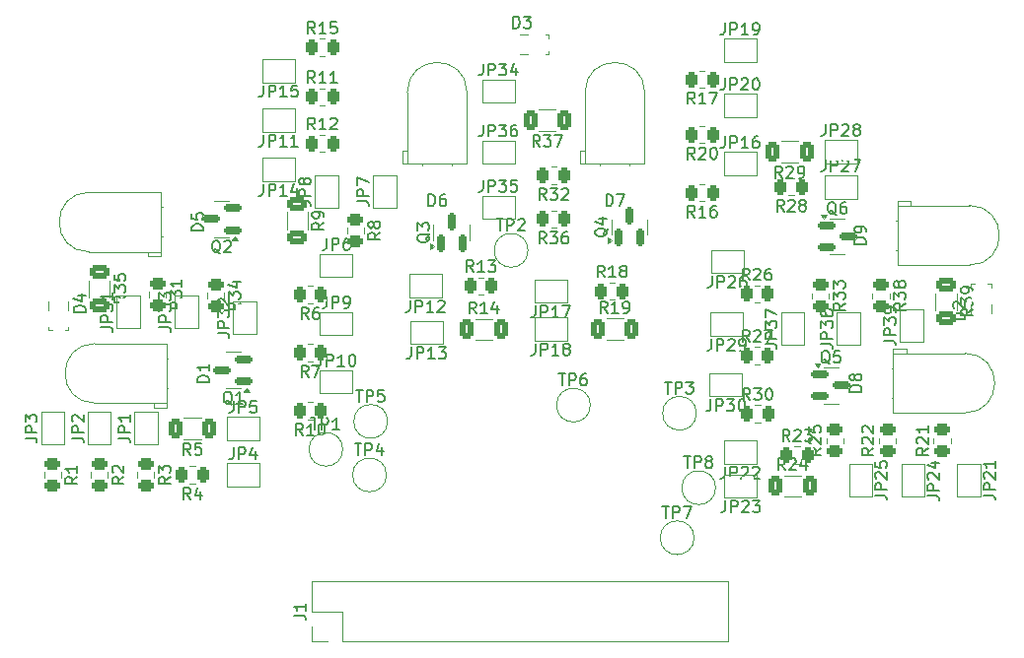
<source format=gbr>
%TF.GenerationSoftware,KiCad,Pcbnew,8.0.0*%
%TF.CreationDate,2024-03-20T23:30:35+02:00*%
%TF.ProjectId,SensorKiCad-RTHMAT004,53656e73-6f72-44b6-9943-61642d525448,rev?*%
%TF.SameCoordinates,Original*%
%TF.FileFunction,Legend,Top*%
%TF.FilePolarity,Positive*%
%FSLAX46Y46*%
G04 Gerber Fmt 4.6, Leading zero omitted, Abs format (unit mm)*
G04 Created by KiCad (PCBNEW 8.0.0) date 2024-03-20 23:30:35*
%MOMM*%
%LPD*%
G01*
G04 APERTURE LIST*
G04 Aperture macros list*
%AMRoundRect*
0 Rectangle with rounded corners*
0 $1 Rounding radius*
0 $2 $3 $4 $5 $6 $7 $8 $9 X,Y pos of 4 corners*
0 Add a 4 corners polygon primitive as box body*
4,1,4,$2,$3,$4,$5,$6,$7,$8,$9,$2,$3,0*
0 Add four circle primitives for the rounded corners*
1,1,$1+$1,$2,$3*
1,1,$1+$1,$4,$5*
1,1,$1+$1,$6,$7*
1,1,$1+$1,$8,$9*
0 Add four rect primitives between the rounded corners*
20,1,$1+$1,$2,$3,$4,$5,0*
20,1,$1+$1,$4,$5,$6,$7,0*
20,1,$1+$1,$6,$7,$8,$9,0*
20,1,$1+$1,$8,$9,$2,$3,0*%
G04 Aperture macros list end*
%ADD10C,0.150000*%
%ADD11C,0.120000*%
%ADD12RoundRect,0.250000X-0.450000X0.262500X-0.450000X-0.262500X0.450000X-0.262500X0.450000X0.262500X0*%
%ADD13R,1.000000X1.500000*%
%ADD14R,1.800000X1.800000*%
%ADD15C,1.800000*%
%ADD16C,2.500000*%
%ADD17RoundRect,0.250000X0.262500X0.450000X-0.262500X0.450000X-0.262500X-0.450000X0.262500X-0.450000X0*%
%ADD18RoundRect,0.250000X0.312500X0.625000X-0.312500X0.625000X-0.312500X-0.625000X0.312500X-0.625000X0*%
%ADD19RoundRect,0.150000X0.150000X-0.587500X0.150000X0.587500X-0.150000X0.587500X-0.150000X-0.587500X0*%
%ADD20RoundRect,0.250000X0.450000X-0.262500X0.450000X0.262500X-0.450000X0.262500X-0.450000X-0.262500X0*%
%ADD21RoundRect,0.250000X-0.625000X0.312500X-0.625000X-0.312500X0.625000X-0.312500X0.625000X0.312500X0*%
%ADD22R,1.500000X1.000000*%
%ADD23RoundRect,0.250000X-0.262500X-0.450000X0.262500X-0.450000X0.262500X0.450000X-0.262500X0.450000X0*%
%ADD24RoundRect,0.150000X0.587500X0.150000X-0.587500X0.150000X-0.587500X-0.150000X0.587500X-0.150000X0*%
%ADD25RoundRect,0.250000X-0.312500X-0.625000X0.312500X-0.625000X0.312500X0.625000X-0.312500X0.625000X0*%
%ADD26RoundRect,0.150000X-0.587500X-0.150000X0.587500X-0.150000X0.587500X0.150000X-0.587500X0.150000X0*%
%ADD27R,1.700000X1.700000*%
%ADD28O,1.700000X1.700000*%
G04 APERTURE END LIST*
D10*
X8004819Y31757142D02*
X7528628Y31423809D01*
X8004819Y31185714D02*
X7004819Y31185714D01*
X7004819Y31185714D02*
X7004819Y31566666D01*
X7004819Y31566666D02*
X7052438Y31661904D01*
X7052438Y31661904D02*
X7100057Y31709523D01*
X7100057Y31709523D02*
X7195295Y31757142D01*
X7195295Y31757142D02*
X7338152Y31757142D01*
X7338152Y31757142D02*
X7433390Y31709523D01*
X7433390Y31709523D02*
X7481009Y31661904D01*
X7481009Y31661904D02*
X7528628Y31566666D01*
X7528628Y31566666D02*
X7528628Y31185714D01*
X7004819Y32090476D02*
X7004819Y32709523D01*
X7004819Y32709523D02*
X7385771Y32376190D01*
X7385771Y32376190D02*
X7385771Y32519047D01*
X7385771Y32519047D02*
X7433390Y32614285D01*
X7433390Y32614285D02*
X7481009Y32661904D01*
X7481009Y32661904D02*
X7576247Y32709523D01*
X7576247Y32709523D02*
X7814342Y32709523D01*
X7814342Y32709523D02*
X7909580Y32661904D01*
X7909580Y32661904D02*
X7957200Y32614285D01*
X7957200Y32614285D02*
X8004819Y32519047D01*
X8004819Y32519047D02*
X8004819Y32233333D01*
X8004819Y32233333D02*
X7957200Y32138095D01*
X7957200Y32138095D02*
X7909580Y32090476D01*
X7004819Y33042857D02*
X7004819Y33661904D01*
X7004819Y33661904D02*
X7385771Y33328571D01*
X7385771Y33328571D02*
X7385771Y33471428D01*
X7385771Y33471428D02*
X7433390Y33566666D01*
X7433390Y33566666D02*
X7481009Y33614285D01*
X7481009Y33614285D02*
X7576247Y33661904D01*
X7576247Y33661904D02*
X7814342Y33661904D01*
X7814342Y33661904D02*
X7909580Y33614285D01*
X7909580Y33614285D02*
X7957200Y33566666D01*
X7957200Y33566666D02*
X8004819Y33471428D01*
X8004819Y33471428D02*
X8004819Y33185714D01*
X8004819Y33185714D02*
X7957200Y33090476D01*
X7957200Y33090476D02*
X7909580Y33042857D01*
X-44483333Y19345180D02*
X-44483333Y18630895D01*
X-44483333Y18630895D02*
X-44530952Y18488038D01*
X-44530952Y18488038D02*
X-44626190Y18392800D01*
X-44626190Y18392800D02*
X-44769047Y18345180D01*
X-44769047Y18345180D02*
X-44864285Y18345180D01*
X-44007142Y18345180D02*
X-44007142Y19345180D01*
X-44007142Y19345180D02*
X-43626190Y19345180D01*
X-43626190Y19345180D02*
X-43530952Y19297561D01*
X-43530952Y19297561D02*
X-43483333Y19249942D01*
X-43483333Y19249942D02*
X-43435714Y19154704D01*
X-43435714Y19154704D02*
X-43435714Y19011847D01*
X-43435714Y19011847D02*
X-43483333Y18916609D01*
X-43483333Y18916609D02*
X-43530952Y18868990D01*
X-43530952Y18868990D02*
X-43626190Y18821371D01*
X-43626190Y18821371D02*
X-44007142Y18821371D01*
X-42578571Y19011847D02*
X-42578571Y18345180D01*
X-42816666Y19392800D02*
X-43054761Y18678514D01*
X-43054761Y18678514D02*
X-42435714Y18678514D01*
X-18559523Y31545180D02*
X-18559523Y30830895D01*
X-18559523Y30830895D02*
X-18607142Y30688038D01*
X-18607142Y30688038D02*
X-18702380Y30592800D01*
X-18702380Y30592800D02*
X-18845237Y30545180D01*
X-18845237Y30545180D02*
X-18940475Y30545180D01*
X-18083332Y30545180D02*
X-18083332Y31545180D01*
X-18083332Y31545180D02*
X-17702380Y31545180D01*
X-17702380Y31545180D02*
X-17607142Y31497561D01*
X-17607142Y31497561D02*
X-17559523Y31449942D01*
X-17559523Y31449942D02*
X-17511904Y31354704D01*
X-17511904Y31354704D02*
X-17511904Y31211847D01*
X-17511904Y31211847D02*
X-17559523Y31116609D01*
X-17559523Y31116609D02*
X-17607142Y31068990D01*
X-17607142Y31068990D02*
X-17702380Y31021371D01*
X-17702380Y31021371D02*
X-18083332Y31021371D01*
X-16559523Y30545180D02*
X-17130951Y30545180D01*
X-16845237Y30545180D02*
X-16845237Y31545180D01*
X-16845237Y31545180D02*
X-16940475Y31402323D01*
X-16940475Y31402323D02*
X-17035713Y31307085D01*
X-17035713Y31307085D02*
X-17130951Y31259466D01*
X-16226189Y31545180D02*
X-15559523Y31545180D01*
X-15559523Y31545180D02*
X-15988094Y30545180D01*
X-20468094Y55405180D02*
X-20468094Y56405180D01*
X-20468094Y56405180D02*
X-20229999Y56405180D01*
X-20229999Y56405180D02*
X-20087142Y56357561D01*
X-20087142Y56357561D02*
X-19991904Y56262323D01*
X-19991904Y56262323D02*
X-19944285Y56167085D01*
X-19944285Y56167085D02*
X-19896666Y55976609D01*
X-19896666Y55976609D02*
X-19896666Y55833752D01*
X-19896666Y55833752D02*
X-19944285Y55643276D01*
X-19944285Y55643276D02*
X-19991904Y55548038D01*
X-19991904Y55548038D02*
X-20087142Y55452800D01*
X-20087142Y55452800D02*
X-20229999Y55405180D01*
X-20229999Y55405180D02*
X-20468094Y55405180D01*
X-19563332Y56405180D02*
X-18944285Y56405180D01*
X-18944285Y56405180D02*
X-19277618Y56024228D01*
X-19277618Y56024228D02*
X-19134761Y56024228D01*
X-19134761Y56024228D02*
X-19039523Y55976609D01*
X-19039523Y55976609D02*
X-18991904Y55928990D01*
X-18991904Y55928990D02*
X-18944285Y55833752D01*
X-18944285Y55833752D02*
X-18944285Y55595657D01*
X-18944285Y55595657D02*
X-18991904Y55500419D01*
X-18991904Y55500419D02*
X-19039523Y55452800D01*
X-19039523Y55452800D02*
X-19134761Y55405180D01*
X-19134761Y55405180D02*
X-19420475Y55405180D01*
X-19420475Y55405180D02*
X-19515713Y55452800D01*
X-19515713Y55452800D02*
X-19563332Y55500419D01*
X-16561904Y25693180D02*
X-15990476Y25693180D01*
X-16276190Y24693180D02*
X-16276190Y25693180D01*
X-15657142Y24693180D02*
X-15657142Y25693180D01*
X-15657142Y25693180D02*
X-15276190Y25693180D01*
X-15276190Y25693180D02*
X-15180952Y25645561D01*
X-15180952Y25645561D02*
X-15133333Y25597942D01*
X-15133333Y25597942D02*
X-15085714Y25502704D01*
X-15085714Y25502704D02*
X-15085714Y25359847D01*
X-15085714Y25359847D02*
X-15133333Y25264609D01*
X-15133333Y25264609D02*
X-15180952Y25216990D01*
X-15180952Y25216990D02*
X-15276190Y25169371D01*
X-15276190Y25169371D02*
X-15657142Y25169371D01*
X-14228571Y25693180D02*
X-14419047Y25693180D01*
X-14419047Y25693180D02*
X-14514285Y25645561D01*
X-14514285Y25645561D02*
X-14561904Y25597942D01*
X-14561904Y25597942D02*
X-14657142Y25455085D01*
X-14657142Y25455085D02*
X-14704761Y25264609D01*
X-14704761Y25264609D02*
X-14704761Y24883657D01*
X-14704761Y24883657D02*
X-14657142Y24788419D01*
X-14657142Y24788419D02*
X-14609523Y24740800D01*
X-14609523Y24740800D02*
X-14514285Y24693180D01*
X-14514285Y24693180D02*
X-14323809Y24693180D01*
X-14323809Y24693180D02*
X-14228571Y24740800D01*
X-14228571Y24740800D02*
X-14180952Y24788419D01*
X-14180952Y24788419D02*
X-14133333Y24883657D01*
X-14133333Y24883657D02*
X-14133333Y25121752D01*
X-14133333Y25121752D02*
X-14180952Y25216990D01*
X-14180952Y25216990D02*
X-14228571Y25264609D01*
X-14228571Y25264609D02*
X-14323809Y25312228D01*
X-14323809Y25312228D02*
X-14514285Y25312228D01*
X-14514285Y25312228D02*
X-14609523Y25264609D01*
X-14609523Y25264609D02*
X-14657142Y25216990D01*
X-14657142Y25216990D02*
X-14704761Y25121752D01*
X-57895180Y16833333D02*
X-58371371Y16500000D01*
X-57895180Y16261905D02*
X-58895180Y16261905D01*
X-58895180Y16261905D02*
X-58895180Y16642857D01*
X-58895180Y16642857D02*
X-58847561Y16738095D01*
X-58847561Y16738095D02*
X-58799942Y16785714D01*
X-58799942Y16785714D02*
X-58704704Y16833333D01*
X-58704704Y16833333D02*
X-58561847Y16833333D01*
X-58561847Y16833333D02*
X-58466609Y16785714D01*
X-58466609Y16785714D02*
X-58418990Y16738095D01*
X-58418990Y16738095D02*
X-58371371Y16642857D01*
X-58371371Y16642857D02*
X-58371371Y16261905D01*
X-57895180Y17785714D02*
X-57895180Y17214286D01*
X-57895180Y17500000D02*
X-58895180Y17500000D01*
X-58895180Y17500000D02*
X-58752323Y17404762D01*
X-58752323Y17404762D02*
X-58657085Y17309524D01*
X-58657085Y17309524D02*
X-58609466Y17214286D01*
X-3409523Y34095180D02*
X-3409523Y33380895D01*
X-3409523Y33380895D02*
X-3457142Y33238038D01*
X-3457142Y33238038D02*
X-3552380Y33142800D01*
X-3552380Y33142800D02*
X-3695237Y33095180D01*
X-3695237Y33095180D02*
X-3790475Y33095180D01*
X-2933332Y33095180D02*
X-2933332Y34095180D01*
X-2933332Y34095180D02*
X-2552380Y34095180D01*
X-2552380Y34095180D02*
X-2457142Y34047561D01*
X-2457142Y34047561D02*
X-2409523Y33999942D01*
X-2409523Y33999942D02*
X-2361904Y33904704D01*
X-2361904Y33904704D02*
X-2361904Y33761847D01*
X-2361904Y33761847D02*
X-2409523Y33666609D01*
X-2409523Y33666609D02*
X-2457142Y33618990D01*
X-2457142Y33618990D02*
X-2552380Y33571371D01*
X-2552380Y33571371D02*
X-2933332Y33571371D01*
X-1980951Y33999942D02*
X-1933332Y34047561D01*
X-1933332Y34047561D02*
X-1838094Y34095180D01*
X-1838094Y34095180D02*
X-1599999Y34095180D01*
X-1599999Y34095180D02*
X-1504761Y34047561D01*
X-1504761Y34047561D02*
X-1457142Y33999942D01*
X-1457142Y33999942D02*
X-1409523Y33904704D01*
X-1409523Y33904704D02*
X-1409523Y33809466D01*
X-1409523Y33809466D02*
X-1457142Y33666609D01*
X-1457142Y33666609D02*
X-2028570Y33095180D01*
X-2028570Y33095180D02*
X-1409523Y33095180D01*
X-552380Y34095180D02*
X-742856Y34095180D01*
X-742856Y34095180D02*
X-838094Y34047561D01*
X-838094Y34047561D02*
X-885713Y33999942D01*
X-885713Y33999942D02*
X-980951Y33857085D01*
X-980951Y33857085D02*
X-1028570Y33666609D01*
X-1028570Y33666609D02*
X-1028570Y33285657D01*
X-1028570Y33285657D02*
X-980951Y33190419D01*
X-980951Y33190419D02*
X-933332Y33142800D01*
X-933332Y33142800D02*
X-838094Y33095180D01*
X-838094Y33095180D02*
X-647618Y33095180D01*
X-647618Y33095180D02*
X-552380Y33142800D01*
X-552380Y33142800D02*
X-504761Y33190419D01*
X-504761Y33190419D02*
X-457142Y33285657D01*
X-457142Y33285657D02*
X-457142Y33523752D01*
X-457142Y33523752D02*
X-504761Y33618990D01*
X-504761Y33618990D02*
X-552380Y33666609D01*
X-552380Y33666609D02*
X-647618Y33714228D01*
X-647618Y33714228D02*
X-838094Y33714228D01*
X-838094Y33714228D02*
X-933332Y33666609D01*
X-933332Y33666609D02*
X-980951Y33618990D01*
X-980951Y33618990D02*
X-1028570Y33523752D01*
X-12483094Y40110180D02*
X-12483094Y41110180D01*
X-12483094Y41110180D02*
X-12244999Y41110180D01*
X-12244999Y41110180D02*
X-12102142Y41062561D01*
X-12102142Y41062561D02*
X-12006904Y40967323D01*
X-12006904Y40967323D02*
X-11959285Y40872085D01*
X-11959285Y40872085D02*
X-11911666Y40681609D01*
X-11911666Y40681609D02*
X-11911666Y40538752D01*
X-11911666Y40538752D02*
X-11959285Y40348276D01*
X-11959285Y40348276D02*
X-12006904Y40253038D01*
X-12006904Y40253038D02*
X-12102142Y40157800D01*
X-12102142Y40157800D02*
X-12244999Y40110180D01*
X-12244999Y40110180D02*
X-12483094Y40110180D01*
X-11578332Y41110180D02*
X-10911666Y41110180D01*
X-10911666Y41110180D02*
X-11340237Y40110180D01*
X-38530357Y20395180D02*
X-38863690Y20871371D01*
X-39101785Y20395180D02*
X-39101785Y21395180D01*
X-39101785Y21395180D02*
X-38720833Y21395180D01*
X-38720833Y21395180D02*
X-38625595Y21347561D01*
X-38625595Y21347561D02*
X-38577976Y21299942D01*
X-38577976Y21299942D02*
X-38530357Y21204704D01*
X-38530357Y21204704D02*
X-38530357Y21061847D01*
X-38530357Y21061847D02*
X-38577976Y20966609D01*
X-38577976Y20966609D02*
X-38625595Y20918990D01*
X-38625595Y20918990D02*
X-38720833Y20871371D01*
X-38720833Y20871371D02*
X-39101785Y20871371D01*
X-37577976Y20395180D02*
X-38149404Y20395180D01*
X-37863690Y20395180D02*
X-37863690Y21395180D01*
X-37863690Y21395180D02*
X-37958928Y21252323D01*
X-37958928Y21252323D02*
X-38054166Y21157085D01*
X-38054166Y21157085D02*
X-38149404Y21109466D01*
X-36958928Y21395180D02*
X-36863690Y21395180D01*
X-36863690Y21395180D02*
X-36768452Y21347561D01*
X-36768452Y21347561D02*
X-36720833Y21299942D01*
X-36720833Y21299942D02*
X-36673214Y21204704D01*
X-36673214Y21204704D02*
X-36625595Y21014228D01*
X-36625595Y21014228D02*
X-36625595Y20776133D01*
X-36625595Y20776133D02*
X-36673214Y20585657D01*
X-36673214Y20585657D02*
X-36720833Y20490419D01*
X-36720833Y20490419D02*
X-36768452Y20442800D01*
X-36768452Y20442800D02*
X-36863690Y20395180D01*
X-36863690Y20395180D02*
X-36958928Y20395180D01*
X-36958928Y20395180D02*
X-37054166Y20442800D01*
X-37054166Y20442800D02*
X-37101785Y20490419D01*
X-37101785Y20490419D02*
X-37149404Y20585657D01*
X-37149404Y20585657D02*
X-37197023Y20776133D01*
X-37197023Y20776133D02*
X-37197023Y21014228D01*
X-37197023Y21014228D02*
X-37149404Y21204704D01*
X-37149404Y21204704D02*
X-37101785Y21299942D01*
X-37101785Y21299942D02*
X-37054166Y21347561D01*
X-37054166Y21347561D02*
X-36958928Y21395180D01*
X-18180357Y45225180D02*
X-18513690Y45701371D01*
X-18751785Y45225180D02*
X-18751785Y46225180D01*
X-18751785Y46225180D02*
X-18370833Y46225180D01*
X-18370833Y46225180D02*
X-18275595Y46177561D01*
X-18275595Y46177561D02*
X-18227976Y46129942D01*
X-18227976Y46129942D02*
X-18180357Y46034704D01*
X-18180357Y46034704D02*
X-18180357Y45891847D01*
X-18180357Y45891847D02*
X-18227976Y45796609D01*
X-18227976Y45796609D02*
X-18275595Y45748990D01*
X-18275595Y45748990D02*
X-18370833Y45701371D01*
X-18370833Y45701371D02*
X-18751785Y45701371D01*
X-17847023Y46225180D02*
X-17227976Y46225180D01*
X-17227976Y46225180D02*
X-17561309Y45844228D01*
X-17561309Y45844228D02*
X-17418452Y45844228D01*
X-17418452Y45844228D02*
X-17323214Y45796609D01*
X-17323214Y45796609D02*
X-17275595Y45748990D01*
X-17275595Y45748990D02*
X-17227976Y45653752D01*
X-17227976Y45653752D02*
X-17227976Y45415657D01*
X-17227976Y45415657D02*
X-17275595Y45320419D01*
X-17275595Y45320419D02*
X-17323214Y45272800D01*
X-17323214Y45272800D02*
X-17418452Y45225180D01*
X-17418452Y45225180D02*
X-17704166Y45225180D01*
X-17704166Y45225180D02*
X-17799404Y45272800D01*
X-17799404Y45272800D02*
X-17847023Y45320419D01*
X-16894642Y46225180D02*
X-16227976Y46225180D01*
X-16227976Y46225180D02*
X-16656547Y45225180D01*
X2757142Y39645180D02*
X2423809Y40121371D01*
X2185714Y39645180D02*
X2185714Y40645180D01*
X2185714Y40645180D02*
X2566666Y40645180D01*
X2566666Y40645180D02*
X2661904Y40597561D01*
X2661904Y40597561D02*
X2709523Y40549942D01*
X2709523Y40549942D02*
X2757142Y40454704D01*
X2757142Y40454704D02*
X2757142Y40311847D01*
X2757142Y40311847D02*
X2709523Y40216609D01*
X2709523Y40216609D02*
X2661904Y40168990D01*
X2661904Y40168990D02*
X2566666Y40121371D01*
X2566666Y40121371D02*
X2185714Y40121371D01*
X3138095Y40549942D02*
X3185714Y40597561D01*
X3185714Y40597561D02*
X3280952Y40645180D01*
X3280952Y40645180D02*
X3519047Y40645180D01*
X3519047Y40645180D02*
X3614285Y40597561D01*
X3614285Y40597561D02*
X3661904Y40549942D01*
X3661904Y40549942D02*
X3709523Y40454704D01*
X3709523Y40454704D02*
X3709523Y40359466D01*
X3709523Y40359466D02*
X3661904Y40216609D01*
X3661904Y40216609D02*
X3090476Y39645180D01*
X3090476Y39645180D02*
X3709523Y39645180D01*
X4280952Y40216609D02*
X4185714Y40264228D01*
X4185714Y40264228D02*
X4138095Y40311847D01*
X4138095Y40311847D02*
X4090476Y40407085D01*
X4090476Y40407085D02*
X4090476Y40454704D01*
X4090476Y40454704D02*
X4138095Y40549942D01*
X4138095Y40549942D02*
X4185714Y40597561D01*
X4185714Y40597561D02*
X4280952Y40645180D01*
X4280952Y40645180D02*
X4471428Y40645180D01*
X4471428Y40645180D02*
X4566666Y40597561D01*
X4566666Y40597561D02*
X4614285Y40549942D01*
X4614285Y40549942D02*
X4661904Y40454704D01*
X4661904Y40454704D02*
X4661904Y40407085D01*
X4661904Y40407085D02*
X4614285Y40311847D01*
X4614285Y40311847D02*
X4566666Y40264228D01*
X4566666Y40264228D02*
X4471428Y40216609D01*
X4471428Y40216609D02*
X4280952Y40216609D01*
X4280952Y40216609D02*
X4185714Y40168990D01*
X4185714Y40168990D02*
X4138095Y40121371D01*
X4138095Y40121371D02*
X4090476Y40026133D01*
X4090476Y40026133D02*
X4090476Y39835657D01*
X4090476Y39835657D02*
X4138095Y39740419D01*
X4138095Y39740419D02*
X4185714Y39692800D01*
X4185714Y39692800D02*
X4280952Y39645180D01*
X4280952Y39645180D02*
X4471428Y39645180D01*
X4471428Y39645180D02*
X4566666Y39692800D01*
X4566666Y39692800D02*
X4614285Y39740419D01*
X4614285Y39740419D02*
X4661904Y39835657D01*
X4661904Y39835657D02*
X4661904Y40026133D01*
X4661904Y40026133D02*
X4614285Y40121371D01*
X4614285Y40121371D02*
X4566666Y40168990D01*
X4566666Y40168990D02*
X4471428Y40216609D01*
X-12349942Y38217261D02*
X-12397561Y38122023D01*
X-12397561Y38122023D02*
X-12492800Y38026785D01*
X-12492800Y38026785D02*
X-12635657Y37883928D01*
X-12635657Y37883928D02*
X-12683276Y37788690D01*
X-12683276Y37788690D02*
X-12683276Y37693452D01*
X-12445180Y37741071D02*
X-12492800Y37645833D01*
X-12492800Y37645833D02*
X-12588038Y37550595D01*
X-12588038Y37550595D02*
X-12778514Y37502976D01*
X-12778514Y37502976D02*
X-13111847Y37502976D01*
X-13111847Y37502976D02*
X-13302323Y37550595D01*
X-13302323Y37550595D02*
X-13397561Y37645833D01*
X-13397561Y37645833D02*
X-13445180Y37741071D01*
X-13445180Y37741071D02*
X-13445180Y37931547D01*
X-13445180Y37931547D02*
X-13397561Y38026785D01*
X-13397561Y38026785D02*
X-13302323Y38122023D01*
X-13302323Y38122023D02*
X-13111847Y38169642D01*
X-13111847Y38169642D02*
X-12778514Y38169642D01*
X-12778514Y38169642D02*
X-12588038Y38122023D01*
X-12588038Y38122023D02*
X-12492800Y38026785D01*
X-12492800Y38026785D02*
X-12445180Y37931547D01*
X-12445180Y37931547D02*
X-12445180Y37741071D01*
X-13111847Y39026785D02*
X-12445180Y39026785D01*
X-13492800Y38788690D02*
X-12778514Y38550595D01*
X-12778514Y38550595D02*
X-12778514Y39169642D01*
X-2309523Y51095180D02*
X-2309523Y50380895D01*
X-2309523Y50380895D02*
X-2357142Y50238038D01*
X-2357142Y50238038D02*
X-2452380Y50142800D01*
X-2452380Y50142800D02*
X-2595237Y50095180D01*
X-2595237Y50095180D02*
X-2690475Y50095180D01*
X-1833332Y50095180D02*
X-1833332Y51095180D01*
X-1833332Y51095180D02*
X-1452380Y51095180D01*
X-1452380Y51095180D02*
X-1357142Y51047561D01*
X-1357142Y51047561D02*
X-1309523Y50999942D01*
X-1309523Y50999942D02*
X-1261904Y50904704D01*
X-1261904Y50904704D02*
X-1261904Y50761847D01*
X-1261904Y50761847D02*
X-1309523Y50666609D01*
X-1309523Y50666609D02*
X-1357142Y50618990D01*
X-1357142Y50618990D02*
X-1452380Y50571371D01*
X-1452380Y50571371D02*
X-1833332Y50571371D01*
X-880951Y50999942D02*
X-833332Y51047561D01*
X-833332Y51047561D02*
X-738094Y51095180D01*
X-738094Y51095180D02*
X-499999Y51095180D01*
X-499999Y51095180D02*
X-404761Y51047561D01*
X-404761Y51047561D02*
X-357142Y50999942D01*
X-357142Y50999942D02*
X-309523Y50904704D01*
X-309523Y50904704D02*
X-309523Y50809466D01*
X-309523Y50809466D02*
X-357142Y50666609D01*
X-357142Y50666609D02*
X-928570Y50095180D01*
X-928570Y50095180D02*
X-309523Y50095180D01*
X309524Y51095180D02*
X404762Y51095180D01*
X404762Y51095180D02*
X500000Y51047561D01*
X500000Y51047561D02*
X547619Y50999942D01*
X547619Y50999942D02*
X595238Y50904704D01*
X595238Y50904704D02*
X642857Y50714228D01*
X642857Y50714228D02*
X642857Y50476133D01*
X642857Y50476133D02*
X595238Y50285657D01*
X595238Y50285657D02*
X547619Y50190419D01*
X547619Y50190419D02*
X500000Y50142800D01*
X500000Y50142800D02*
X404762Y50095180D01*
X404762Y50095180D02*
X309524Y50095180D01*
X309524Y50095180D02*
X214286Y50142800D01*
X214286Y50142800D02*
X166667Y50190419D01*
X166667Y50190419D02*
X119048Y50285657D01*
X119048Y50285657D02*
X71429Y50476133D01*
X71429Y50476133D02*
X71429Y50714228D01*
X71429Y50714228D02*
X119048Y50904704D01*
X119048Y50904704D02*
X166667Y50999942D01*
X166667Y50999942D02*
X214286Y51047561D01*
X214286Y51047561D02*
X309524Y51095180D01*
X-29309523Y31995180D02*
X-29309523Y31280895D01*
X-29309523Y31280895D02*
X-29357142Y31138038D01*
X-29357142Y31138038D02*
X-29452380Y31042800D01*
X-29452380Y31042800D02*
X-29595237Y30995180D01*
X-29595237Y30995180D02*
X-29690475Y30995180D01*
X-28833332Y30995180D02*
X-28833332Y31995180D01*
X-28833332Y31995180D02*
X-28452380Y31995180D01*
X-28452380Y31995180D02*
X-28357142Y31947561D01*
X-28357142Y31947561D02*
X-28309523Y31899942D01*
X-28309523Y31899942D02*
X-28261904Y31804704D01*
X-28261904Y31804704D02*
X-28261904Y31661847D01*
X-28261904Y31661847D02*
X-28309523Y31566609D01*
X-28309523Y31566609D02*
X-28357142Y31518990D01*
X-28357142Y31518990D02*
X-28452380Y31471371D01*
X-28452380Y31471371D02*
X-28833332Y31471371D01*
X-27309523Y30995180D02*
X-27880951Y30995180D01*
X-27595237Y30995180D02*
X-27595237Y31995180D01*
X-27595237Y31995180D02*
X-27690475Y31852323D01*
X-27690475Y31852323D02*
X-27785713Y31757085D01*
X-27785713Y31757085D02*
X-27880951Y31709466D01*
X-26928570Y31899942D02*
X-26880951Y31947561D01*
X-26880951Y31947561D02*
X-26785713Y31995180D01*
X-26785713Y31995180D02*
X-26547618Y31995180D01*
X-26547618Y31995180D02*
X-26452380Y31947561D01*
X-26452380Y31947561D02*
X-26404761Y31899942D01*
X-26404761Y31899942D02*
X-26357142Y31804704D01*
X-26357142Y31804704D02*
X-26357142Y31709466D01*
X-26357142Y31709466D02*
X-26404761Y31566609D01*
X-26404761Y31566609D02*
X-26976189Y30995180D01*
X-26976189Y30995180D02*
X-26357142Y30995180D01*
X-4892857Y44145180D02*
X-5226190Y44621371D01*
X-5464285Y44145180D02*
X-5464285Y45145180D01*
X-5464285Y45145180D02*
X-5083333Y45145180D01*
X-5083333Y45145180D02*
X-4988095Y45097561D01*
X-4988095Y45097561D02*
X-4940476Y45049942D01*
X-4940476Y45049942D02*
X-4892857Y44954704D01*
X-4892857Y44954704D02*
X-4892857Y44811847D01*
X-4892857Y44811847D02*
X-4940476Y44716609D01*
X-4940476Y44716609D02*
X-4988095Y44668990D01*
X-4988095Y44668990D02*
X-5083333Y44621371D01*
X-5083333Y44621371D02*
X-5464285Y44621371D01*
X-4511904Y45049942D02*
X-4464285Y45097561D01*
X-4464285Y45097561D02*
X-4369047Y45145180D01*
X-4369047Y45145180D02*
X-4130952Y45145180D01*
X-4130952Y45145180D02*
X-4035714Y45097561D01*
X-4035714Y45097561D02*
X-3988095Y45049942D01*
X-3988095Y45049942D02*
X-3940476Y44954704D01*
X-3940476Y44954704D02*
X-3940476Y44859466D01*
X-3940476Y44859466D02*
X-3988095Y44716609D01*
X-3988095Y44716609D02*
X-4559523Y44145180D01*
X-4559523Y44145180D02*
X-3940476Y44145180D01*
X-3321428Y45145180D02*
X-3226190Y45145180D01*
X-3226190Y45145180D02*
X-3130952Y45097561D01*
X-3130952Y45097561D02*
X-3083333Y45049942D01*
X-3083333Y45049942D02*
X-3035714Y44954704D01*
X-3035714Y44954704D02*
X-2988095Y44764228D01*
X-2988095Y44764228D02*
X-2988095Y44526133D01*
X-2988095Y44526133D02*
X-3035714Y44335657D01*
X-3035714Y44335657D02*
X-3083333Y44240419D01*
X-3083333Y44240419D02*
X-3130952Y44192800D01*
X-3130952Y44192800D02*
X-3226190Y44145180D01*
X-3226190Y44145180D02*
X-3321428Y44145180D01*
X-3321428Y44145180D02*
X-3416666Y44192800D01*
X-3416666Y44192800D02*
X-3464285Y44240419D01*
X-3464285Y44240419D02*
X-3511904Y44335657D01*
X-3511904Y44335657D02*
X-3559523Y44526133D01*
X-3559523Y44526133D02*
X-3559523Y44764228D01*
X-3559523Y44764228D02*
X-3511904Y44954704D01*
X-3511904Y44954704D02*
X-3464285Y45049942D01*
X-3464285Y45049942D02*
X-3416666Y45097561D01*
X-3416666Y45097561D02*
X-3321428Y45145180D01*
X-41909523Y46245180D02*
X-41909523Y45530895D01*
X-41909523Y45530895D02*
X-41957142Y45388038D01*
X-41957142Y45388038D02*
X-42052380Y45292800D01*
X-42052380Y45292800D02*
X-42195237Y45245180D01*
X-42195237Y45245180D02*
X-42290475Y45245180D01*
X-41433332Y45245180D02*
X-41433332Y46245180D01*
X-41433332Y46245180D02*
X-41052380Y46245180D01*
X-41052380Y46245180D02*
X-40957142Y46197561D01*
X-40957142Y46197561D02*
X-40909523Y46149942D01*
X-40909523Y46149942D02*
X-40861904Y46054704D01*
X-40861904Y46054704D02*
X-40861904Y45911847D01*
X-40861904Y45911847D02*
X-40909523Y45816609D01*
X-40909523Y45816609D02*
X-40957142Y45768990D01*
X-40957142Y45768990D02*
X-41052380Y45721371D01*
X-41052380Y45721371D02*
X-41433332Y45721371D01*
X-39909523Y45245180D02*
X-40480951Y45245180D01*
X-40195237Y45245180D02*
X-40195237Y46245180D01*
X-40195237Y46245180D02*
X-40290475Y46102323D01*
X-40290475Y46102323D02*
X-40385713Y46007085D01*
X-40385713Y46007085D02*
X-40480951Y45959466D01*
X-38957142Y45245180D02*
X-39528570Y45245180D01*
X-39242856Y45245180D02*
X-39242856Y46245180D01*
X-39242856Y46245180D02*
X-39338094Y46102323D01*
X-39338094Y46102323D02*
X-39433332Y46007085D01*
X-39433332Y46007085D02*
X-39528570Y45959466D01*
X5948569Y19313392D02*
X5472378Y18980059D01*
X5948569Y18741964D02*
X4948569Y18741964D01*
X4948569Y18741964D02*
X4948569Y19122916D01*
X4948569Y19122916D02*
X4996188Y19218154D01*
X4996188Y19218154D02*
X5043807Y19265773D01*
X5043807Y19265773D02*
X5139045Y19313392D01*
X5139045Y19313392D02*
X5281902Y19313392D01*
X5281902Y19313392D02*
X5377140Y19265773D01*
X5377140Y19265773D02*
X5424759Y19218154D01*
X5424759Y19218154D02*
X5472378Y19122916D01*
X5472378Y19122916D02*
X5472378Y18741964D01*
X5043807Y19694345D02*
X4996188Y19741964D01*
X4996188Y19741964D02*
X4948569Y19837202D01*
X4948569Y19837202D02*
X4948569Y20075297D01*
X4948569Y20075297D02*
X4996188Y20170535D01*
X4996188Y20170535D02*
X5043807Y20218154D01*
X5043807Y20218154D02*
X5139045Y20265773D01*
X5139045Y20265773D02*
X5234283Y20265773D01*
X5234283Y20265773D02*
X5377140Y20218154D01*
X5377140Y20218154D02*
X5948569Y19646726D01*
X5948569Y19646726D02*
X5948569Y20265773D01*
X4948569Y21170535D02*
X4948569Y20694345D01*
X4948569Y20694345D02*
X5424759Y20646726D01*
X5424759Y20646726D02*
X5377140Y20694345D01*
X5377140Y20694345D02*
X5329521Y20789583D01*
X5329521Y20789583D02*
X5329521Y21027678D01*
X5329521Y21027678D02*
X5377140Y21122916D01*
X5377140Y21122916D02*
X5424759Y21170535D01*
X5424759Y21170535D02*
X5519997Y21218154D01*
X5519997Y21218154D02*
X5758092Y21218154D01*
X5758092Y21218154D02*
X5853330Y21170535D01*
X5853330Y21170535D02*
X5900950Y21122916D01*
X5900950Y21122916D02*
X5948569Y21027678D01*
X5948569Y21027678D02*
X5948569Y20789583D01*
X5948569Y20789583D02*
X5900950Y20694345D01*
X5900950Y20694345D02*
X5853330Y20646726D01*
X-36725180Y38683333D02*
X-37201371Y38350000D01*
X-36725180Y38111905D02*
X-37725180Y38111905D01*
X-37725180Y38111905D02*
X-37725180Y38492857D01*
X-37725180Y38492857D02*
X-37677561Y38588095D01*
X-37677561Y38588095D02*
X-37629942Y38635714D01*
X-37629942Y38635714D02*
X-37534704Y38683333D01*
X-37534704Y38683333D02*
X-37391847Y38683333D01*
X-37391847Y38683333D02*
X-37296609Y38635714D01*
X-37296609Y38635714D02*
X-37248990Y38588095D01*
X-37248990Y38588095D02*
X-37201371Y38492857D01*
X-37201371Y38492857D02*
X-37201371Y38111905D01*
X-36725180Y39159524D02*
X-36725180Y39350000D01*
X-36725180Y39350000D02*
X-36772800Y39445238D01*
X-36772800Y39445238D02*
X-36820419Y39492857D01*
X-36820419Y39492857D02*
X-36963276Y39588095D01*
X-36963276Y39588095D02*
X-37153752Y39635714D01*
X-37153752Y39635714D02*
X-37534704Y39635714D01*
X-37534704Y39635714D02*
X-37629942Y39588095D01*
X-37629942Y39588095D02*
X-37677561Y39540476D01*
X-37677561Y39540476D02*
X-37725180Y39445238D01*
X-37725180Y39445238D02*
X-37725180Y39254762D01*
X-37725180Y39254762D02*
X-37677561Y39159524D01*
X-37677561Y39159524D02*
X-37629942Y39111905D01*
X-37629942Y39111905D02*
X-37534704Y39064286D01*
X-37534704Y39064286D02*
X-37296609Y39064286D01*
X-37296609Y39064286D02*
X-37201371Y39111905D01*
X-37201371Y39111905D02*
X-37153752Y39159524D01*
X-37153752Y39159524D02*
X-37106133Y39254762D01*
X-37106133Y39254762D02*
X-37106133Y39445238D01*
X-37106133Y39445238D02*
X-37153752Y39540476D01*
X-37153752Y39540476D02*
X-37201371Y39588095D01*
X-37201371Y39588095D02*
X-37296609Y39635714D01*
X5954819Y28240476D02*
X6669104Y28240476D01*
X6669104Y28240476D02*
X6811961Y28192857D01*
X6811961Y28192857D02*
X6907200Y28097619D01*
X6907200Y28097619D02*
X6954819Y27954762D01*
X6954819Y27954762D02*
X6954819Y27859524D01*
X6954819Y28716667D02*
X5954819Y28716667D01*
X5954819Y28716667D02*
X5954819Y29097619D01*
X5954819Y29097619D02*
X6002438Y29192857D01*
X6002438Y29192857D02*
X6050057Y29240476D01*
X6050057Y29240476D02*
X6145295Y29288095D01*
X6145295Y29288095D02*
X6288152Y29288095D01*
X6288152Y29288095D02*
X6383390Y29240476D01*
X6383390Y29240476D02*
X6431009Y29192857D01*
X6431009Y29192857D02*
X6478628Y29097619D01*
X6478628Y29097619D02*
X6478628Y28716667D01*
X5954819Y29621429D02*
X5954819Y30240476D01*
X5954819Y30240476D02*
X6335771Y29907143D01*
X6335771Y29907143D02*
X6335771Y30050000D01*
X6335771Y30050000D02*
X6383390Y30145238D01*
X6383390Y30145238D02*
X6431009Y30192857D01*
X6431009Y30192857D02*
X6526247Y30240476D01*
X6526247Y30240476D02*
X6764342Y30240476D01*
X6764342Y30240476D02*
X6859580Y30192857D01*
X6859580Y30192857D02*
X6907200Y30145238D01*
X6907200Y30145238D02*
X6954819Y30050000D01*
X6954819Y30050000D02*
X6954819Y29764286D01*
X6954819Y29764286D02*
X6907200Y29669048D01*
X6907200Y29669048D02*
X6859580Y29621429D01*
X6383390Y30811905D02*
X6335771Y30716667D01*
X6335771Y30716667D02*
X6288152Y30669048D01*
X6288152Y30669048D02*
X6192914Y30621429D01*
X6192914Y30621429D02*
X6145295Y30621429D01*
X6145295Y30621429D02*
X6050057Y30669048D01*
X6050057Y30669048D02*
X6002438Y30716667D01*
X6002438Y30716667D02*
X5954819Y30811905D01*
X5954819Y30811905D02*
X5954819Y31002381D01*
X5954819Y31002381D02*
X6002438Y31097619D01*
X6002438Y31097619D02*
X6050057Y31145238D01*
X6050057Y31145238D02*
X6145295Y31192857D01*
X6145295Y31192857D02*
X6192914Y31192857D01*
X6192914Y31192857D02*
X6288152Y31145238D01*
X6288152Y31145238D02*
X6335771Y31097619D01*
X6335771Y31097619D02*
X6383390Y31002381D01*
X6383390Y31002381D02*
X6383390Y30811905D01*
X6383390Y30811905D02*
X6431009Y30716667D01*
X6431009Y30716667D02*
X6478628Y30669048D01*
X6478628Y30669048D02*
X6573866Y30621429D01*
X6573866Y30621429D02*
X6764342Y30621429D01*
X6764342Y30621429D02*
X6859580Y30669048D01*
X6859580Y30669048D02*
X6907200Y30716667D01*
X6907200Y30716667D02*
X6954819Y30811905D01*
X6954819Y30811905D02*
X6954819Y31002381D01*
X6954819Y31002381D02*
X6907200Y31097619D01*
X6907200Y31097619D02*
X6859580Y31145238D01*
X6859580Y31145238D02*
X6764342Y31192857D01*
X6764342Y31192857D02*
X6573866Y31192857D01*
X6573866Y31192857D02*
X6478628Y31145238D01*
X6478628Y31145238D02*
X6431009Y31097619D01*
X6431009Y31097619D02*
X6383390Y31002381D01*
X-192857Y28445180D02*
X-526190Y28921371D01*
X-764285Y28445180D02*
X-764285Y29445180D01*
X-764285Y29445180D02*
X-383333Y29445180D01*
X-383333Y29445180D02*
X-288095Y29397561D01*
X-288095Y29397561D02*
X-240476Y29349942D01*
X-240476Y29349942D02*
X-192857Y29254704D01*
X-192857Y29254704D02*
X-192857Y29111847D01*
X-192857Y29111847D02*
X-240476Y29016609D01*
X-240476Y29016609D02*
X-288095Y28968990D01*
X-288095Y28968990D02*
X-383333Y28921371D01*
X-383333Y28921371D02*
X-764285Y28921371D01*
X188095Y29349942D02*
X235714Y29397561D01*
X235714Y29397561D02*
X330952Y29445180D01*
X330952Y29445180D02*
X569047Y29445180D01*
X569047Y29445180D02*
X664285Y29397561D01*
X664285Y29397561D02*
X711904Y29349942D01*
X711904Y29349942D02*
X759523Y29254704D01*
X759523Y29254704D02*
X759523Y29159466D01*
X759523Y29159466D02*
X711904Y29016609D01*
X711904Y29016609D02*
X140476Y28445180D01*
X140476Y28445180D02*
X759523Y28445180D01*
X1092857Y29445180D02*
X1759523Y29445180D01*
X1759523Y29445180D02*
X1330952Y28445180D01*
X19898569Y15246726D02*
X20612854Y15246726D01*
X20612854Y15246726D02*
X20755711Y15199107D01*
X20755711Y15199107D02*
X20850950Y15103869D01*
X20850950Y15103869D02*
X20898569Y14961012D01*
X20898569Y14961012D02*
X20898569Y14865774D01*
X20898569Y15722917D02*
X19898569Y15722917D01*
X19898569Y15722917D02*
X19898569Y16103869D01*
X19898569Y16103869D02*
X19946188Y16199107D01*
X19946188Y16199107D02*
X19993807Y16246726D01*
X19993807Y16246726D02*
X20089045Y16294345D01*
X20089045Y16294345D02*
X20231902Y16294345D01*
X20231902Y16294345D02*
X20327140Y16246726D01*
X20327140Y16246726D02*
X20374759Y16199107D01*
X20374759Y16199107D02*
X20422378Y16103869D01*
X20422378Y16103869D02*
X20422378Y15722917D01*
X19993807Y16675298D02*
X19946188Y16722917D01*
X19946188Y16722917D02*
X19898569Y16818155D01*
X19898569Y16818155D02*
X19898569Y17056250D01*
X19898569Y17056250D02*
X19946188Y17151488D01*
X19946188Y17151488D02*
X19993807Y17199107D01*
X19993807Y17199107D02*
X20089045Y17246726D01*
X20089045Y17246726D02*
X20184283Y17246726D01*
X20184283Y17246726D02*
X20327140Y17199107D01*
X20327140Y17199107D02*
X20898569Y16627679D01*
X20898569Y16627679D02*
X20898569Y17246726D01*
X20898569Y18199107D02*
X20898569Y17627679D01*
X20898569Y17913393D02*
X19898569Y17913393D01*
X19898569Y17913393D02*
X20041426Y17818155D01*
X20041426Y17818155D02*
X20136664Y17722917D01*
X20136664Y17722917D02*
X20184283Y17627679D01*
X10598569Y15246726D02*
X11312854Y15246726D01*
X11312854Y15246726D02*
X11455711Y15199107D01*
X11455711Y15199107D02*
X11550950Y15103869D01*
X11550950Y15103869D02*
X11598569Y14961012D01*
X11598569Y14961012D02*
X11598569Y14865774D01*
X11598569Y15722917D02*
X10598569Y15722917D01*
X10598569Y15722917D02*
X10598569Y16103869D01*
X10598569Y16103869D02*
X10646188Y16199107D01*
X10646188Y16199107D02*
X10693807Y16246726D01*
X10693807Y16246726D02*
X10789045Y16294345D01*
X10789045Y16294345D02*
X10931902Y16294345D01*
X10931902Y16294345D02*
X11027140Y16246726D01*
X11027140Y16246726D02*
X11074759Y16199107D01*
X11074759Y16199107D02*
X11122378Y16103869D01*
X11122378Y16103869D02*
X11122378Y15722917D01*
X10693807Y16675298D02*
X10646188Y16722917D01*
X10646188Y16722917D02*
X10598569Y16818155D01*
X10598569Y16818155D02*
X10598569Y17056250D01*
X10598569Y17056250D02*
X10646188Y17151488D01*
X10646188Y17151488D02*
X10693807Y17199107D01*
X10693807Y17199107D02*
X10789045Y17246726D01*
X10789045Y17246726D02*
X10884283Y17246726D01*
X10884283Y17246726D02*
X11027140Y17199107D01*
X11027140Y17199107D02*
X11598569Y16627679D01*
X11598569Y16627679D02*
X11598569Y17246726D01*
X10598569Y18151488D02*
X10598569Y17675298D01*
X10598569Y17675298D02*
X11074759Y17627679D01*
X11074759Y17627679D02*
X11027140Y17675298D01*
X11027140Y17675298D02*
X10979521Y17770536D01*
X10979521Y17770536D02*
X10979521Y18008631D01*
X10979521Y18008631D02*
X11027140Y18103869D01*
X11027140Y18103869D02*
X11074759Y18151488D01*
X11074759Y18151488D02*
X11169997Y18199107D01*
X11169997Y18199107D02*
X11408092Y18199107D01*
X11408092Y18199107D02*
X11503330Y18151488D01*
X11503330Y18151488D02*
X11550950Y18103869D01*
X11550950Y18103869D02*
X11598569Y18008631D01*
X11598569Y18008631D02*
X11598569Y17770536D01*
X11598569Y17770536D02*
X11550950Y17675298D01*
X11550950Y17675298D02*
X11503330Y17627679D01*
X-2259523Y14795180D02*
X-2259523Y14080895D01*
X-2259523Y14080895D02*
X-2307142Y13938038D01*
X-2307142Y13938038D02*
X-2402380Y13842800D01*
X-2402380Y13842800D02*
X-2545237Y13795180D01*
X-2545237Y13795180D02*
X-2640475Y13795180D01*
X-1783332Y13795180D02*
X-1783332Y14795180D01*
X-1783332Y14795180D02*
X-1402380Y14795180D01*
X-1402380Y14795180D02*
X-1307142Y14747561D01*
X-1307142Y14747561D02*
X-1259523Y14699942D01*
X-1259523Y14699942D02*
X-1211904Y14604704D01*
X-1211904Y14604704D02*
X-1211904Y14461847D01*
X-1211904Y14461847D02*
X-1259523Y14366609D01*
X-1259523Y14366609D02*
X-1307142Y14318990D01*
X-1307142Y14318990D02*
X-1402380Y14271371D01*
X-1402380Y14271371D02*
X-1783332Y14271371D01*
X-830951Y14699942D02*
X-783332Y14747561D01*
X-783332Y14747561D02*
X-688094Y14795180D01*
X-688094Y14795180D02*
X-449999Y14795180D01*
X-449999Y14795180D02*
X-354761Y14747561D01*
X-354761Y14747561D02*
X-307142Y14699942D01*
X-307142Y14699942D02*
X-259523Y14604704D01*
X-259523Y14604704D02*
X-259523Y14509466D01*
X-259523Y14509466D02*
X-307142Y14366609D01*
X-307142Y14366609D02*
X-878570Y13795180D01*
X-878570Y13795180D02*
X-259523Y13795180D01*
X73810Y14795180D02*
X692857Y14795180D01*
X692857Y14795180D02*
X359524Y14414228D01*
X359524Y14414228D02*
X502381Y14414228D01*
X502381Y14414228D02*
X597619Y14366609D01*
X597619Y14366609D02*
X645238Y14318990D01*
X645238Y14318990D02*
X692857Y14223752D01*
X692857Y14223752D02*
X692857Y13985657D01*
X692857Y13985657D02*
X645238Y13890419D01*
X645238Y13890419D02*
X597619Y13842800D01*
X597619Y13842800D02*
X502381Y13795180D01*
X502381Y13795180D02*
X216667Y13795180D01*
X216667Y13795180D02*
X121429Y13842800D01*
X121429Y13842800D02*
X73810Y13890419D01*
X-3522023Y23495180D02*
X-3522023Y22780895D01*
X-3522023Y22780895D02*
X-3569642Y22638038D01*
X-3569642Y22638038D02*
X-3664880Y22542800D01*
X-3664880Y22542800D02*
X-3807737Y22495180D01*
X-3807737Y22495180D02*
X-3902975Y22495180D01*
X-3045832Y22495180D02*
X-3045832Y23495180D01*
X-3045832Y23495180D02*
X-2664880Y23495180D01*
X-2664880Y23495180D02*
X-2569642Y23447561D01*
X-2569642Y23447561D02*
X-2522023Y23399942D01*
X-2522023Y23399942D02*
X-2474404Y23304704D01*
X-2474404Y23304704D02*
X-2474404Y23161847D01*
X-2474404Y23161847D02*
X-2522023Y23066609D01*
X-2522023Y23066609D02*
X-2569642Y23018990D01*
X-2569642Y23018990D02*
X-2664880Y22971371D01*
X-2664880Y22971371D02*
X-3045832Y22971371D01*
X-2141070Y23495180D02*
X-1522023Y23495180D01*
X-1522023Y23495180D02*
X-1855356Y23114228D01*
X-1855356Y23114228D02*
X-1712499Y23114228D01*
X-1712499Y23114228D02*
X-1617261Y23066609D01*
X-1617261Y23066609D02*
X-1569642Y23018990D01*
X-1569642Y23018990D02*
X-1522023Y22923752D01*
X-1522023Y22923752D02*
X-1522023Y22685657D01*
X-1522023Y22685657D02*
X-1569642Y22590419D01*
X-1569642Y22590419D02*
X-1617261Y22542800D01*
X-1617261Y22542800D02*
X-1712499Y22495180D01*
X-1712499Y22495180D02*
X-1998213Y22495180D01*
X-1998213Y22495180D02*
X-2093451Y22542800D01*
X-2093451Y22542800D02*
X-2141070Y22590419D01*
X-902975Y23495180D02*
X-807737Y23495180D01*
X-807737Y23495180D02*
X-712499Y23447561D01*
X-712499Y23447561D02*
X-664880Y23399942D01*
X-664880Y23399942D02*
X-617261Y23304704D01*
X-617261Y23304704D02*
X-569642Y23114228D01*
X-569642Y23114228D02*
X-569642Y22876133D01*
X-569642Y22876133D02*
X-617261Y22685657D01*
X-617261Y22685657D02*
X-664880Y22590419D01*
X-664880Y22590419D02*
X-712499Y22542800D01*
X-712499Y22542800D02*
X-807737Y22495180D01*
X-807737Y22495180D02*
X-902975Y22495180D01*
X-902975Y22495180D02*
X-998213Y22542800D01*
X-998213Y22542800D02*
X-1045832Y22590419D01*
X-1045832Y22590419D02*
X-1093451Y22685657D01*
X-1093451Y22685657D02*
X-1141070Y22876133D01*
X-1141070Y22876133D02*
X-1141070Y23114228D01*
X-1141070Y23114228D02*
X-1093451Y23304704D01*
X-1093451Y23304704D02*
X-1045832Y23399942D01*
X-1045832Y23399942D02*
X-998213Y23447561D01*
X-998213Y23447561D02*
X-902975Y23495180D01*
X11354819Y28540476D02*
X12069104Y28540476D01*
X12069104Y28540476D02*
X12211961Y28492857D01*
X12211961Y28492857D02*
X12307200Y28397619D01*
X12307200Y28397619D02*
X12354819Y28254762D01*
X12354819Y28254762D02*
X12354819Y28159524D01*
X12354819Y29016667D02*
X11354819Y29016667D01*
X11354819Y29016667D02*
X11354819Y29397619D01*
X11354819Y29397619D02*
X11402438Y29492857D01*
X11402438Y29492857D02*
X11450057Y29540476D01*
X11450057Y29540476D02*
X11545295Y29588095D01*
X11545295Y29588095D02*
X11688152Y29588095D01*
X11688152Y29588095D02*
X11783390Y29540476D01*
X11783390Y29540476D02*
X11831009Y29492857D01*
X11831009Y29492857D02*
X11878628Y29397619D01*
X11878628Y29397619D02*
X11878628Y29016667D01*
X11354819Y29921429D02*
X11354819Y30540476D01*
X11354819Y30540476D02*
X11735771Y30207143D01*
X11735771Y30207143D02*
X11735771Y30350000D01*
X11735771Y30350000D02*
X11783390Y30445238D01*
X11783390Y30445238D02*
X11831009Y30492857D01*
X11831009Y30492857D02*
X11926247Y30540476D01*
X11926247Y30540476D02*
X12164342Y30540476D01*
X12164342Y30540476D02*
X12259580Y30492857D01*
X12259580Y30492857D02*
X12307200Y30445238D01*
X12307200Y30445238D02*
X12354819Y30350000D01*
X12354819Y30350000D02*
X12354819Y30064286D01*
X12354819Y30064286D02*
X12307200Y29969048D01*
X12307200Y29969048D02*
X12259580Y29921429D01*
X12354819Y31016667D02*
X12354819Y31207143D01*
X12354819Y31207143D02*
X12307200Y31302381D01*
X12307200Y31302381D02*
X12259580Y31350000D01*
X12259580Y31350000D02*
X12116723Y31445238D01*
X12116723Y31445238D02*
X11926247Y31492857D01*
X11926247Y31492857D02*
X11545295Y31492857D01*
X11545295Y31492857D02*
X11450057Y31445238D01*
X11450057Y31445238D02*
X11402438Y31397619D01*
X11402438Y31397619D02*
X11354819Y31302381D01*
X11354819Y31302381D02*
X11354819Y31111905D01*
X11354819Y31111905D02*
X11402438Y31016667D01*
X11402438Y31016667D02*
X11450057Y30969048D01*
X11450057Y30969048D02*
X11545295Y30921429D01*
X11545295Y30921429D02*
X11783390Y30921429D01*
X11783390Y30921429D02*
X11878628Y30969048D01*
X11878628Y30969048D02*
X11926247Y31016667D01*
X11926247Y31016667D02*
X11973866Y31111905D01*
X11973866Y31111905D02*
X11973866Y31302381D01*
X11973866Y31302381D02*
X11926247Y31397619D01*
X11926247Y31397619D02*
X11878628Y31445238D01*
X11878628Y31445238D02*
X11783390Y31492857D01*
X6340476Y47145180D02*
X6340476Y46430895D01*
X6340476Y46430895D02*
X6292857Y46288038D01*
X6292857Y46288038D02*
X6197619Y46192800D01*
X6197619Y46192800D02*
X6054762Y46145180D01*
X6054762Y46145180D02*
X5959524Y46145180D01*
X6816667Y46145180D02*
X6816667Y47145180D01*
X6816667Y47145180D02*
X7197619Y47145180D01*
X7197619Y47145180D02*
X7292857Y47097561D01*
X7292857Y47097561D02*
X7340476Y47049942D01*
X7340476Y47049942D02*
X7388095Y46954704D01*
X7388095Y46954704D02*
X7388095Y46811847D01*
X7388095Y46811847D02*
X7340476Y46716609D01*
X7340476Y46716609D02*
X7292857Y46668990D01*
X7292857Y46668990D02*
X7197619Y46621371D01*
X7197619Y46621371D02*
X6816667Y46621371D01*
X7769048Y47049942D02*
X7816667Y47097561D01*
X7816667Y47097561D02*
X7911905Y47145180D01*
X7911905Y47145180D02*
X8150000Y47145180D01*
X8150000Y47145180D02*
X8245238Y47097561D01*
X8245238Y47097561D02*
X8292857Y47049942D01*
X8292857Y47049942D02*
X8340476Y46954704D01*
X8340476Y46954704D02*
X8340476Y46859466D01*
X8340476Y46859466D02*
X8292857Y46716609D01*
X8292857Y46716609D02*
X7721429Y46145180D01*
X7721429Y46145180D02*
X8340476Y46145180D01*
X8911905Y46716609D02*
X8816667Y46764228D01*
X8816667Y46764228D02*
X8769048Y46811847D01*
X8769048Y46811847D02*
X8721429Y46907085D01*
X8721429Y46907085D02*
X8721429Y46954704D01*
X8721429Y46954704D02*
X8769048Y47049942D01*
X8769048Y47049942D02*
X8816667Y47097561D01*
X8816667Y47097561D02*
X8911905Y47145180D01*
X8911905Y47145180D02*
X9102381Y47145180D01*
X9102381Y47145180D02*
X9197619Y47097561D01*
X9197619Y47097561D02*
X9245238Y47049942D01*
X9245238Y47049942D02*
X9292857Y46954704D01*
X9292857Y46954704D02*
X9292857Y46907085D01*
X9292857Y46907085D02*
X9245238Y46811847D01*
X9245238Y46811847D02*
X9197619Y46764228D01*
X9197619Y46764228D02*
X9102381Y46716609D01*
X9102381Y46716609D02*
X8911905Y46716609D01*
X8911905Y46716609D02*
X8816667Y46668990D01*
X8816667Y46668990D02*
X8769048Y46621371D01*
X8769048Y46621371D02*
X8721429Y46526133D01*
X8721429Y46526133D02*
X8721429Y46335657D01*
X8721429Y46335657D02*
X8769048Y46240419D01*
X8769048Y46240419D02*
X8816667Y46192800D01*
X8816667Y46192800D02*
X8911905Y46145180D01*
X8911905Y46145180D02*
X9102381Y46145180D01*
X9102381Y46145180D02*
X9197619Y46192800D01*
X9197619Y46192800D02*
X9245238Y46240419D01*
X9245238Y46240419D02*
X9292857Y46335657D01*
X9292857Y46335657D02*
X9292857Y46526133D01*
X9292857Y46526133D02*
X9245238Y46621371D01*
X9245238Y46621371D02*
X9197619Y46668990D01*
X9197619Y46668990D02*
X9102381Y46716609D01*
X-47085180Y37991905D02*
X-48085180Y37991905D01*
X-48085180Y37991905D02*
X-48085180Y38230000D01*
X-48085180Y38230000D02*
X-48037561Y38372857D01*
X-48037561Y38372857D02*
X-47942323Y38468095D01*
X-47942323Y38468095D02*
X-47847085Y38515714D01*
X-47847085Y38515714D02*
X-47656609Y38563333D01*
X-47656609Y38563333D02*
X-47513752Y38563333D01*
X-47513752Y38563333D02*
X-47323276Y38515714D01*
X-47323276Y38515714D02*
X-47228038Y38468095D01*
X-47228038Y38468095D02*
X-47132800Y38372857D01*
X-47132800Y38372857D02*
X-47085180Y38230000D01*
X-47085180Y38230000D02*
X-47085180Y37991905D01*
X-48085180Y39468095D02*
X-48085180Y38991905D01*
X-48085180Y38991905D02*
X-47608990Y38944286D01*
X-47608990Y38944286D02*
X-47656609Y38991905D01*
X-47656609Y38991905D02*
X-47704228Y39087143D01*
X-47704228Y39087143D02*
X-47704228Y39325238D01*
X-47704228Y39325238D02*
X-47656609Y39420476D01*
X-47656609Y39420476D02*
X-47608990Y39468095D01*
X-47608990Y39468095D02*
X-47513752Y39515714D01*
X-47513752Y39515714D02*
X-47275657Y39515714D01*
X-47275657Y39515714D02*
X-47180419Y39468095D01*
X-47180419Y39468095D02*
X-47132800Y39420476D01*
X-47132800Y39420476D02*
X-47085180Y39325238D01*
X-47085180Y39325238D02*
X-47085180Y39087143D01*
X-47085180Y39087143D02*
X-47132800Y38991905D01*
X-47132800Y38991905D02*
X-47180419Y38944286D01*
X15148569Y19313392D02*
X14672378Y18980059D01*
X15148569Y18741964D02*
X14148569Y18741964D01*
X14148569Y18741964D02*
X14148569Y19122916D01*
X14148569Y19122916D02*
X14196188Y19218154D01*
X14196188Y19218154D02*
X14243807Y19265773D01*
X14243807Y19265773D02*
X14339045Y19313392D01*
X14339045Y19313392D02*
X14481902Y19313392D01*
X14481902Y19313392D02*
X14577140Y19265773D01*
X14577140Y19265773D02*
X14624759Y19218154D01*
X14624759Y19218154D02*
X14672378Y19122916D01*
X14672378Y19122916D02*
X14672378Y18741964D01*
X14243807Y19694345D02*
X14196188Y19741964D01*
X14196188Y19741964D02*
X14148569Y19837202D01*
X14148569Y19837202D02*
X14148569Y20075297D01*
X14148569Y20075297D02*
X14196188Y20170535D01*
X14196188Y20170535D02*
X14243807Y20218154D01*
X14243807Y20218154D02*
X14339045Y20265773D01*
X14339045Y20265773D02*
X14434283Y20265773D01*
X14434283Y20265773D02*
X14577140Y20218154D01*
X14577140Y20218154D02*
X15148569Y19646726D01*
X15148569Y19646726D02*
X15148569Y20265773D01*
X15148569Y21218154D02*
X15148569Y20646726D01*
X15148569Y20932440D02*
X14148569Y20932440D01*
X14148569Y20932440D02*
X14291426Y20837202D01*
X14291426Y20837202D02*
X14386664Y20741964D01*
X14386664Y20741964D02*
X14434283Y20646726D01*
X-5811904Y18593180D02*
X-5240476Y18593180D01*
X-5526190Y17593180D02*
X-5526190Y18593180D01*
X-4907142Y17593180D02*
X-4907142Y18593180D01*
X-4907142Y18593180D02*
X-4526190Y18593180D01*
X-4526190Y18593180D02*
X-4430952Y18545561D01*
X-4430952Y18545561D02*
X-4383333Y18497942D01*
X-4383333Y18497942D02*
X-4335714Y18402704D01*
X-4335714Y18402704D02*
X-4335714Y18259847D01*
X-4335714Y18259847D02*
X-4383333Y18164609D01*
X-4383333Y18164609D02*
X-4430952Y18116990D01*
X-4430952Y18116990D02*
X-4526190Y18069371D01*
X-4526190Y18069371D02*
X-4907142Y18069371D01*
X-3764285Y18164609D02*
X-3859523Y18212228D01*
X-3859523Y18212228D02*
X-3907142Y18259847D01*
X-3907142Y18259847D02*
X-3954761Y18355085D01*
X-3954761Y18355085D02*
X-3954761Y18402704D01*
X-3954761Y18402704D02*
X-3907142Y18497942D01*
X-3907142Y18497942D02*
X-3859523Y18545561D01*
X-3859523Y18545561D02*
X-3764285Y18593180D01*
X-3764285Y18593180D02*
X-3573809Y18593180D01*
X-3573809Y18593180D02*
X-3478571Y18545561D01*
X-3478571Y18545561D02*
X-3430952Y18497942D01*
X-3430952Y18497942D02*
X-3383333Y18402704D01*
X-3383333Y18402704D02*
X-3383333Y18355085D01*
X-3383333Y18355085D02*
X-3430952Y18259847D01*
X-3430952Y18259847D02*
X-3478571Y18212228D01*
X-3478571Y18212228D02*
X-3573809Y18164609D01*
X-3573809Y18164609D02*
X-3764285Y18164609D01*
X-3764285Y18164609D02*
X-3859523Y18116990D01*
X-3859523Y18116990D02*
X-3907142Y18069371D01*
X-3907142Y18069371D02*
X-3954761Y17974133D01*
X-3954761Y17974133D02*
X-3954761Y17783657D01*
X-3954761Y17783657D02*
X-3907142Y17688419D01*
X-3907142Y17688419D02*
X-3859523Y17640800D01*
X-3859523Y17640800D02*
X-3764285Y17593180D01*
X-3764285Y17593180D02*
X-3573809Y17593180D01*
X-3573809Y17593180D02*
X-3478571Y17640800D01*
X-3478571Y17640800D02*
X-3430952Y17688419D01*
X-3430952Y17688419D02*
X-3383333Y17783657D01*
X-3383333Y17783657D02*
X-3383333Y17974133D01*
X-3383333Y17974133D02*
X-3430952Y18069371D01*
X-3430952Y18069371D02*
X-3478571Y18116990D01*
X-3478571Y18116990D02*
X-3573809Y18164609D01*
X-46585180Y24991905D02*
X-47585180Y24991905D01*
X-47585180Y24991905D02*
X-47585180Y25230000D01*
X-47585180Y25230000D02*
X-47537561Y25372857D01*
X-47537561Y25372857D02*
X-47442323Y25468095D01*
X-47442323Y25468095D02*
X-47347085Y25515714D01*
X-47347085Y25515714D02*
X-47156609Y25563333D01*
X-47156609Y25563333D02*
X-47013752Y25563333D01*
X-47013752Y25563333D02*
X-46823276Y25515714D01*
X-46823276Y25515714D02*
X-46728038Y25468095D01*
X-46728038Y25468095D02*
X-46632800Y25372857D01*
X-46632800Y25372857D02*
X-46585180Y25230000D01*
X-46585180Y25230000D02*
X-46585180Y24991905D01*
X-46585180Y26515714D02*
X-46585180Y25944286D01*
X-46585180Y26230000D02*
X-47585180Y26230000D01*
X-47585180Y26230000D02*
X-47442323Y26134762D01*
X-47442323Y26134762D02*
X-47347085Y26039524D01*
X-47347085Y26039524D02*
X-47299466Y25944286D01*
X-17642857Y36895180D02*
X-17976190Y37371371D01*
X-18214285Y36895180D02*
X-18214285Y37895180D01*
X-18214285Y37895180D02*
X-17833333Y37895180D01*
X-17833333Y37895180D02*
X-17738095Y37847561D01*
X-17738095Y37847561D02*
X-17690476Y37799942D01*
X-17690476Y37799942D02*
X-17642857Y37704704D01*
X-17642857Y37704704D02*
X-17642857Y37561847D01*
X-17642857Y37561847D02*
X-17690476Y37466609D01*
X-17690476Y37466609D02*
X-17738095Y37418990D01*
X-17738095Y37418990D02*
X-17833333Y37371371D01*
X-17833333Y37371371D02*
X-18214285Y37371371D01*
X-17309523Y37895180D02*
X-16690476Y37895180D01*
X-16690476Y37895180D02*
X-17023809Y37514228D01*
X-17023809Y37514228D02*
X-16880952Y37514228D01*
X-16880952Y37514228D02*
X-16785714Y37466609D01*
X-16785714Y37466609D02*
X-16738095Y37418990D01*
X-16738095Y37418990D02*
X-16690476Y37323752D01*
X-16690476Y37323752D02*
X-16690476Y37085657D01*
X-16690476Y37085657D02*
X-16738095Y36990419D01*
X-16738095Y36990419D02*
X-16785714Y36942800D01*
X-16785714Y36942800D02*
X-16880952Y36895180D01*
X-16880952Y36895180D02*
X-17166666Y36895180D01*
X-17166666Y36895180D02*
X-17261904Y36942800D01*
X-17261904Y36942800D02*
X-17309523Y36990419D01*
X-15833333Y37895180D02*
X-16023809Y37895180D01*
X-16023809Y37895180D02*
X-16119047Y37847561D01*
X-16119047Y37847561D02*
X-16166666Y37799942D01*
X-16166666Y37799942D02*
X-16261904Y37657085D01*
X-16261904Y37657085D02*
X-16309523Y37466609D01*
X-16309523Y37466609D02*
X-16309523Y37085657D01*
X-16309523Y37085657D02*
X-16261904Y36990419D01*
X-16261904Y36990419D02*
X-16214285Y36942800D01*
X-16214285Y36942800D02*
X-16119047Y36895180D01*
X-16119047Y36895180D02*
X-15928571Y36895180D01*
X-15928571Y36895180D02*
X-15833333Y36942800D01*
X-15833333Y36942800D02*
X-15785714Y36990419D01*
X-15785714Y36990419D02*
X-15738095Y37085657D01*
X-15738095Y37085657D02*
X-15738095Y37323752D01*
X-15738095Y37323752D02*
X-15785714Y37418990D01*
X-15785714Y37418990D02*
X-15833333Y37466609D01*
X-15833333Y37466609D02*
X-15928571Y37514228D01*
X-15928571Y37514228D02*
X-16119047Y37514228D01*
X-16119047Y37514228D02*
X-16214285Y37466609D01*
X-16214285Y37466609D02*
X-16261904Y37418990D01*
X-16261904Y37418990D02*
X-16309523Y37323752D01*
X10448569Y19313392D02*
X9972378Y18980059D01*
X10448569Y18741964D02*
X9448569Y18741964D01*
X9448569Y18741964D02*
X9448569Y19122916D01*
X9448569Y19122916D02*
X9496188Y19218154D01*
X9496188Y19218154D02*
X9543807Y19265773D01*
X9543807Y19265773D02*
X9639045Y19313392D01*
X9639045Y19313392D02*
X9781902Y19313392D01*
X9781902Y19313392D02*
X9877140Y19265773D01*
X9877140Y19265773D02*
X9924759Y19218154D01*
X9924759Y19218154D02*
X9972378Y19122916D01*
X9972378Y19122916D02*
X9972378Y18741964D01*
X9543807Y19694345D02*
X9496188Y19741964D01*
X9496188Y19741964D02*
X9448569Y19837202D01*
X9448569Y19837202D02*
X9448569Y20075297D01*
X9448569Y20075297D02*
X9496188Y20170535D01*
X9496188Y20170535D02*
X9543807Y20218154D01*
X9543807Y20218154D02*
X9639045Y20265773D01*
X9639045Y20265773D02*
X9734283Y20265773D01*
X9734283Y20265773D02*
X9877140Y20218154D01*
X9877140Y20218154D02*
X10448569Y19646726D01*
X10448569Y19646726D02*
X10448569Y20265773D01*
X9543807Y20646726D02*
X9496188Y20694345D01*
X9496188Y20694345D02*
X9448569Y20789583D01*
X9448569Y20789583D02*
X9448569Y21027678D01*
X9448569Y21027678D02*
X9496188Y21122916D01*
X9496188Y21122916D02*
X9543807Y21170535D01*
X9543807Y21170535D02*
X9639045Y21218154D01*
X9639045Y21218154D02*
X9734283Y21218154D01*
X9734283Y21218154D02*
X9877140Y21170535D01*
X9877140Y21170535D02*
X10448569Y20599107D01*
X10448569Y20599107D02*
X10448569Y21218154D01*
X-45595238Y36049942D02*
X-45690476Y36097561D01*
X-45690476Y36097561D02*
X-45785714Y36192800D01*
X-45785714Y36192800D02*
X-45928571Y36335657D01*
X-45928571Y36335657D02*
X-46023809Y36383276D01*
X-46023809Y36383276D02*
X-46119047Y36383276D01*
X-46071428Y36145180D02*
X-46166666Y36192800D01*
X-46166666Y36192800D02*
X-46261904Y36288038D01*
X-46261904Y36288038D02*
X-46309523Y36478514D01*
X-46309523Y36478514D02*
X-46309523Y36811847D01*
X-46309523Y36811847D02*
X-46261904Y37002323D01*
X-46261904Y37002323D02*
X-46166666Y37097561D01*
X-46166666Y37097561D02*
X-46071428Y37145180D01*
X-46071428Y37145180D02*
X-45880952Y37145180D01*
X-45880952Y37145180D02*
X-45785714Y37097561D01*
X-45785714Y37097561D02*
X-45690476Y37002323D01*
X-45690476Y37002323D02*
X-45642857Y36811847D01*
X-45642857Y36811847D02*
X-45642857Y36478514D01*
X-45642857Y36478514D02*
X-45690476Y36288038D01*
X-45690476Y36288038D02*
X-45785714Y36192800D01*
X-45785714Y36192800D02*
X-45880952Y36145180D01*
X-45880952Y36145180D02*
X-46071428Y36145180D01*
X-45261904Y37049942D02*
X-45214285Y37097561D01*
X-45214285Y37097561D02*
X-45119047Y37145180D01*
X-45119047Y37145180D02*
X-44880952Y37145180D01*
X-44880952Y37145180D02*
X-44785714Y37097561D01*
X-44785714Y37097561D02*
X-44738095Y37049942D01*
X-44738095Y37049942D02*
X-44690476Y36954704D01*
X-44690476Y36954704D02*
X-44690476Y36859466D01*
X-44690476Y36859466D02*
X-44738095Y36716609D01*
X-44738095Y36716609D02*
X-45309523Y36145180D01*
X-45309523Y36145180D02*
X-44690476Y36145180D01*
X-29209523Y27995180D02*
X-29209523Y27280895D01*
X-29209523Y27280895D02*
X-29257142Y27138038D01*
X-29257142Y27138038D02*
X-29352380Y27042800D01*
X-29352380Y27042800D02*
X-29495237Y26995180D01*
X-29495237Y26995180D02*
X-29590475Y26995180D01*
X-28733332Y26995180D02*
X-28733332Y27995180D01*
X-28733332Y27995180D02*
X-28352380Y27995180D01*
X-28352380Y27995180D02*
X-28257142Y27947561D01*
X-28257142Y27947561D02*
X-28209523Y27899942D01*
X-28209523Y27899942D02*
X-28161904Y27804704D01*
X-28161904Y27804704D02*
X-28161904Y27661847D01*
X-28161904Y27661847D02*
X-28209523Y27566609D01*
X-28209523Y27566609D02*
X-28257142Y27518990D01*
X-28257142Y27518990D02*
X-28352380Y27471371D01*
X-28352380Y27471371D02*
X-28733332Y27471371D01*
X-27209523Y26995180D02*
X-27780951Y26995180D01*
X-27495237Y26995180D02*
X-27495237Y27995180D01*
X-27495237Y27995180D02*
X-27590475Y27852323D01*
X-27590475Y27852323D02*
X-27685713Y27757085D01*
X-27685713Y27757085D02*
X-27780951Y27709466D01*
X-26876189Y27995180D02*
X-26257142Y27995180D01*
X-26257142Y27995180D02*
X-26590475Y27614228D01*
X-26590475Y27614228D02*
X-26447618Y27614228D01*
X-26447618Y27614228D02*
X-26352380Y27566609D01*
X-26352380Y27566609D02*
X-26304761Y27518990D01*
X-26304761Y27518990D02*
X-26257142Y27423752D01*
X-26257142Y27423752D02*
X-26257142Y27185657D01*
X-26257142Y27185657D02*
X-26304761Y27090419D01*
X-26304761Y27090419D02*
X-26352380Y27042800D01*
X-26352380Y27042800D02*
X-26447618Y26995180D01*
X-26447618Y26995180D02*
X-26733332Y26995180D01*
X-26733332Y26995180D02*
X-26828570Y27042800D01*
X-26828570Y27042800D02*
X-26876189Y27090419D01*
X-2309523Y55845180D02*
X-2309523Y55130895D01*
X-2309523Y55130895D02*
X-2357142Y54988038D01*
X-2357142Y54988038D02*
X-2452380Y54892800D01*
X-2452380Y54892800D02*
X-2595237Y54845180D01*
X-2595237Y54845180D02*
X-2690475Y54845180D01*
X-1833332Y54845180D02*
X-1833332Y55845180D01*
X-1833332Y55845180D02*
X-1452380Y55845180D01*
X-1452380Y55845180D02*
X-1357142Y55797561D01*
X-1357142Y55797561D02*
X-1309523Y55749942D01*
X-1309523Y55749942D02*
X-1261904Y55654704D01*
X-1261904Y55654704D02*
X-1261904Y55511847D01*
X-1261904Y55511847D02*
X-1309523Y55416609D01*
X-1309523Y55416609D02*
X-1357142Y55368990D01*
X-1357142Y55368990D02*
X-1452380Y55321371D01*
X-1452380Y55321371D02*
X-1833332Y55321371D01*
X-309523Y54845180D02*
X-880951Y54845180D01*
X-595237Y54845180D02*
X-595237Y55845180D01*
X-595237Y55845180D02*
X-690475Y55702323D01*
X-690475Y55702323D02*
X-785713Y55607085D01*
X-785713Y55607085D02*
X-880951Y55559466D01*
X166667Y54845180D02*
X357143Y54845180D01*
X357143Y54845180D02*
X452381Y54892800D01*
X452381Y54892800D02*
X500000Y54940419D01*
X500000Y54940419D02*
X595238Y55083276D01*
X595238Y55083276D02*
X642857Y55273752D01*
X642857Y55273752D02*
X642857Y55654704D01*
X642857Y55654704D02*
X595238Y55749942D01*
X595238Y55749942D02*
X547619Y55797561D01*
X547619Y55797561D02*
X452381Y55845180D01*
X452381Y55845180D02*
X261905Y55845180D01*
X261905Y55845180D02*
X166667Y55797561D01*
X166667Y55797561D02*
X119048Y55749942D01*
X119048Y55749942D02*
X71429Y55654704D01*
X71429Y55654704D02*
X71429Y55416609D01*
X71429Y55416609D02*
X119048Y55321371D01*
X119048Y55321371D02*
X166667Y55273752D01*
X166667Y55273752D02*
X261905Y55226133D01*
X261905Y55226133D02*
X452381Y55226133D01*
X452381Y55226133D02*
X547619Y55273752D01*
X547619Y55273752D02*
X595238Y55321371D01*
X595238Y55321371D02*
X642857Y55416609D01*
X-18559523Y28295180D02*
X-18559523Y27580895D01*
X-18559523Y27580895D02*
X-18607142Y27438038D01*
X-18607142Y27438038D02*
X-18702380Y27342800D01*
X-18702380Y27342800D02*
X-18845237Y27295180D01*
X-18845237Y27295180D02*
X-18940475Y27295180D01*
X-18083332Y27295180D02*
X-18083332Y28295180D01*
X-18083332Y28295180D02*
X-17702380Y28295180D01*
X-17702380Y28295180D02*
X-17607142Y28247561D01*
X-17607142Y28247561D02*
X-17559523Y28199942D01*
X-17559523Y28199942D02*
X-17511904Y28104704D01*
X-17511904Y28104704D02*
X-17511904Y27961847D01*
X-17511904Y27961847D02*
X-17559523Y27866609D01*
X-17559523Y27866609D02*
X-17607142Y27818990D01*
X-17607142Y27818990D02*
X-17702380Y27771371D01*
X-17702380Y27771371D02*
X-18083332Y27771371D01*
X-16559523Y27295180D02*
X-17130951Y27295180D01*
X-16845237Y27295180D02*
X-16845237Y28295180D01*
X-16845237Y28295180D02*
X-16940475Y28152323D01*
X-16940475Y28152323D02*
X-17035713Y28057085D01*
X-17035713Y28057085D02*
X-17130951Y28009466D01*
X-15988094Y27866609D02*
X-16083332Y27914228D01*
X-16083332Y27914228D02*
X-16130951Y27961847D01*
X-16130951Y27961847D02*
X-16178570Y28057085D01*
X-16178570Y28057085D02*
X-16178570Y28104704D01*
X-16178570Y28104704D02*
X-16130951Y28199942D01*
X-16130951Y28199942D02*
X-16083332Y28247561D01*
X-16083332Y28247561D02*
X-15988094Y28295180D01*
X-15988094Y28295180D02*
X-15797618Y28295180D01*
X-15797618Y28295180D02*
X-15702380Y28247561D01*
X-15702380Y28247561D02*
X-15654761Y28199942D01*
X-15654761Y28199942D02*
X-15607142Y28104704D01*
X-15607142Y28104704D02*
X-15607142Y28057085D01*
X-15607142Y28057085D02*
X-15654761Y27961847D01*
X-15654761Y27961847D02*
X-15702380Y27914228D01*
X-15702380Y27914228D02*
X-15797618Y27866609D01*
X-15797618Y27866609D02*
X-15988094Y27866609D01*
X-15988094Y27866609D02*
X-16083332Y27818990D01*
X-16083332Y27818990D02*
X-16130951Y27771371D01*
X-16130951Y27771371D02*
X-16178570Y27676133D01*
X-16178570Y27676133D02*
X-16178570Y27485657D01*
X-16178570Y27485657D02*
X-16130951Y27390419D01*
X-16130951Y27390419D02*
X-16083332Y27342800D01*
X-16083332Y27342800D02*
X-15988094Y27295180D01*
X-15988094Y27295180D02*
X-15797618Y27295180D01*
X-15797618Y27295180D02*
X-15702380Y27342800D01*
X-15702380Y27342800D02*
X-15654761Y27390419D01*
X-15654761Y27390419D02*
X-15607142Y27485657D01*
X-15607142Y27485657D02*
X-15607142Y27676133D01*
X-15607142Y27676133D02*
X-15654761Y27771371D01*
X-15654761Y27771371D02*
X-15702380Y27818990D01*
X-15702380Y27818990D02*
X-15797618Y27866609D01*
X-41909523Y41995180D02*
X-41909523Y41280895D01*
X-41909523Y41280895D02*
X-41957142Y41138038D01*
X-41957142Y41138038D02*
X-42052380Y41042800D01*
X-42052380Y41042800D02*
X-42195237Y40995180D01*
X-42195237Y40995180D02*
X-42290475Y40995180D01*
X-41433332Y40995180D02*
X-41433332Y41995180D01*
X-41433332Y41995180D02*
X-41052380Y41995180D01*
X-41052380Y41995180D02*
X-40957142Y41947561D01*
X-40957142Y41947561D02*
X-40909523Y41899942D01*
X-40909523Y41899942D02*
X-40861904Y41804704D01*
X-40861904Y41804704D02*
X-40861904Y41661847D01*
X-40861904Y41661847D02*
X-40909523Y41566609D01*
X-40909523Y41566609D02*
X-40957142Y41518990D01*
X-40957142Y41518990D02*
X-41052380Y41471371D01*
X-41052380Y41471371D02*
X-41433332Y41471371D01*
X-39909523Y40995180D02*
X-40480951Y40995180D01*
X-40195237Y40995180D02*
X-40195237Y41995180D01*
X-40195237Y41995180D02*
X-40290475Y41852323D01*
X-40290475Y41852323D02*
X-40385713Y41757085D01*
X-40385713Y41757085D02*
X-40480951Y41709466D01*
X-39052380Y41661847D02*
X-39052380Y40995180D01*
X-39290475Y42042800D02*
X-39528570Y41328514D01*
X-39528570Y41328514D02*
X-38909523Y41328514D01*
X-23892857Y34445180D02*
X-24226190Y34921371D01*
X-24464285Y34445180D02*
X-24464285Y35445180D01*
X-24464285Y35445180D02*
X-24083333Y35445180D01*
X-24083333Y35445180D02*
X-23988095Y35397561D01*
X-23988095Y35397561D02*
X-23940476Y35349942D01*
X-23940476Y35349942D02*
X-23892857Y35254704D01*
X-23892857Y35254704D02*
X-23892857Y35111847D01*
X-23892857Y35111847D02*
X-23940476Y35016609D01*
X-23940476Y35016609D02*
X-23988095Y34968990D01*
X-23988095Y34968990D02*
X-24083333Y34921371D01*
X-24083333Y34921371D02*
X-24464285Y34921371D01*
X-22940476Y34445180D02*
X-23511904Y34445180D01*
X-23226190Y34445180D02*
X-23226190Y35445180D01*
X-23226190Y35445180D02*
X-23321428Y35302323D01*
X-23321428Y35302323D02*
X-23416666Y35207085D01*
X-23416666Y35207085D02*
X-23511904Y35159466D01*
X-22607142Y35445180D02*
X-21988095Y35445180D01*
X-21988095Y35445180D02*
X-22321428Y35064228D01*
X-22321428Y35064228D02*
X-22178571Y35064228D01*
X-22178571Y35064228D02*
X-22083333Y35016609D01*
X-22083333Y35016609D02*
X-22035714Y34968990D01*
X-22035714Y34968990D02*
X-21988095Y34873752D01*
X-21988095Y34873752D02*
X-21988095Y34635657D01*
X-21988095Y34635657D02*
X-22035714Y34540419D01*
X-22035714Y34540419D02*
X-22083333Y34492800D01*
X-22083333Y34492800D02*
X-22178571Y34445180D01*
X-22178571Y34445180D02*
X-22464285Y34445180D01*
X-22464285Y34445180D02*
X-22559523Y34492800D01*
X-22559523Y34492800D02*
X-22607142Y34540419D01*
X-33961904Y24293180D02*
X-33390476Y24293180D01*
X-33676190Y23293180D02*
X-33676190Y24293180D01*
X-33057142Y23293180D02*
X-33057142Y24293180D01*
X-33057142Y24293180D02*
X-32676190Y24293180D01*
X-32676190Y24293180D02*
X-32580952Y24245561D01*
X-32580952Y24245561D02*
X-32533333Y24197942D01*
X-32533333Y24197942D02*
X-32485714Y24102704D01*
X-32485714Y24102704D02*
X-32485714Y23959847D01*
X-32485714Y23959847D02*
X-32533333Y23864609D01*
X-32533333Y23864609D02*
X-32580952Y23816990D01*
X-32580952Y23816990D02*
X-32676190Y23769371D01*
X-32676190Y23769371D02*
X-33057142Y23769371D01*
X-31580952Y24293180D02*
X-32057142Y24293180D01*
X-32057142Y24293180D02*
X-32104761Y23816990D01*
X-32104761Y23816990D02*
X-32057142Y23864609D01*
X-32057142Y23864609D02*
X-31961904Y23912228D01*
X-31961904Y23912228D02*
X-31723809Y23912228D01*
X-31723809Y23912228D02*
X-31628571Y23864609D01*
X-31628571Y23864609D02*
X-31580952Y23816990D01*
X-31580952Y23816990D02*
X-31533333Y23721752D01*
X-31533333Y23721752D02*
X-31533333Y23483657D01*
X-31533333Y23483657D02*
X-31580952Y23388419D01*
X-31580952Y23388419D02*
X-31628571Y23340800D01*
X-31628571Y23340800D02*
X-31723809Y23293180D01*
X-31723809Y23293180D02*
X-31961904Y23293180D01*
X-31961904Y23293180D02*
X-32057142Y23340800D01*
X-32057142Y23340800D02*
X-32104761Y23388419D01*
X-45845180Y29190476D02*
X-45130895Y29190476D01*
X-45130895Y29190476D02*
X-44988038Y29142857D01*
X-44988038Y29142857D02*
X-44892800Y29047619D01*
X-44892800Y29047619D02*
X-44845180Y28904762D01*
X-44845180Y28904762D02*
X-44845180Y28809524D01*
X-44845180Y29666667D02*
X-45845180Y29666667D01*
X-45845180Y29666667D02*
X-45845180Y30047619D01*
X-45845180Y30047619D02*
X-45797561Y30142857D01*
X-45797561Y30142857D02*
X-45749942Y30190476D01*
X-45749942Y30190476D02*
X-45654704Y30238095D01*
X-45654704Y30238095D02*
X-45511847Y30238095D01*
X-45511847Y30238095D02*
X-45416609Y30190476D01*
X-45416609Y30190476D02*
X-45368990Y30142857D01*
X-45368990Y30142857D02*
X-45321371Y30047619D01*
X-45321371Y30047619D02*
X-45321371Y29666667D01*
X-45845180Y30571429D02*
X-45845180Y31190476D01*
X-45845180Y31190476D02*
X-45464228Y30857143D01*
X-45464228Y30857143D02*
X-45464228Y31000000D01*
X-45464228Y31000000D02*
X-45416609Y31095238D01*
X-45416609Y31095238D02*
X-45368990Y31142857D01*
X-45368990Y31142857D02*
X-45273752Y31190476D01*
X-45273752Y31190476D02*
X-45035657Y31190476D01*
X-45035657Y31190476D02*
X-44940419Y31142857D01*
X-44940419Y31142857D02*
X-44892800Y31095238D01*
X-44892800Y31095238D02*
X-44845180Y31000000D01*
X-44845180Y31000000D02*
X-44845180Y30714286D01*
X-44845180Y30714286D02*
X-44892800Y30619048D01*
X-44892800Y30619048D02*
X-44940419Y30571429D01*
X-45749942Y31571429D02*
X-45797561Y31619048D01*
X-45797561Y31619048D02*
X-45845180Y31714286D01*
X-45845180Y31714286D02*
X-45845180Y31952381D01*
X-45845180Y31952381D02*
X-45797561Y32047619D01*
X-45797561Y32047619D02*
X-45749942Y32095238D01*
X-45749942Y32095238D02*
X-45654704Y32142857D01*
X-45654704Y32142857D02*
X-45559466Y32142857D01*
X-45559466Y32142857D02*
X-45416609Y32095238D01*
X-45416609Y32095238D02*
X-44845180Y31523810D01*
X-44845180Y31523810D02*
X-44845180Y32142857D01*
X-17642857Y40645180D02*
X-17976190Y41121371D01*
X-18214285Y40645180D02*
X-18214285Y41645180D01*
X-18214285Y41645180D02*
X-17833333Y41645180D01*
X-17833333Y41645180D02*
X-17738095Y41597561D01*
X-17738095Y41597561D02*
X-17690476Y41549942D01*
X-17690476Y41549942D02*
X-17642857Y41454704D01*
X-17642857Y41454704D02*
X-17642857Y41311847D01*
X-17642857Y41311847D02*
X-17690476Y41216609D01*
X-17690476Y41216609D02*
X-17738095Y41168990D01*
X-17738095Y41168990D02*
X-17833333Y41121371D01*
X-17833333Y41121371D02*
X-18214285Y41121371D01*
X-17309523Y41645180D02*
X-16690476Y41645180D01*
X-16690476Y41645180D02*
X-17023809Y41264228D01*
X-17023809Y41264228D02*
X-16880952Y41264228D01*
X-16880952Y41264228D02*
X-16785714Y41216609D01*
X-16785714Y41216609D02*
X-16738095Y41168990D01*
X-16738095Y41168990D02*
X-16690476Y41073752D01*
X-16690476Y41073752D02*
X-16690476Y40835657D01*
X-16690476Y40835657D02*
X-16738095Y40740419D01*
X-16738095Y40740419D02*
X-16785714Y40692800D01*
X-16785714Y40692800D02*
X-16880952Y40645180D01*
X-16880952Y40645180D02*
X-17166666Y40645180D01*
X-17166666Y40645180D02*
X-17261904Y40692800D01*
X-17261904Y40692800D02*
X-17309523Y40740419D01*
X-16309523Y41549942D02*
X-16261904Y41597561D01*
X-16261904Y41597561D02*
X-16166666Y41645180D01*
X-16166666Y41645180D02*
X-15928571Y41645180D01*
X-15928571Y41645180D02*
X-15833333Y41597561D01*
X-15833333Y41597561D02*
X-15785714Y41549942D01*
X-15785714Y41549942D02*
X-15738095Y41454704D01*
X-15738095Y41454704D02*
X-15738095Y41359466D01*
X-15738095Y41359466D02*
X-15785714Y41216609D01*
X-15785714Y41216609D02*
X-16357142Y40645180D01*
X-16357142Y40645180D02*
X-15738095Y40645180D01*
X13204819Y31757142D02*
X12728628Y31423809D01*
X13204819Y31185714D02*
X12204819Y31185714D01*
X12204819Y31185714D02*
X12204819Y31566666D01*
X12204819Y31566666D02*
X12252438Y31661904D01*
X12252438Y31661904D02*
X12300057Y31709523D01*
X12300057Y31709523D02*
X12395295Y31757142D01*
X12395295Y31757142D02*
X12538152Y31757142D01*
X12538152Y31757142D02*
X12633390Y31709523D01*
X12633390Y31709523D02*
X12681009Y31661904D01*
X12681009Y31661904D02*
X12728628Y31566666D01*
X12728628Y31566666D02*
X12728628Y31185714D01*
X12204819Y32090476D02*
X12204819Y32709523D01*
X12204819Y32709523D02*
X12585771Y32376190D01*
X12585771Y32376190D02*
X12585771Y32519047D01*
X12585771Y32519047D02*
X12633390Y32614285D01*
X12633390Y32614285D02*
X12681009Y32661904D01*
X12681009Y32661904D02*
X12776247Y32709523D01*
X12776247Y32709523D02*
X13014342Y32709523D01*
X13014342Y32709523D02*
X13109580Y32661904D01*
X13109580Y32661904D02*
X13157200Y32614285D01*
X13157200Y32614285D02*
X13204819Y32519047D01*
X13204819Y32519047D02*
X13204819Y32233333D01*
X13204819Y32233333D02*
X13157200Y32138095D01*
X13157200Y32138095D02*
X13109580Y32090476D01*
X12633390Y33280952D02*
X12585771Y33185714D01*
X12585771Y33185714D02*
X12538152Y33138095D01*
X12538152Y33138095D02*
X12442914Y33090476D01*
X12442914Y33090476D02*
X12395295Y33090476D01*
X12395295Y33090476D02*
X12300057Y33138095D01*
X12300057Y33138095D02*
X12252438Y33185714D01*
X12252438Y33185714D02*
X12204819Y33280952D01*
X12204819Y33280952D02*
X12204819Y33471428D01*
X12204819Y33471428D02*
X12252438Y33566666D01*
X12252438Y33566666D02*
X12300057Y33614285D01*
X12300057Y33614285D02*
X12395295Y33661904D01*
X12395295Y33661904D02*
X12442914Y33661904D01*
X12442914Y33661904D02*
X12538152Y33614285D01*
X12538152Y33614285D02*
X12585771Y33566666D01*
X12585771Y33566666D02*
X12633390Y33471428D01*
X12633390Y33471428D02*
X12633390Y33280952D01*
X12633390Y33280952D02*
X12681009Y33185714D01*
X12681009Y33185714D02*
X12728628Y33138095D01*
X12728628Y33138095D02*
X12823866Y33090476D01*
X12823866Y33090476D02*
X13014342Y33090476D01*
X13014342Y33090476D02*
X13109580Y33138095D01*
X13109580Y33138095D02*
X13157200Y33185714D01*
X13157200Y33185714D02*
X13204819Y33280952D01*
X13204819Y33280952D02*
X13204819Y33471428D01*
X13204819Y33471428D02*
X13157200Y33566666D01*
X13157200Y33566666D02*
X13109580Y33614285D01*
X13109580Y33614285D02*
X13014342Y33661904D01*
X13014342Y33661904D02*
X12823866Y33661904D01*
X12823866Y33661904D02*
X12728628Y33614285D01*
X12728628Y33614285D02*
X12681009Y33566666D01*
X12681009Y33566666D02*
X12633390Y33471428D01*
X-7461904Y24993180D02*
X-6890476Y24993180D01*
X-7176190Y23993180D02*
X-7176190Y24993180D01*
X-6557142Y23993180D02*
X-6557142Y24993180D01*
X-6557142Y24993180D02*
X-6176190Y24993180D01*
X-6176190Y24993180D02*
X-6080952Y24945561D01*
X-6080952Y24945561D02*
X-6033333Y24897942D01*
X-6033333Y24897942D02*
X-5985714Y24802704D01*
X-5985714Y24802704D02*
X-5985714Y24659847D01*
X-5985714Y24659847D02*
X-6033333Y24564609D01*
X-6033333Y24564609D02*
X-6080952Y24516990D01*
X-6080952Y24516990D02*
X-6176190Y24469371D01*
X-6176190Y24469371D02*
X-6557142Y24469371D01*
X-5652380Y24993180D02*
X-5033333Y24993180D01*
X-5033333Y24993180D02*
X-5366666Y24612228D01*
X-5366666Y24612228D02*
X-5223809Y24612228D01*
X-5223809Y24612228D02*
X-5128571Y24564609D01*
X-5128571Y24564609D02*
X-5080952Y24516990D01*
X-5080952Y24516990D02*
X-5033333Y24421752D01*
X-5033333Y24421752D02*
X-5033333Y24183657D01*
X-5033333Y24183657D02*
X-5080952Y24088419D01*
X-5080952Y24088419D02*
X-5128571Y24040800D01*
X-5128571Y24040800D02*
X-5223809Y23993180D01*
X-5223809Y23993180D02*
X-5509523Y23993180D01*
X-5509523Y23993180D02*
X-5604761Y24040800D01*
X-5604761Y24040800D02*
X-5652380Y24088419D01*
X-53895180Y16833333D02*
X-54371371Y16500000D01*
X-53895180Y16261905D02*
X-54895180Y16261905D01*
X-54895180Y16261905D02*
X-54895180Y16642857D01*
X-54895180Y16642857D02*
X-54847561Y16738095D01*
X-54847561Y16738095D02*
X-54799942Y16785714D01*
X-54799942Y16785714D02*
X-54704704Y16833333D01*
X-54704704Y16833333D02*
X-54561847Y16833333D01*
X-54561847Y16833333D02*
X-54466609Y16785714D01*
X-54466609Y16785714D02*
X-54418990Y16738095D01*
X-54418990Y16738095D02*
X-54371371Y16642857D01*
X-54371371Y16642857D02*
X-54371371Y16261905D01*
X-54799942Y17214286D02*
X-54847561Y17261905D01*
X-54847561Y17261905D02*
X-54895180Y17357143D01*
X-54895180Y17357143D02*
X-54895180Y17595238D01*
X-54895180Y17595238D02*
X-54847561Y17690476D01*
X-54847561Y17690476D02*
X-54799942Y17738095D01*
X-54799942Y17738095D02*
X-54704704Y17785714D01*
X-54704704Y17785714D02*
X-54609466Y17785714D01*
X-54609466Y17785714D02*
X-54466609Y17738095D01*
X-54466609Y17738095D02*
X-53895180Y17166667D01*
X-53895180Y17166667D02*
X-53895180Y17785714D01*
X2607142Y42525180D02*
X2273809Y43001371D01*
X2035714Y42525180D02*
X2035714Y43525180D01*
X2035714Y43525180D02*
X2416666Y43525180D01*
X2416666Y43525180D02*
X2511904Y43477561D01*
X2511904Y43477561D02*
X2559523Y43429942D01*
X2559523Y43429942D02*
X2607142Y43334704D01*
X2607142Y43334704D02*
X2607142Y43191847D01*
X2607142Y43191847D02*
X2559523Y43096609D01*
X2559523Y43096609D02*
X2511904Y43048990D01*
X2511904Y43048990D02*
X2416666Y43001371D01*
X2416666Y43001371D02*
X2035714Y43001371D01*
X2988095Y43429942D02*
X3035714Y43477561D01*
X3035714Y43477561D02*
X3130952Y43525180D01*
X3130952Y43525180D02*
X3369047Y43525180D01*
X3369047Y43525180D02*
X3464285Y43477561D01*
X3464285Y43477561D02*
X3511904Y43429942D01*
X3511904Y43429942D02*
X3559523Y43334704D01*
X3559523Y43334704D02*
X3559523Y43239466D01*
X3559523Y43239466D02*
X3511904Y43096609D01*
X3511904Y43096609D02*
X2940476Y42525180D01*
X2940476Y42525180D02*
X3559523Y42525180D01*
X4035714Y42525180D02*
X4226190Y42525180D01*
X4226190Y42525180D02*
X4321428Y42572800D01*
X4321428Y42572800D02*
X4369047Y42620419D01*
X4369047Y42620419D02*
X4464285Y42763276D01*
X4464285Y42763276D02*
X4511904Y42953752D01*
X4511904Y42953752D02*
X4511904Y43334704D01*
X4511904Y43334704D02*
X4464285Y43429942D01*
X4464285Y43429942D02*
X4416666Y43477561D01*
X4416666Y43477561D02*
X4321428Y43525180D01*
X4321428Y43525180D02*
X4130952Y43525180D01*
X4130952Y43525180D02*
X4035714Y43477561D01*
X4035714Y43477561D02*
X3988095Y43429942D01*
X3988095Y43429942D02*
X3940476Y43334704D01*
X3940476Y43334704D02*
X3940476Y43096609D01*
X3940476Y43096609D02*
X3988095Y43001371D01*
X3988095Y43001371D02*
X4035714Y42953752D01*
X4035714Y42953752D02*
X4130952Y42906133D01*
X4130952Y42906133D02*
X4321428Y42906133D01*
X4321428Y42906133D02*
X4416666Y42953752D01*
X4416666Y42953752D02*
X4464285Y43001371D01*
X4464285Y43001371D02*
X4511904Y43096609D01*
X18974819Y31257142D02*
X18498628Y30923809D01*
X18974819Y30685714D02*
X17974819Y30685714D01*
X17974819Y30685714D02*
X17974819Y31066666D01*
X17974819Y31066666D02*
X18022438Y31161904D01*
X18022438Y31161904D02*
X18070057Y31209523D01*
X18070057Y31209523D02*
X18165295Y31257142D01*
X18165295Y31257142D02*
X18308152Y31257142D01*
X18308152Y31257142D02*
X18403390Y31209523D01*
X18403390Y31209523D02*
X18451009Y31161904D01*
X18451009Y31161904D02*
X18498628Y31066666D01*
X18498628Y31066666D02*
X18498628Y30685714D01*
X17974819Y31590476D02*
X17974819Y32209523D01*
X17974819Y32209523D02*
X18355771Y31876190D01*
X18355771Y31876190D02*
X18355771Y32019047D01*
X18355771Y32019047D02*
X18403390Y32114285D01*
X18403390Y32114285D02*
X18451009Y32161904D01*
X18451009Y32161904D02*
X18546247Y32209523D01*
X18546247Y32209523D02*
X18784342Y32209523D01*
X18784342Y32209523D02*
X18879580Y32161904D01*
X18879580Y32161904D02*
X18927200Y32114285D01*
X18927200Y32114285D02*
X18974819Y32019047D01*
X18974819Y32019047D02*
X18974819Y31733333D01*
X18974819Y31733333D02*
X18927200Y31638095D01*
X18927200Y31638095D02*
X18879580Y31590476D01*
X18974819Y32685714D02*
X18974819Y32876190D01*
X18974819Y32876190D02*
X18927200Y32971428D01*
X18927200Y32971428D02*
X18879580Y33019047D01*
X18879580Y33019047D02*
X18736723Y33114285D01*
X18736723Y33114285D02*
X18546247Y33161904D01*
X18546247Y33161904D02*
X18165295Y33161904D01*
X18165295Y33161904D02*
X18070057Y33114285D01*
X18070057Y33114285D02*
X18022438Y33066666D01*
X18022438Y33066666D02*
X17974819Y32971428D01*
X17974819Y32971428D02*
X17974819Y32780952D01*
X17974819Y32780952D02*
X18022438Y32685714D01*
X18022438Y32685714D02*
X18070057Y32638095D01*
X18070057Y32638095D02*
X18165295Y32590476D01*
X18165295Y32590476D02*
X18403390Y32590476D01*
X18403390Y32590476D02*
X18498628Y32638095D01*
X18498628Y32638095D02*
X18546247Y32685714D01*
X18546247Y32685714D02*
X18593866Y32780952D01*
X18593866Y32780952D02*
X18593866Y32971428D01*
X18593866Y32971428D02*
X18546247Y33066666D01*
X18546247Y33066666D02*
X18498628Y33114285D01*
X18498628Y33114285D02*
X18403390Y33161904D01*
X1154819Y28240476D02*
X1869104Y28240476D01*
X1869104Y28240476D02*
X2011961Y28192857D01*
X2011961Y28192857D02*
X2107200Y28097619D01*
X2107200Y28097619D02*
X2154819Y27954762D01*
X2154819Y27954762D02*
X2154819Y27859524D01*
X2154819Y28716667D02*
X1154819Y28716667D01*
X1154819Y28716667D02*
X1154819Y29097619D01*
X1154819Y29097619D02*
X1202438Y29192857D01*
X1202438Y29192857D02*
X1250057Y29240476D01*
X1250057Y29240476D02*
X1345295Y29288095D01*
X1345295Y29288095D02*
X1488152Y29288095D01*
X1488152Y29288095D02*
X1583390Y29240476D01*
X1583390Y29240476D02*
X1631009Y29192857D01*
X1631009Y29192857D02*
X1678628Y29097619D01*
X1678628Y29097619D02*
X1678628Y28716667D01*
X1154819Y29621429D02*
X1154819Y30240476D01*
X1154819Y30240476D02*
X1535771Y29907143D01*
X1535771Y29907143D02*
X1535771Y30050000D01*
X1535771Y30050000D02*
X1583390Y30145238D01*
X1583390Y30145238D02*
X1631009Y30192857D01*
X1631009Y30192857D02*
X1726247Y30240476D01*
X1726247Y30240476D02*
X1964342Y30240476D01*
X1964342Y30240476D02*
X2059580Y30192857D01*
X2059580Y30192857D02*
X2107200Y30145238D01*
X2107200Y30145238D02*
X2154819Y30050000D01*
X2154819Y30050000D02*
X2154819Y29764286D01*
X2154819Y29764286D02*
X2107200Y29669048D01*
X2107200Y29669048D02*
X2059580Y29621429D01*
X1154819Y30573810D02*
X1154819Y31240476D01*
X1154819Y31240476D02*
X2154819Y30811905D01*
X-27599942Y37742261D02*
X-27647561Y37647023D01*
X-27647561Y37647023D02*
X-27742800Y37551785D01*
X-27742800Y37551785D02*
X-27885657Y37408928D01*
X-27885657Y37408928D02*
X-27933276Y37313690D01*
X-27933276Y37313690D02*
X-27933276Y37218452D01*
X-27695180Y37266071D02*
X-27742800Y37170833D01*
X-27742800Y37170833D02*
X-27838038Y37075595D01*
X-27838038Y37075595D02*
X-28028514Y37027976D01*
X-28028514Y37027976D02*
X-28361847Y37027976D01*
X-28361847Y37027976D02*
X-28552323Y37075595D01*
X-28552323Y37075595D02*
X-28647561Y37170833D01*
X-28647561Y37170833D02*
X-28695180Y37266071D01*
X-28695180Y37266071D02*
X-28695180Y37456547D01*
X-28695180Y37456547D02*
X-28647561Y37551785D01*
X-28647561Y37551785D02*
X-28552323Y37647023D01*
X-28552323Y37647023D02*
X-28361847Y37694642D01*
X-28361847Y37694642D02*
X-28028514Y37694642D01*
X-28028514Y37694642D02*
X-27838038Y37647023D01*
X-27838038Y37647023D02*
X-27742800Y37551785D01*
X-27742800Y37551785D02*
X-27695180Y37456547D01*
X-27695180Y37456547D02*
X-27695180Y37266071D01*
X-28695180Y38027976D02*
X-28695180Y38647023D01*
X-28695180Y38647023D02*
X-28314228Y38313690D01*
X-28314228Y38313690D02*
X-28314228Y38456547D01*
X-28314228Y38456547D02*
X-28266609Y38551785D01*
X-28266609Y38551785D02*
X-28218990Y38599404D01*
X-28218990Y38599404D02*
X-28123752Y38647023D01*
X-28123752Y38647023D02*
X-27885657Y38647023D01*
X-27885657Y38647023D02*
X-27790419Y38599404D01*
X-27790419Y38599404D02*
X-27742800Y38551785D01*
X-27742800Y38551785D02*
X-27695180Y38456547D01*
X-27695180Y38456547D02*
X-27695180Y38170833D01*
X-27695180Y38170833D02*
X-27742800Y38075595D01*
X-27742800Y38075595D02*
X-27790419Y38027976D01*
X-192857Y33745180D02*
X-526190Y34221371D01*
X-764285Y33745180D02*
X-764285Y34745180D01*
X-764285Y34745180D02*
X-383333Y34745180D01*
X-383333Y34745180D02*
X-288095Y34697561D01*
X-288095Y34697561D02*
X-240476Y34649942D01*
X-240476Y34649942D02*
X-192857Y34554704D01*
X-192857Y34554704D02*
X-192857Y34411847D01*
X-192857Y34411847D02*
X-240476Y34316609D01*
X-240476Y34316609D02*
X-288095Y34268990D01*
X-288095Y34268990D02*
X-383333Y34221371D01*
X-383333Y34221371D02*
X-764285Y34221371D01*
X188095Y34649942D02*
X235714Y34697561D01*
X235714Y34697561D02*
X330952Y34745180D01*
X330952Y34745180D02*
X569047Y34745180D01*
X569047Y34745180D02*
X664285Y34697561D01*
X664285Y34697561D02*
X711904Y34649942D01*
X711904Y34649942D02*
X759523Y34554704D01*
X759523Y34554704D02*
X759523Y34459466D01*
X759523Y34459466D02*
X711904Y34316609D01*
X711904Y34316609D02*
X140476Y33745180D01*
X140476Y33745180D02*
X759523Y33745180D01*
X1616666Y34745180D02*
X1426190Y34745180D01*
X1426190Y34745180D02*
X1330952Y34697561D01*
X1330952Y34697561D02*
X1283333Y34649942D01*
X1283333Y34649942D02*
X1188095Y34507085D01*
X1188095Y34507085D02*
X1140476Y34316609D01*
X1140476Y34316609D02*
X1140476Y33935657D01*
X1140476Y33935657D02*
X1188095Y33840419D01*
X1188095Y33840419D02*
X1235714Y33792800D01*
X1235714Y33792800D02*
X1330952Y33745180D01*
X1330952Y33745180D02*
X1521428Y33745180D01*
X1521428Y33745180D02*
X1616666Y33792800D01*
X1616666Y33792800D02*
X1664285Y33840419D01*
X1664285Y33840419D02*
X1711904Y33935657D01*
X1711904Y33935657D02*
X1711904Y34173752D01*
X1711904Y34173752D02*
X1664285Y34268990D01*
X1664285Y34268990D02*
X1616666Y34316609D01*
X1616666Y34316609D02*
X1521428Y34364228D01*
X1521428Y34364228D02*
X1330952Y34364228D01*
X1330952Y34364228D02*
X1235714Y34316609D01*
X1235714Y34316609D02*
X1188095Y34268990D01*
X1188095Y34268990D02*
X1140476Y34173752D01*
X-12392857Y30915180D02*
X-12726190Y31391371D01*
X-12964285Y30915180D02*
X-12964285Y31915180D01*
X-12964285Y31915180D02*
X-12583333Y31915180D01*
X-12583333Y31915180D02*
X-12488095Y31867561D01*
X-12488095Y31867561D02*
X-12440476Y31819942D01*
X-12440476Y31819942D02*
X-12392857Y31724704D01*
X-12392857Y31724704D02*
X-12392857Y31581847D01*
X-12392857Y31581847D02*
X-12440476Y31486609D01*
X-12440476Y31486609D02*
X-12488095Y31438990D01*
X-12488095Y31438990D02*
X-12583333Y31391371D01*
X-12583333Y31391371D02*
X-12964285Y31391371D01*
X-11440476Y30915180D02*
X-12011904Y30915180D01*
X-11726190Y30915180D02*
X-11726190Y31915180D01*
X-11726190Y31915180D02*
X-11821428Y31772323D01*
X-11821428Y31772323D02*
X-11916666Y31677085D01*
X-11916666Y31677085D02*
X-12011904Y31629466D01*
X-10964285Y30915180D02*
X-10773809Y30915180D01*
X-10773809Y30915180D02*
X-10678571Y30962800D01*
X-10678571Y30962800D02*
X-10630952Y31010419D01*
X-10630952Y31010419D02*
X-10535714Y31153276D01*
X-10535714Y31153276D02*
X-10488095Y31343752D01*
X-10488095Y31343752D02*
X-10488095Y31724704D01*
X-10488095Y31724704D02*
X-10535714Y31819942D01*
X-10535714Y31819942D02*
X-10583333Y31867561D01*
X-10583333Y31867561D02*
X-10678571Y31915180D01*
X-10678571Y31915180D02*
X-10869047Y31915180D01*
X-10869047Y31915180D02*
X-10964285Y31867561D01*
X-10964285Y31867561D02*
X-11011904Y31819942D01*
X-11011904Y31819942D02*
X-11059523Y31724704D01*
X-11059523Y31724704D02*
X-11059523Y31486609D01*
X-11059523Y31486609D02*
X-11011904Y31391371D01*
X-11011904Y31391371D02*
X-10964285Y31343752D01*
X-10964285Y31343752D02*
X-10869047Y31296133D01*
X-10869047Y31296133D02*
X-10678571Y31296133D01*
X-10678571Y31296133D02*
X-10583333Y31343752D01*
X-10583333Y31343752D02*
X-10535714Y31391371D01*
X-10535714Y31391371D02*
X-10488095Y31486609D01*
X-36959523Y27345180D02*
X-36959523Y26630895D01*
X-36959523Y26630895D02*
X-37007142Y26488038D01*
X-37007142Y26488038D02*
X-37102380Y26392800D01*
X-37102380Y26392800D02*
X-37245237Y26345180D01*
X-37245237Y26345180D02*
X-37340475Y26345180D01*
X-36483332Y26345180D02*
X-36483332Y27345180D01*
X-36483332Y27345180D02*
X-36102380Y27345180D01*
X-36102380Y27345180D02*
X-36007142Y27297561D01*
X-36007142Y27297561D02*
X-35959523Y27249942D01*
X-35959523Y27249942D02*
X-35911904Y27154704D01*
X-35911904Y27154704D02*
X-35911904Y27011847D01*
X-35911904Y27011847D02*
X-35959523Y26916609D01*
X-35959523Y26916609D02*
X-36007142Y26868990D01*
X-36007142Y26868990D02*
X-36102380Y26821371D01*
X-36102380Y26821371D02*
X-36483332Y26821371D01*
X-34959523Y26345180D02*
X-35530951Y26345180D01*
X-35245237Y26345180D02*
X-35245237Y27345180D01*
X-35245237Y27345180D02*
X-35340475Y27202323D01*
X-35340475Y27202323D02*
X-35435713Y27107085D01*
X-35435713Y27107085D02*
X-35530951Y27059466D01*
X-34340475Y27345180D02*
X-34245237Y27345180D01*
X-34245237Y27345180D02*
X-34149999Y27297561D01*
X-34149999Y27297561D02*
X-34102380Y27249942D01*
X-34102380Y27249942D02*
X-34054761Y27154704D01*
X-34054761Y27154704D02*
X-34007142Y26964228D01*
X-34007142Y26964228D02*
X-34007142Y26726133D01*
X-34007142Y26726133D02*
X-34054761Y26535657D01*
X-34054761Y26535657D02*
X-34102380Y26440419D01*
X-34102380Y26440419D02*
X-34149999Y26392800D01*
X-34149999Y26392800D02*
X-34245237Y26345180D01*
X-34245237Y26345180D02*
X-34340475Y26345180D01*
X-34340475Y26345180D02*
X-34435713Y26392800D01*
X-34435713Y26392800D02*
X-34483332Y26440419D01*
X-34483332Y26440419D02*
X-34530951Y26535657D01*
X-34530951Y26535657D02*
X-34578570Y26726133D01*
X-34578570Y26726133D02*
X-34578570Y26964228D01*
X-34578570Y26964228D02*
X-34530951Y27154704D01*
X-34530951Y27154704D02*
X-34483332Y27249942D01*
X-34483332Y27249942D02*
X-34435713Y27297561D01*
X-34435713Y27297561D02*
X-34340475Y27345180D01*
X-48166666Y14895180D02*
X-48499999Y15371371D01*
X-48738094Y14895180D02*
X-48738094Y15895180D01*
X-48738094Y15895180D02*
X-48357142Y15895180D01*
X-48357142Y15895180D02*
X-48261904Y15847561D01*
X-48261904Y15847561D02*
X-48214285Y15799942D01*
X-48214285Y15799942D02*
X-48166666Y15704704D01*
X-48166666Y15704704D02*
X-48166666Y15561847D01*
X-48166666Y15561847D02*
X-48214285Y15466609D01*
X-48214285Y15466609D02*
X-48261904Y15418990D01*
X-48261904Y15418990D02*
X-48357142Y15371371D01*
X-48357142Y15371371D02*
X-48738094Y15371371D01*
X-47309523Y15561847D02*
X-47309523Y14895180D01*
X-47547618Y15942800D02*
X-47785713Y15228514D01*
X-47785713Y15228514D02*
X-47166666Y15228514D01*
X6340476Y44095180D02*
X6340476Y43380895D01*
X6340476Y43380895D02*
X6292857Y43238038D01*
X6292857Y43238038D02*
X6197619Y43142800D01*
X6197619Y43142800D02*
X6054762Y43095180D01*
X6054762Y43095180D02*
X5959524Y43095180D01*
X6816667Y43095180D02*
X6816667Y44095180D01*
X6816667Y44095180D02*
X7197619Y44095180D01*
X7197619Y44095180D02*
X7292857Y44047561D01*
X7292857Y44047561D02*
X7340476Y43999942D01*
X7340476Y43999942D02*
X7388095Y43904704D01*
X7388095Y43904704D02*
X7388095Y43761847D01*
X7388095Y43761847D02*
X7340476Y43666609D01*
X7340476Y43666609D02*
X7292857Y43618990D01*
X7292857Y43618990D02*
X7197619Y43571371D01*
X7197619Y43571371D02*
X6816667Y43571371D01*
X7769048Y43999942D02*
X7816667Y44047561D01*
X7816667Y44047561D02*
X7911905Y44095180D01*
X7911905Y44095180D02*
X8150000Y44095180D01*
X8150000Y44095180D02*
X8245238Y44047561D01*
X8245238Y44047561D02*
X8292857Y43999942D01*
X8292857Y43999942D02*
X8340476Y43904704D01*
X8340476Y43904704D02*
X8340476Y43809466D01*
X8340476Y43809466D02*
X8292857Y43666609D01*
X8292857Y43666609D02*
X7721429Y43095180D01*
X7721429Y43095180D02*
X8340476Y43095180D01*
X8673810Y44095180D02*
X9340476Y44095180D01*
X9340476Y44095180D02*
X8911905Y43095180D01*
X9819819Y36856905D02*
X8819819Y36856905D01*
X8819819Y36856905D02*
X8819819Y37095000D01*
X8819819Y37095000D02*
X8867438Y37237857D01*
X8867438Y37237857D02*
X8962676Y37333095D01*
X8962676Y37333095D02*
X9057914Y37380714D01*
X9057914Y37380714D02*
X9248390Y37428333D01*
X9248390Y37428333D02*
X9391247Y37428333D01*
X9391247Y37428333D02*
X9581723Y37380714D01*
X9581723Y37380714D02*
X9676961Y37333095D01*
X9676961Y37333095D02*
X9772200Y37237857D01*
X9772200Y37237857D02*
X9819819Y37095000D01*
X9819819Y37095000D02*
X9819819Y36856905D01*
X9819819Y37904524D02*
X9819819Y38095000D01*
X9819819Y38095000D02*
X9772200Y38190238D01*
X9772200Y38190238D02*
X9724580Y38237857D01*
X9724580Y38237857D02*
X9581723Y38333095D01*
X9581723Y38333095D02*
X9391247Y38380714D01*
X9391247Y38380714D02*
X9010295Y38380714D01*
X9010295Y38380714D02*
X8915057Y38333095D01*
X8915057Y38333095D02*
X8867438Y38285476D01*
X8867438Y38285476D02*
X8819819Y38190238D01*
X8819819Y38190238D02*
X8819819Y37999762D01*
X8819819Y37999762D02*
X8867438Y37904524D01*
X8867438Y37904524D02*
X8915057Y37856905D01*
X8915057Y37856905D02*
X9010295Y37809286D01*
X9010295Y37809286D02*
X9248390Y37809286D01*
X9248390Y37809286D02*
X9343628Y37856905D01*
X9343628Y37856905D02*
X9391247Y37904524D01*
X9391247Y37904524D02*
X9438866Y37999762D01*
X9438866Y37999762D02*
X9438866Y38190238D01*
X9438866Y38190238D02*
X9391247Y38285476D01*
X9391247Y38285476D02*
X9343628Y38333095D01*
X9343628Y38333095D02*
X9248390Y38380714D01*
X-38845180Y40516666D02*
X-38130895Y40516666D01*
X-38130895Y40516666D02*
X-37988038Y40469047D01*
X-37988038Y40469047D02*
X-37892800Y40373809D01*
X-37892800Y40373809D02*
X-37845180Y40230952D01*
X-37845180Y40230952D02*
X-37845180Y40135714D01*
X-37845180Y40992857D02*
X-38845180Y40992857D01*
X-38845180Y40992857D02*
X-38845180Y41373809D01*
X-38845180Y41373809D02*
X-38797561Y41469047D01*
X-38797561Y41469047D02*
X-38749942Y41516666D01*
X-38749942Y41516666D02*
X-38654704Y41564285D01*
X-38654704Y41564285D02*
X-38511847Y41564285D01*
X-38511847Y41564285D02*
X-38416609Y41516666D01*
X-38416609Y41516666D02*
X-38368990Y41469047D01*
X-38368990Y41469047D02*
X-38321371Y41373809D01*
X-38321371Y41373809D02*
X-38321371Y40992857D01*
X-38416609Y42135714D02*
X-38464228Y42040476D01*
X-38464228Y42040476D02*
X-38511847Y41992857D01*
X-38511847Y41992857D02*
X-38607085Y41945238D01*
X-38607085Y41945238D02*
X-38654704Y41945238D01*
X-38654704Y41945238D02*
X-38749942Y41992857D01*
X-38749942Y41992857D02*
X-38797561Y42040476D01*
X-38797561Y42040476D02*
X-38845180Y42135714D01*
X-38845180Y42135714D02*
X-38845180Y42326190D01*
X-38845180Y42326190D02*
X-38797561Y42421428D01*
X-38797561Y42421428D02*
X-38749942Y42469047D01*
X-38749942Y42469047D02*
X-38654704Y42516666D01*
X-38654704Y42516666D02*
X-38607085Y42516666D01*
X-38607085Y42516666D02*
X-38511847Y42469047D01*
X-38511847Y42469047D02*
X-38464228Y42421428D01*
X-38464228Y42421428D02*
X-38416609Y42326190D01*
X-38416609Y42326190D02*
X-38416609Y42135714D01*
X-38416609Y42135714D02*
X-38368990Y42040476D01*
X-38368990Y42040476D02*
X-38321371Y41992857D01*
X-38321371Y41992857D02*
X-38226133Y41945238D01*
X-38226133Y41945238D02*
X-38035657Y41945238D01*
X-38035657Y41945238D02*
X-37940419Y41992857D01*
X-37940419Y41992857D02*
X-37892800Y42040476D01*
X-37892800Y42040476D02*
X-37845180Y42135714D01*
X-37845180Y42135714D02*
X-37845180Y42326190D01*
X-37845180Y42326190D02*
X-37892800Y42421428D01*
X-37892800Y42421428D02*
X-37940419Y42469047D01*
X-37940419Y42469047D02*
X-38035657Y42516666D01*
X-38035657Y42516666D02*
X-38226133Y42516666D01*
X-38226133Y42516666D02*
X-38321371Y42469047D01*
X-38321371Y42469047D02*
X-38368990Y42421428D01*
X-38368990Y42421428D02*
X-38416609Y42326190D01*
X-44595238Y23049942D02*
X-44690476Y23097561D01*
X-44690476Y23097561D02*
X-44785714Y23192800D01*
X-44785714Y23192800D02*
X-44928571Y23335657D01*
X-44928571Y23335657D02*
X-45023809Y23383276D01*
X-45023809Y23383276D02*
X-45119047Y23383276D01*
X-45071428Y23145180D02*
X-45166666Y23192800D01*
X-45166666Y23192800D02*
X-45261904Y23288038D01*
X-45261904Y23288038D02*
X-45309523Y23478514D01*
X-45309523Y23478514D02*
X-45309523Y23811847D01*
X-45309523Y23811847D02*
X-45261904Y24002323D01*
X-45261904Y24002323D02*
X-45166666Y24097561D01*
X-45166666Y24097561D02*
X-45071428Y24145180D01*
X-45071428Y24145180D02*
X-44880952Y24145180D01*
X-44880952Y24145180D02*
X-44785714Y24097561D01*
X-44785714Y24097561D02*
X-44690476Y24002323D01*
X-44690476Y24002323D02*
X-44642857Y23811847D01*
X-44642857Y23811847D02*
X-44642857Y23478514D01*
X-44642857Y23478514D02*
X-44690476Y23288038D01*
X-44690476Y23288038D02*
X-44785714Y23192800D01*
X-44785714Y23192800D02*
X-44880952Y23145180D01*
X-44880952Y23145180D02*
X-45071428Y23145180D01*
X-43690476Y23145180D02*
X-44261904Y23145180D01*
X-43976190Y23145180D02*
X-43976190Y24145180D01*
X-43976190Y24145180D02*
X-44071428Y24002323D01*
X-44071428Y24002323D02*
X-44166666Y23907085D01*
X-44166666Y23907085D02*
X-44261904Y23859466D01*
X-23642857Y30865180D02*
X-23976190Y31341371D01*
X-24214285Y30865180D02*
X-24214285Y31865180D01*
X-24214285Y31865180D02*
X-23833333Y31865180D01*
X-23833333Y31865180D02*
X-23738095Y31817561D01*
X-23738095Y31817561D02*
X-23690476Y31769942D01*
X-23690476Y31769942D02*
X-23642857Y31674704D01*
X-23642857Y31674704D02*
X-23642857Y31531847D01*
X-23642857Y31531847D02*
X-23690476Y31436609D01*
X-23690476Y31436609D02*
X-23738095Y31388990D01*
X-23738095Y31388990D02*
X-23833333Y31341371D01*
X-23833333Y31341371D02*
X-24214285Y31341371D01*
X-22690476Y30865180D02*
X-23261904Y30865180D01*
X-22976190Y30865180D02*
X-22976190Y31865180D01*
X-22976190Y31865180D02*
X-23071428Y31722323D01*
X-23071428Y31722323D02*
X-23166666Y31627085D01*
X-23166666Y31627085D02*
X-23261904Y31579466D01*
X-21833333Y31531847D02*
X-21833333Y30865180D01*
X-22071428Y31912800D02*
X-22309523Y31198514D01*
X-22309523Y31198514D02*
X-21690476Y31198514D01*
X-38054166Y30395180D02*
X-38387499Y30871371D01*
X-38625594Y30395180D02*
X-38625594Y31395180D01*
X-38625594Y31395180D02*
X-38244642Y31395180D01*
X-38244642Y31395180D02*
X-38149404Y31347561D01*
X-38149404Y31347561D02*
X-38101785Y31299942D01*
X-38101785Y31299942D02*
X-38054166Y31204704D01*
X-38054166Y31204704D02*
X-38054166Y31061847D01*
X-38054166Y31061847D02*
X-38101785Y30966609D01*
X-38101785Y30966609D02*
X-38149404Y30918990D01*
X-38149404Y30918990D02*
X-38244642Y30871371D01*
X-38244642Y30871371D02*
X-38625594Y30871371D01*
X-37197023Y31395180D02*
X-37387499Y31395180D01*
X-37387499Y31395180D02*
X-37482737Y31347561D01*
X-37482737Y31347561D02*
X-37530356Y31299942D01*
X-37530356Y31299942D02*
X-37625594Y31157085D01*
X-37625594Y31157085D02*
X-37673213Y30966609D01*
X-37673213Y30966609D02*
X-37673213Y30585657D01*
X-37673213Y30585657D02*
X-37625594Y30490419D01*
X-37625594Y30490419D02*
X-37577975Y30442800D01*
X-37577975Y30442800D02*
X-37482737Y30395180D01*
X-37482737Y30395180D02*
X-37292261Y30395180D01*
X-37292261Y30395180D02*
X-37197023Y30442800D01*
X-37197023Y30442800D02*
X-37149404Y30490419D01*
X-37149404Y30490419D02*
X-37101785Y30585657D01*
X-37101785Y30585657D02*
X-37101785Y30823752D01*
X-37101785Y30823752D02*
X-37149404Y30918990D01*
X-37149404Y30918990D02*
X-37197023Y30966609D01*
X-37197023Y30966609D02*
X-37292261Y31014228D01*
X-37292261Y31014228D02*
X-37482737Y31014228D01*
X-37482737Y31014228D02*
X-37577975Y30966609D01*
X-37577975Y30966609D02*
X-37625594Y30918990D01*
X-37625594Y30918990D02*
X-37673213Y30823752D01*
X2857142Y17415180D02*
X2523809Y17891371D01*
X2285714Y17415180D02*
X2285714Y18415180D01*
X2285714Y18415180D02*
X2666666Y18415180D01*
X2666666Y18415180D02*
X2761904Y18367561D01*
X2761904Y18367561D02*
X2809523Y18319942D01*
X2809523Y18319942D02*
X2857142Y18224704D01*
X2857142Y18224704D02*
X2857142Y18081847D01*
X2857142Y18081847D02*
X2809523Y17986609D01*
X2809523Y17986609D02*
X2761904Y17938990D01*
X2761904Y17938990D02*
X2666666Y17891371D01*
X2666666Y17891371D02*
X2285714Y17891371D01*
X3238095Y18319942D02*
X3285714Y18367561D01*
X3285714Y18367561D02*
X3380952Y18415180D01*
X3380952Y18415180D02*
X3619047Y18415180D01*
X3619047Y18415180D02*
X3714285Y18367561D01*
X3714285Y18367561D02*
X3761904Y18319942D01*
X3761904Y18319942D02*
X3809523Y18224704D01*
X3809523Y18224704D02*
X3809523Y18129466D01*
X3809523Y18129466D02*
X3761904Y17986609D01*
X3761904Y17986609D02*
X3190476Y17415180D01*
X3190476Y17415180D02*
X3809523Y17415180D01*
X4666666Y18081847D02*
X4666666Y17415180D01*
X4428571Y18462800D02*
X4190476Y17748514D01*
X4190476Y17748514D02*
X4809523Y17748514D01*
X-31895180Y37833333D02*
X-32371371Y37500000D01*
X-31895180Y37261905D02*
X-32895180Y37261905D01*
X-32895180Y37261905D02*
X-32895180Y37642857D01*
X-32895180Y37642857D02*
X-32847561Y37738095D01*
X-32847561Y37738095D02*
X-32799942Y37785714D01*
X-32799942Y37785714D02*
X-32704704Y37833333D01*
X-32704704Y37833333D02*
X-32561847Y37833333D01*
X-32561847Y37833333D02*
X-32466609Y37785714D01*
X-32466609Y37785714D02*
X-32418990Y37738095D01*
X-32418990Y37738095D02*
X-32371371Y37642857D01*
X-32371371Y37642857D02*
X-32371371Y37261905D01*
X-32466609Y38404762D02*
X-32514228Y38309524D01*
X-32514228Y38309524D02*
X-32561847Y38261905D01*
X-32561847Y38261905D02*
X-32657085Y38214286D01*
X-32657085Y38214286D02*
X-32704704Y38214286D01*
X-32704704Y38214286D02*
X-32799942Y38261905D01*
X-32799942Y38261905D02*
X-32847561Y38309524D01*
X-32847561Y38309524D02*
X-32895180Y38404762D01*
X-32895180Y38404762D02*
X-32895180Y38595238D01*
X-32895180Y38595238D02*
X-32847561Y38690476D01*
X-32847561Y38690476D02*
X-32799942Y38738095D01*
X-32799942Y38738095D02*
X-32704704Y38785714D01*
X-32704704Y38785714D02*
X-32657085Y38785714D01*
X-32657085Y38785714D02*
X-32561847Y38738095D01*
X-32561847Y38738095D02*
X-32514228Y38690476D01*
X-32514228Y38690476D02*
X-32466609Y38595238D01*
X-32466609Y38595238D02*
X-32466609Y38404762D01*
X-32466609Y38404762D02*
X-32418990Y38309524D01*
X-32418990Y38309524D02*
X-32371371Y38261905D01*
X-32371371Y38261905D02*
X-32276133Y38214286D01*
X-32276133Y38214286D02*
X-32085657Y38214286D01*
X-32085657Y38214286D02*
X-31990419Y38261905D01*
X-31990419Y38261905D02*
X-31942800Y38309524D01*
X-31942800Y38309524D02*
X-31895180Y38404762D01*
X-31895180Y38404762D02*
X-31895180Y38595238D01*
X-31895180Y38595238D02*
X-31942800Y38690476D01*
X-31942800Y38690476D02*
X-31990419Y38738095D01*
X-31990419Y38738095D02*
X-32085657Y38785714D01*
X-32085657Y38785714D02*
X-32276133Y38785714D01*
X-32276133Y38785714D02*
X-32371371Y38738095D01*
X-32371371Y38738095D02*
X-32418990Y38690476D01*
X-32418990Y38690476D02*
X-32466609Y38595238D01*
X-142857Y23445180D02*
X-476190Y23921371D01*
X-714285Y23445180D02*
X-714285Y24445180D01*
X-714285Y24445180D02*
X-333333Y24445180D01*
X-333333Y24445180D02*
X-238095Y24397561D01*
X-238095Y24397561D02*
X-190476Y24349942D01*
X-190476Y24349942D02*
X-142857Y24254704D01*
X-142857Y24254704D02*
X-142857Y24111847D01*
X-142857Y24111847D02*
X-190476Y24016609D01*
X-190476Y24016609D02*
X-238095Y23968990D01*
X-238095Y23968990D02*
X-333333Y23921371D01*
X-333333Y23921371D02*
X-714285Y23921371D01*
X190476Y24445180D02*
X809523Y24445180D01*
X809523Y24445180D02*
X476190Y24064228D01*
X476190Y24064228D02*
X619047Y24064228D01*
X619047Y24064228D02*
X714285Y24016609D01*
X714285Y24016609D02*
X761904Y23968990D01*
X761904Y23968990D02*
X809523Y23873752D01*
X809523Y23873752D02*
X809523Y23635657D01*
X809523Y23635657D02*
X761904Y23540419D01*
X761904Y23540419D02*
X714285Y23492800D01*
X714285Y23492800D02*
X619047Y23445180D01*
X619047Y23445180D02*
X333333Y23445180D01*
X333333Y23445180D02*
X238095Y23492800D01*
X238095Y23492800D02*
X190476Y23540419D01*
X1428571Y24445180D02*
X1523809Y24445180D01*
X1523809Y24445180D02*
X1619047Y24397561D01*
X1619047Y24397561D02*
X1666666Y24349942D01*
X1666666Y24349942D02*
X1714285Y24254704D01*
X1714285Y24254704D02*
X1761904Y24064228D01*
X1761904Y24064228D02*
X1761904Y23826133D01*
X1761904Y23826133D02*
X1714285Y23635657D01*
X1714285Y23635657D02*
X1666666Y23540419D01*
X1666666Y23540419D02*
X1619047Y23492800D01*
X1619047Y23492800D02*
X1523809Y23445180D01*
X1523809Y23445180D02*
X1428571Y23445180D01*
X1428571Y23445180D02*
X1333333Y23492800D01*
X1333333Y23492800D02*
X1285714Y23540419D01*
X1285714Y23540419D02*
X1238095Y23635657D01*
X1238095Y23635657D02*
X1190476Y23826133D01*
X1190476Y23826133D02*
X1190476Y24064228D01*
X1190476Y24064228D02*
X1238095Y24254704D01*
X1238095Y24254704D02*
X1285714Y24349942D01*
X1285714Y24349942D02*
X1333333Y24397561D01*
X1333333Y24397561D02*
X1428571Y24445180D01*
X-37492857Y46695180D02*
X-37826190Y47171371D01*
X-38064285Y46695180D02*
X-38064285Y47695180D01*
X-38064285Y47695180D02*
X-37683333Y47695180D01*
X-37683333Y47695180D02*
X-37588095Y47647561D01*
X-37588095Y47647561D02*
X-37540476Y47599942D01*
X-37540476Y47599942D02*
X-37492857Y47504704D01*
X-37492857Y47504704D02*
X-37492857Y47361847D01*
X-37492857Y47361847D02*
X-37540476Y47266609D01*
X-37540476Y47266609D02*
X-37588095Y47218990D01*
X-37588095Y47218990D02*
X-37683333Y47171371D01*
X-37683333Y47171371D02*
X-38064285Y47171371D01*
X-36540476Y46695180D02*
X-37111904Y46695180D01*
X-36826190Y46695180D02*
X-36826190Y47695180D01*
X-36826190Y47695180D02*
X-36921428Y47552323D01*
X-36921428Y47552323D02*
X-37016666Y47457085D01*
X-37016666Y47457085D02*
X-37111904Y47409466D01*
X-36159523Y47599942D02*
X-36111904Y47647561D01*
X-36111904Y47647561D02*
X-36016666Y47695180D01*
X-36016666Y47695180D02*
X-35778571Y47695180D01*
X-35778571Y47695180D02*
X-35683333Y47647561D01*
X-35683333Y47647561D02*
X-35635714Y47599942D01*
X-35635714Y47599942D02*
X-35588095Y47504704D01*
X-35588095Y47504704D02*
X-35588095Y47409466D01*
X-35588095Y47409466D02*
X-35635714Y47266609D01*
X-35635714Y47266609D02*
X-36207142Y46695180D01*
X-36207142Y46695180D02*
X-35588095Y46695180D01*
X18294819Y30356905D02*
X17294819Y30356905D01*
X17294819Y30356905D02*
X17294819Y30595000D01*
X17294819Y30595000D02*
X17342438Y30737857D01*
X17342438Y30737857D02*
X17437676Y30833095D01*
X17437676Y30833095D02*
X17532914Y30880714D01*
X17532914Y30880714D02*
X17723390Y30928333D01*
X17723390Y30928333D02*
X17866247Y30928333D01*
X17866247Y30928333D02*
X18056723Y30880714D01*
X18056723Y30880714D02*
X18151961Y30833095D01*
X18151961Y30833095D02*
X18247200Y30737857D01*
X18247200Y30737857D02*
X18294819Y30595000D01*
X18294819Y30595000D02*
X18294819Y30356905D01*
X17390057Y31309286D02*
X17342438Y31356905D01*
X17342438Y31356905D02*
X17294819Y31452143D01*
X17294819Y31452143D02*
X17294819Y31690238D01*
X17294819Y31690238D02*
X17342438Y31785476D01*
X17342438Y31785476D02*
X17390057Y31833095D01*
X17390057Y31833095D02*
X17485295Y31880714D01*
X17485295Y31880714D02*
X17580533Y31880714D01*
X17580533Y31880714D02*
X17723390Y31833095D01*
X17723390Y31833095D02*
X18294819Y31261667D01*
X18294819Y31261667D02*
X18294819Y31880714D01*
X-48895180Y31857142D02*
X-49371371Y31523809D01*
X-48895180Y31285714D02*
X-49895180Y31285714D01*
X-49895180Y31285714D02*
X-49895180Y31666666D01*
X-49895180Y31666666D02*
X-49847561Y31761904D01*
X-49847561Y31761904D02*
X-49799942Y31809523D01*
X-49799942Y31809523D02*
X-49704704Y31857142D01*
X-49704704Y31857142D02*
X-49561847Y31857142D01*
X-49561847Y31857142D02*
X-49466609Y31809523D01*
X-49466609Y31809523D02*
X-49418990Y31761904D01*
X-49418990Y31761904D02*
X-49371371Y31666666D01*
X-49371371Y31666666D02*
X-49371371Y31285714D01*
X-49895180Y32190476D02*
X-49895180Y32809523D01*
X-49895180Y32809523D02*
X-49514228Y32476190D01*
X-49514228Y32476190D02*
X-49514228Y32619047D01*
X-49514228Y32619047D02*
X-49466609Y32714285D01*
X-49466609Y32714285D02*
X-49418990Y32761904D01*
X-49418990Y32761904D02*
X-49323752Y32809523D01*
X-49323752Y32809523D02*
X-49085657Y32809523D01*
X-49085657Y32809523D02*
X-48990419Y32761904D01*
X-48990419Y32761904D02*
X-48942800Y32714285D01*
X-48942800Y32714285D02*
X-48895180Y32619047D01*
X-48895180Y32619047D02*
X-48895180Y32333333D01*
X-48895180Y32333333D02*
X-48942800Y32238095D01*
X-48942800Y32238095D02*
X-48990419Y32190476D01*
X-48895180Y33761904D02*
X-48895180Y33190476D01*
X-48895180Y33476190D02*
X-49895180Y33476190D01*
X-49895180Y33476190D02*
X-49752323Y33380952D01*
X-49752323Y33380952D02*
X-49657085Y33285714D01*
X-49657085Y33285714D02*
X-49609466Y33190476D01*
X-34061904Y19693180D02*
X-33490476Y19693180D01*
X-33776190Y18693180D02*
X-33776190Y19693180D01*
X-33157142Y18693180D02*
X-33157142Y19693180D01*
X-33157142Y19693180D02*
X-32776190Y19693180D01*
X-32776190Y19693180D02*
X-32680952Y19645561D01*
X-32680952Y19645561D02*
X-32633333Y19597942D01*
X-32633333Y19597942D02*
X-32585714Y19502704D01*
X-32585714Y19502704D02*
X-32585714Y19359847D01*
X-32585714Y19359847D02*
X-32633333Y19264609D01*
X-32633333Y19264609D02*
X-32680952Y19216990D01*
X-32680952Y19216990D02*
X-32776190Y19169371D01*
X-32776190Y19169371D02*
X-33157142Y19169371D01*
X-31728571Y19359847D02*
X-31728571Y18693180D01*
X-31966666Y19740800D02*
X-32204761Y19026514D01*
X-32204761Y19026514D02*
X-31585714Y19026514D01*
X-33845180Y40516666D02*
X-33130895Y40516666D01*
X-33130895Y40516666D02*
X-32988038Y40469047D01*
X-32988038Y40469047D02*
X-32892800Y40373809D01*
X-32892800Y40373809D02*
X-32845180Y40230952D01*
X-32845180Y40230952D02*
X-32845180Y40135714D01*
X-32845180Y40992857D02*
X-33845180Y40992857D01*
X-33845180Y40992857D02*
X-33845180Y41373809D01*
X-33845180Y41373809D02*
X-33797561Y41469047D01*
X-33797561Y41469047D02*
X-33749942Y41516666D01*
X-33749942Y41516666D02*
X-33654704Y41564285D01*
X-33654704Y41564285D02*
X-33511847Y41564285D01*
X-33511847Y41564285D02*
X-33416609Y41516666D01*
X-33416609Y41516666D02*
X-33368990Y41469047D01*
X-33368990Y41469047D02*
X-33321371Y41373809D01*
X-33321371Y41373809D02*
X-33321371Y40992857D01*
X-33845180Y41897619D02*
X-33845180Y42564285D01*
X-33845180Y42564285D02*
X-32845180Y42135714D01*
X-2309523Y46095180D02*
X-2309523Y45380895D01*
X-2309523Y45380895D02*
X-2357142Y45238038D01*
X-2357142Y45238038D02*
X-2452380Y45142800D01*
X-2452380Y45142800D02*
X-2595237Y45095180D01*
X-2595237Y45095180D02*
X-2690475Y45095180D01*
X-1833332Y45095180D02*
X-1833332Y46095180D01*
X-1833332Y46095180D02*
X-1452380Y46095180D01*
X-1452380Y46095180D02*
X-1357142Y46047561D01*
X-1357142Y46047561D02*
X-1309523Y45999942D01*
X-1309523Y45999942D02*
X-1261904Y45904704D01*
X-1261904Y45904704D02*
X-1261904Y45761847D01*
X-1261904Y45761847D02*
X-1309523Y45666609D01*
X-1309523Y45666609D02*
X-1357142Y45618990D01*
X-1357142Y45618990D02*
X-1452380Y45571371D01*
X-1452380Y45571371D02*
X-1833332Y45571371D01*
X-309523Y45095180D02*
X-880951Y45095180D01*
X-595237Y45095180D02*
X-595237Y46095180D01*
X-595237Y46095180D02*
X-690475Y45952323D01*
X-690475Y45952323D02*
X-785713Y45857085D01*
X-785713Y45857085D02*
X-880951Y45809466D01*
X547619Y46095180D02*
X357143Y46095180D01*
X357143Y46095180D02*
X261905Y46047561D01*
X261905Y46047561D02*
X214286Y45999942D01*
X214286Y45999942D02*
X119048Y45857085D01*
X119048Y45857085D02*
X71429Y45666609D01*
X71429Y45666609D02*
X71429Y45285657D01*
X71429Y45285657D02*
X119048Y45190419D01*
X119048Y45190419D02*
X166667Y45142800D01*
X166667Y45142800D02*
X261905Y45095180D01*
X261905Y45095180D02*
X452381Y45095180D01*
X452381Y45095180D02*
X547619Y45142800D01*
X547619Y45142800D02*
X595238Y45190419D01*
X595238Y45190419D02*
X642857Y45285657D01*
X642857Y45285657D02*
X642857Y45523752D01*
X642857Y45523752D02*
X595238Y45618990D01*
X595238Y45618990D02*
X547619Y45666609D01*
X547619Y45666609D02*
X452381Y45714228D01*
X452381Y45714228D02*
X261905Y45714228D01*
X261905Y45714228D02*
X166667Y45666609D01*
X166667Y45666609D02*
X119048Y45618990D01*
X119048Y45618990D02*
X71429Y45523752D01*
X-23059523Y52345180D02*
X-23059523Y51630895D01*
X-23059523Y51630895D02*
X-23107142Y51488038D01*
X-23107142Y51488038D02*
X-23202380Y51392800D01*
X-23202380Y51392800D02*
X-23345237Y51345180D01*
X-23345237Y51345180D02*
X-23440475Y51345180D01*
X-22583332Y51345180D02*
X-22583332Y52345180D01*
X-22583332Y52345180D02*
X-22202380Y52345180D01*
X-22202380Y52345180D02*
X-22107142Y52297561D01*
X-22107142Y52297561D02*
X-22059523Y52249942D01*
X-22059523Y52249942D02*
X-22011904Y52154704D01*
X-22011904Y52154704D02*
X-22011904Y52011847D01*
X-22011904Y52011847D02*
X-22059523Y51916609D01*
X-22059523Y51916609D02*
X-22107142Y51868990D01*
X-22107142Y51868990D02*
X-22202380Y51821371D01*
X-22202380Y51821371D02*
X-22583332Y51821371D01*
X-21678570Y52345180D02*
X-21059523Y52345180D01*
X-21059523Y52345180D02*
X-21392856Y51964228D01*
X-21392856Y51964228D02*
X-21249999Y51964228D01*
X-21249999Y51964228D02*
X-21154761Y51916609D01*
X-21154761Y51916609D02*
X-21107142Y51868990D01*
X-21107142Y51868990D02*
X-21059523Y51773752D01*
X-21059523Y51773752D02*
X-21059523Y51535657D01*
X-21059523Y51535657D02*
X-21107142Y51440419D01*
X-21107142Y51440419D02*
X-21154761Y51392800D01*
X-21154761Y51392800D02*
X-21249999Y51345180D01*
X-21249999Y51345180D02*
X-21535713Y51345180D01*
X-21535713Y51345180D02*
X-21630951Y51392800D01*
X-21630951Y51392800D02*
X-21678570Y51440419D01*
X-20202380Y52011847D02*
X-20202380Y51345180D01*
X-20440475Y52392800D02*
X-20678570Y51678514D01*
X-20678570Y51678514D02*
X-20059523Y51678514D01*
X-50845180Y29690476D02*
X-50130895Y29690476D01*
X-50130895Y29690476D02*
X-49988038Y29642857D01*
X-49988038Y29642857D02*
X-49892800Y29547619D01*
X-49892800Y29547619D02*
X-49845180Y29404762D01*
X-49845180Y29404762D02*
X-49845180Y29309524D01*
X-49845180Y30166667D02*
X-50845180Y30166667D01*
X-50845180Y30166667D02*
X-50845180Y30547619D01*
X-50845180Y30547619D02*
X-50797561Y30642857D01*
X-50797561Y30642857D02*
X-50749942Y30690476D01*
X-50749942Y30690476D02*
X-50654704Y30738095D01*
X-50654704Y30738095D02*
X-50511847Y30738095D01*
X-50511847Y30738095D02*
X-50416609Y30690476D01*
X-50416609Y30690476D02*
X-50368990Y30642857D01*
X-50368990Y30642857D02*
X-50321371Y30547619D01*
X-50321371Y30547619D02*
X-50321371Y30166667D01*
X-50845180Y31071429D02*
X-50845180Y31690476D01*
X-50845180Y31690476D02*
X-50464228Y31357143D01*
X-50464228Y31357143D02*
X-50464228Y31500000D01*
X-50464228Y31500000D02*
X-50416609Y31595238D01*
X-50416609Y31595238D02*
X-50368990Y31642857D01*
X-50368990Y31642857D02*
X-50273752Y31690476D01*
X-50273752Y31690476D02*
X-50035657Y31690476D01*
X-50035657Y31690476D02*
X-49940419Y31642857D01*
X-49940419Y31642857D02*
X-49892800Y31595238D01*
X-49892800Y31595238D02*
X-49845180Y31500000D01*
X-49845180Y31500000D02*
X-49845180Y31214286D01*
X-49845180Y31214286D02*
X-49892800Y31119048D01*
X-49892800Y31119048D02*
X-49940419Y31071429D01*
X-50845180Y32023810D02*
X-50845180Y32642857D01*
X-50845180Y32642857D02*
X-50464228Y32309524D01*
X-50464228Y32309524D02*
X-50464228Y32452381D01*
X-50464228Y32452381D02*
X-50416609Y32547619D01*
X-50416609Y32547619D02*
X-50368990Y32595238D01*
X-50368990Y32595238D02*
X-50273752Y32642857D01*
X-50273752Y32642857D02*
X-50035657Y32642857D01*
X-50035657Y32642857D02*
X-49940419Y32595238D01*
X-49940419Y32595238D02*
X-49892800Y32547619D01*
X-49892800Y32547619D02*
X-49845180Y32452381D01*
X-49845180Y32452381D02*
X-49845180Y32166667D01*
X-49845180Y32166667D02*
X-49892800Y32071429D01*
X-49892800Y32071429D02*
X-49940419Y32023810D01*
X-37492857Y54945180D02*
X-37826190Y55421371D01*
X-38064285Y54945180D02*
X-38064285Y55945180D01*
X-38064285Y55945180D02*
X-37683333Y55945180D01*
X-37683333Y55945180D02*
X-37588095Y55897561D01*
X-37588095Y55897561D02*
X-37540476Y55849942D01*
X-37540476Y55849942D02*
X-37492857Y55754704D01*
X-37492857Y55754704D02*
X-37492857Y55611847D01*
X-37492857Y55611847D02*
X-37540476Y55516609D01*
X-37540476Y55516609D02*
X-37588095Y55468990D01*
X-37588095Y55468990D02*
X-37683333Y55421371D01*
X-37683333Y55421371D02*
X-38064285Y55421371D01*
X-36540476Y54945180D02*
X-37111904Y54945180D01*
X-36826190Y54945180D02*
X-36826190Y55945180D01*
X-36826190Y55945180D02*
X-36921428Y55802323D01*
X-36921428Y55802323D02*
X-37016666Y55707085D01*
X-37016666Y55707085D02*
X-37111904Y55659466D01*
X-35635714Y55945180D02*
X-36111904Y55945180D01*
X-36111904Y55945180D02*
X-36159523Y55468990D01*
X-36159523Y55468990D02*
X-36111904Y55516609D01*
X-36111904Y55516609D02*
X-36016666Y55564228D01*
X-36016666Y55564228D02*
X-35778571Y55564228D01*
X-35778571Y55564228D02*
X-35683333Y55516609D01*
X-35683333Y55516609D02*
X-35635714Y55468990D01*
X-35635714Y55468990D02*
X-35588095Y55373752D01*
X-35588095Y55373752D02*
X-35588095Y55135657D01*
X-35588095Y55135657D02*
X-35635714Y55040419D01*
X-35635714Y55040419D02*
X-35683333Y54992800D01*
X-35683333Y54992800D02*
X-35778571Y54945180D01*
X-35778571Y54945180D02*
X-36016666Y54945180D01*
X-36016666Y54945180D02*
X-36111904Y54992800D01*
X-36111904Y54992800D02*
X-36159523Y55040419D01*
X-4892857Y48895180D02*
X-5226190Y49371371D01*
X-5464285Y48895180D02*
X-5464285Y49895180D01*
X-5464285Y49895180D02*
X-5083333Y49895180D01*
X-5083333Y49895180D02*
X-4988095Y49847561D01*
X-4988095Y49847561D02*
X-4940476Y49799942D01*
X-4940476Y49799942D02*
X-4892857Y49704704D01*
X-4892857Y49704704D02*
X-4892857Y49561847D01*
X-4892857Y49561847D02*
X-4940476Y49466609D01*
X-4940476Y49466609D02*
X-4988095Y49418990D01*
X-4988095Y49418990D02*
X-5083333Y49371371D01*
X-5083333Y49371371D02*
X-5464285Y49371371D01*
X-3940476Y48895180D02*
X-4511904Y48895180D01*
X-4226190Y48895180D02*
X-4226190Y49895180D01*
X-4226190Y49895180D02*
X-4321428Y49752323D01*
X-4321428Y49752323D02*
X-4416666Y49657085D01*
X-4416666Y49657085D02*
X-4511904Y49609466D01*
X-3607142Y49895180D02*
X-2940476Y49895180D01*
X-2940476Y49895180D02*
X-3369047Y48895180D01*
X-3459523Y28695180D02*
X-3459523Y27980895D01*
X-3459523Y27980895D02*
X-3507142Y27838038D01*
X-3507142Y27838038D02*
X-3602380Y27742800D01*
X-3602380Y27742800D02*
X-3745237Y27695180D01*
X-3745237Y27695180D02*
X-3840475Y27695180D01*
X-2983332Y27695180D02*
X-2983332Y28695180D01*
X-2983332Y28695180D02*
X-2602380Y28695180D01*
X-2602380Y28695180D02*
X-2507142Y28647561D01*
X-2507142Y28647561D02*
X-2459523Y28599942D01*
X-2459523Y28599942D02*
X-2411904Y28504704D01*
X-2411904Y28504704D02*
X-2411904Y28361847D01*
X-2411904Y28361847D02*
X-2459523Y28266609D01*
X-2459523Y28266609D02*
X-2507142Y28218990D01*
X-2507142Y28218990D02*
X-2602380Y28171371D01*
X-2602380Y28171371D02*
X-2983332Y28171371D01*
X-2030951Y28599942D02*
X-1983332Y28647561D01*
X-1983332Y28647561D02*
X-1888094Y28695180D01*
X-1888094Y28695180D02*
X-1649999Y28695180D01*
X-1649999Y28695180D02*
X-1554761Y28647561D01*
X-1554761Y28647561D02*
X-1507142Y28599942D01*
X-1507142Y28599942D02*
X-1459523Y28504704D01*
X-1459523Y28504704D02*
X-1459523Y28409466D01*
X-1459523Y28409466D02*
X-1507142Y28266609D01*
X-1507142Y28266609D02*
X-2078570Y27695180D01*
X-2078570Y27695180D02*
X-1459523Y27695180D01*
X-983332Y27695180D02*
X-792856Y27695180D01*
X-792856Y27695180D02*
X-697618Y27742800D01*
X-697618Y27742800D02*
X-649999Y27790419D01*
X-649999Y27790419D02*
X-554761Y27933276D01*
X-554761Y27933276D02*
X-507142Y28123752D01*
X-507142Y28123752D02*
X-507142Y28504704D01*
X-507142Y28504704D02*
X-554761Y28599942D01*
X-554761Y28599942D02*
X-602380Y28647561D01*
X-602380Y28647561D02*
X-697618Y28695180D01*
X-697618Y28695180D02*
X-888094Y28695180D01*
X-888094Y28695180D02*
X-983332Y28647561D01*
X-983332Y28647561D02*
X-1030951Y28599942D01*
X-1030951Y28599942D02*
X-1078570Y28504704D01*
X-1078570Y28504704D02*
X-1078570Y28266609D01*
X-1078570Y28266609D02*
X-1030951Y28171371D01*
X-1030951Y28171371D02*
X-983332Y28123752D01*
X-983332Y28123752D02*
X-888094Y28076133D01*
X-888094Y28076133D02*
X-697618Y28076133D01*
X-697618Y28076133D02*
X-602380Y28123752D01*
X-602380Y28123752D02*
X-554761Y28171371D01*
X-554761Y28171371D02*
X-507142Y28266609D01*
X-27733094Y40110180D02*
X-27733094Y41110180D01*
X-27733094Y41110180D02*
X-27494999Y41110180D01*
X-27494999Y41110180D02*
X-27352142Y41062561D01*
X-27352142Y41062561D02*
X-27256904Y40967323D01*
X-27256904Y40967323D02*
X-27209285Y40872085D01*
X-27209285Y40872085D02*
X-27161666Y40681609D01*
X-27161666Y40681609D02*
X-27161666Y40538752D01*
X-27161666Y40538752D02*
X-27209285Y40348276D01*
X-27209285Y40348276D02*
X-27256904Y40253038D01*
X-27256904Y40253038D02*
X-27352142Y40157800D01*
X-27352142Y40157800D02*
X-27494999Y40110180D01*
X-27494999Y40110180D02*
X-27733094Y40110180D01*
X-26304523Y41110180D02*
X-26494999Y41110180D01*
X-26494999Y41110180D02*
X-26590237Y41062561D01*
X-26590237Y41062561D02*
X-26637856Y41014942D01*
X-26637856Y41014942D02*
X-26733094Y40872085D01*
X-26733094Y40872085D02*
X-26780713Y40681609D01*
X-26780713Y40681609D02*
X-26780713Y40300657D01*
X-26780713Y40300657D02*
X-26733094Y40205419D01*
X-26733094Y40205419D02*
X-26685475Y40157800D01*
X-26685475Y40157800D02*
X-26590237Y40110180D01*
X-26590237Y40110180D02*
X-26399761Y40110180D01*
X-26399761Y40110180D02*
X-26304523Y40157800D01*
X-26304523Y40157800D02*
X-26256904Y40205419D01*
X-26256904Y40205419D02*
X-26209285Y40300657D01*
X-26209285Y40300657D02*
X-26209285Y40538752D01*
X-26209285Y40538752D02*
X-26256904Y40633990D01*
X-26256904Y40633990D02*
X-26304523Y40681609D01*
X-26304523Y40681609D02*
X-26399761Y40729228D01*
X-26399761Y40729228D02*
X-26590237Y40729228D01*
X-26590237Y40729228D02*
X-26685475Y40681609D01*
X-26685475Y40681609D02*
X-26733094Y40633990D01*
X-26733094Y40633990D02*
X-26780713Y40538752D01*
X6704761Y26549942D02*
X6609523Y26597561D01*
X6609523Y26597561D02*
X6514285Y26692800D01*
X6514285Y26692800D02*
X6371428Y26835657D01*
X6371428Y26835657D02*
X6276190Y26883276D01*
X6276190Y26883276D02*
X6180952Y26883276D01*
X6228571Y26645180D02*
X6133333Y26692800D01*
X6133333Y26692800D02*
X6038095Y26788038D01*
X6038095Y26788038D02*
X5990476Y26978514D01*
X5990476Y26978514D02*
X5990476Y27311847D01*
X5990476Y27311847D02*
X6038095Y27502323D01*
X6038095Y27502323D02*
X6133333Y27597561D01*
X6133333Y27597561D02*
X6228571Y27645180D01*
X6228571Y27645180D02*
X6419047Y27645180D01*
X6419047Y27645180D02*
X6514285Y27597561D01*
X6514285Y27597561D02*
X6609523Y27502323D01*
X6609523Y27502323D02*
X6657142Y27311847D01*
X6657142Y27311847D02*
X6657142Y26978514D01*
X6657142Y26978514D02*
X6609523Y26788038D01*
X6609523Y26788038D02*
X6514285Y26692800D01*
X6514285Y26692800D02*
X6419047Y26645180D01*
X6419047Y26645180D02*
X6228571Y26645180D01*
X7561904Y27645180D02*
X7085714Y27645180D01*
X7085714Y27645180D02*
X7038095Y27168990D01*
X7038095Y27168990D02*
X7085714Y27216609D01*
X7085714Y27216609D02*
X7180952Y27264228D01*
X7180952Y27264228D02*
X7419047Y27264228D01*
X7419047Y27264228D02*
X7514285Y27216609D01*
X7514285Y27216609D02*
X7561904Y27168990D01*
X7561904Y27168990D02*
X7609523Y27073752D01*
X7609523Y27073752D02*
X7609523Y26835657D01*
X7609523Y26835657D02*
X7561904Y26740419D01*
X7561904Y26740419D02*
X7514285Y26692800D01*
X7514285Y26692800D02*
X7419047Y26645180D01*
X7419047Y26645180D02*
X7180952Y26645180D01*
X7180952Y26645180D02*
X7085714Y26692800D01*
X7085714Y26692800D02*
X7038095Y26740419D01*
X-49895180Y16833333D02*
X-50371371Y16500000D01*
X-49895180Y16261905D02*
X-50895180Y16261905D01*
X-50895180Y16261905D02*
X-50895180Y16642857D01*
X-50895180Y16642857D02*
X-50847561Y16738095D01*
X-50847561Y16738095D02*
X-50799942Y16785714D01*
X-50799942Y16785714D02*
X-50704704Y16833333D01*
X-50704704Y16833333D02*
X-50561847Y16833333D01*
X-50561847Y16833333D02*
X-50466609Y16785714D01*
X-50466609Y16785714D02*
X-50418990Y16738095D01*
X-50418990Y16738095D02*
X-50371371Y16642857D01*
X-50371371Y16642857D02*
X-50371371Y16261905D01*
X-50895180Y17166667D02*
X-50895180Y17785714D01*
X-50895180Y17785714D02*
X-50514228Y17452381D01*
X-50514228Y17452381D02*
X-50514228Y17595238D01*
X-50514228Y17595238D02*
X-50466609Y17690476D01*
X-50466609Y17690476D02*
X-50418990Y17738095D01*
X-50418990Y17738095D02*
X-50323752Y17785714D01*
X-50323752Y17785714D02*
X-50085657Y17785714D01*
X-50085657Y17785714D02*
X-49990419Y17738095D01*
X-49990419Y17738095D02*
X-49942800Y17690476D01*
X-49942800Y17690476D02*
X-49895180Y17595238D01*
X-49895180Y17595238D02*
X-49895180Y17309524D01*
X-49895180Y17309524D02*
X-49942800Y17214286D01*
X-49942800Y17214286D02*
X-49990419Y17166667D01*
X-54345180Y20166666D02*
X-53630895Y20166666D01*
X-53630895Y20166666D02*
X-53488038Y20119047D01*
X-53488038Y20119047D02*
X-53392800Y20023809D01*
X-53392800Y20023809D02*
X-53345180Y19880952D01*
X-53345180Y19880952D02*
X-53345180Y19785714D01*
X-53345180Y20642857D02*
X-54345180Y20642857D01*
X-54345180Y20642857D02*
X-54345180Y21023809D01*
X-54345180Y21023809D02*
X-54297561Y21119047D01*
X-54297561Y21119047D02*
X-54249942Y21166666D01*
X-54249942Y21166666D02*
X-54154704Y21214285D01*
X-54154704Y21214285D02*
X-54011847Y21214285D01*
X-54011847Y21214285D02*
X-53916609Y21166666D01*
X-53916609Y21166666D02*
X-53868990Y21119047D01*
X-53868990Y21119047D02*
X-53821371Y21023809D01*
X-53821371Y21023809D02*
X-53821371Y20642857D01*
X-53345180Y22166666D02*
X-53345180Y21595238D01*
X-53345180Y21880952D02*
X-54345180Y21880952D01*
X-54345180Y21880952D02*
X-54202323Y21785714D01*
X-54202323Y21785714D02*
X-54107085Y21690476D01*
X-54107085Y21690476D02*
X-54059466Y21595238D01*
X-55845180Y29690476D02*
X-55130895Y29690476D01*
X-55130895Y29690476D02*
X-54988038Y29642857D01*
X-54988038Y29642857D02*
X-54892800Y29547619D01*
X-54892800Y29547619D02*
X-54845180Y29404762D01*
X-54845180Y29404762D02*
X-54845180Y29309524D01*
X-54845180Y30166667D02*
X-55845180Y30166667D01*
X-55845180Y30166667D02*
X-55845180Y30547619D01*
X-55845180Y30547619D02*
X-55797561Y30642857D01*
X-55797561Y30642857D02*
X-55749942Y30690476D01*
X-55749942Y30690476D02*
X-55654704Y30738095D01*
X-55654704Y30738095D02*
X-55511847Y30738095D01*
X-55511847Y30738095D02*
X-55416609Y30690476D01*
X-55416609Y30690476D02*
X-55368990Y30642857D01*
X-55368990Y30642857D02*
X-55321371Y30547619D01*
X-55321371Y30547619D02*
X-55321371Y30166667D01*
X-55845180Y31071429D02*
X-55845180Y31690476D01*
X-55845180Y31690476D02*
X-55464228Y31357143D01*
X-55464228Y31357143D02*
X-55464228Y31500000D01*
X-55464228Y31500000D02*
X-55416609Y31595238D01*
X-55416609Y31595238D02*
X-55368990Y31642857D01*
X-55368990Y31642857D02*
X-55273752Y31690476D01*
X-55273752Y31690476D02*
X-55035657Y31690476D01*
X-55035657Y31690476D02*
X-54940419Y31642857D01*
X-54940419Y31642857D02*
X-54892800Y31595238D01*
X-54892800Y31595238D02*
X-54845180Y31500000D01*
X-54845180Y31500000D02*
X-54845180Y31214286D01*
X-54845180Y31214286D02*
X-54892800Y31119048D01*
X-54892800Y31119048D02*
X-54940419Y31071429D01*
X-54845180Y32642857D02*
X-54845180Y32071429D01*
X-54845180Y32357143D02*
X-55845180Y32357143D01*
X-55845180Y32357143D02*
X-55702323Y32261905D01*
X-55702323Y32261905D02*
X-55607085Y32166667D01*
X-55607085Y32166667D02*
X-55559466Y32071429D01*
X-2309523Y17695180D02*
X-2309523Y16980895D01*
X-2309523Y16980895D02*
X-2357142Y16838038D01*
X-2357142Y16838038D02*
X-2452380Y16742800D01*
X-2452380Y16742800D02*
X-2595237Y16695180D01*
X-2595237Y16695180D02*
X-2690475Y16695180D01*
X-1833332Y16695180D02*
X-1833332Y17695180D01*
X-1833332Y17695180D02*
X-1452380Y17695180D01*
X-1452380Y17695180D02*
X-1357142Y17647561D01*
X-1357142Y17647561D02*
X-1309523Y17599942D01*
X-1309523Y17599942D02*
X-1261904Y17504704D01*
X-1261904Y17504704D02*
X-1261904Y17361847D01*
X-1261904Y17361847D02*
X-1309523Y17266609D01*
X-1309523Y17266609D02*
X-1357142Y17218990D01*
X-1357142Y17218990D02*
X-1452380Y17171371D01*
X-1452380Y17171371D02*
X-1833332Y17171371D01*
X-880951Y17599942D02*
X-833332Y17647561D01*
X-833332Y17647561D02*
X-738094Y17695180D01*
X-738094Y17695180D02*
X-499999Y17695180D01*
X-499999Y17695180D02*
X-404761Y17647561D01*
X-404761Y17647561D02*
X-357142Y17599942D01*
X-357142Y17599942D02*
X-309523Y17504704D01*
X-309523Y17504704D02*
X-309523Y17409466D01*
X-309523Y17409466D02*
X-357142Y17266609D01*
X-357142Y17266609D02*
X-928570Y16695180D01*
X-928570Y16695180D02*
X-309523Y16695180D01*
X71429Y17599942D02*
X119048Y17647561D01*
X119048Y17647561D02*
X214286Y17695180D01*
X214286Y17695180D02*
X452381Y17695180D01*
X452381Y17695180D02*
X547619Y17647561D01*
X547619Y17647561D02*
X595238Y17599942D01*
X595238Y17599942D02*
X642857Y17504704D01*
X642857Y17504704D02*
X642857Y17409466D01*
X642857Y17409466D02*
X595238Y17266609D01*
X595238Y17266609D02*
X23810Y16695180D01*
X23810Y16695180D02*
X642857Y16695180D01*
X-38054166Y25395180D02*
X-38387499Y25871371D01*
X-38625594Y25395180D02*
X-38625594Y26395180D01*
X-38625594Y26395180D02*
X-38244642Y26395180D01*
X-38244642Y26395180D02*
X-38149404Y26347561D01*
X-38149404Y26347561D02*
X-38101785Y26299942D01*
X-38101785Y26299942D02*
X-38054166Y26204704D01*
X-38054166Y26204704D02*
X-38054166Y26061847D01*
X-38054166Y26061847D02*
X-38101785Y25966609D01*
X-38101785Y25966609D02*
X-38149404Y25918990D01*
X-38149404Y25918990D02*
X-38244642Y25871371D01*
X-38244642Y25871371D02*
X-38625594Y25871371D01*
X-37720832Y26395180D02*
X-37054166Y26395180D01*
X-37054166Y26395180D02*
X-37482737Y25395180D01*
X3257142Y19895180D02*
X2923809Y20371371D01*
X2685714Y19895180D02*
X2685714Y20895180D01*
X2685714Y20895180D02*
X3066666Y20895180D01*
X3066666Y20895180D02*
X3161904Y20847561D01*
X3161904Y20847561D02*
X3209523Y20799942D01*
X3209523Y20799942D02*
X3257142Y20704704D01*
X3257142Y20704704D02*
X3257142Y20561847D01*
X3257142Y20561847D02*
X3209523Y20466609D01*
X3209523Y20466609D02*
X3161904Y20418990D01*
X3161904Y20418990D02*
X3066666Y20371371D01*
X3066666Y20371371D02*
X2685714Y20371371D01*
X3638095Y20799942D02*
X3685714Y20847561D01*
X3685714Y20847561D02*
X3780952Y20895180D01*
X3780952Y20895180D02*
X4019047Y20895180D01*
X4019047Y20895180D02*
X4114285Y20847561D01*
X4114285Y20847561D02*
X4161904Y20799942D01*
X4161904Y20799942D02*
X4209523Y20704704D01*
X4209523Y20704704D02*
X4209523Y20609466D01*
X4209523Y20609466D02*
X4161904Y20466609D01*
X4161904Y20466609D02*
X3590476Y19895180D01*
X3590476Y19895180D02*
X4209523Y19895180D01*
X4542857Y20895180D02*
X5161904Y20895180D01*
X5161904Y20895180D02*
X4828571Y20514228D01*
X4828571Y20514228D02*
X4971428Y20514228D01*
X4971428Y20514228D02*
X5066666Y20466609D01*
X5066666Y20466609D02*
X5114285Y20418990D01*
X5114285Y20418990D02*
X5161904Y20323752D01*
X5161904Y20323752D02*
X5161904Y20085657D01*
X5161904Y20085657D02*
X5114285Y19990419D01*
X5114285Y19990419D02*
X5066666Y19942800D01*
X5066666Y19942800D02*
X4971428Y19895180D01*
X4971428Y19895180D02*
X4685714Y19895180D01*
X4685714Y19895180D02*
X4590476Y19942800D01*
X4590476Y19942800D02*
X4542857Y19990419D01*
X-48166666Y18725180D02*
X-48499999Y19201371D01*
X-48738094Y18725180D02*
X-48738094Y19725180D01*
X-48738094Y19725180D02*
X-48357142Y19725180D01*
X-48357142Y19725180D02*
X-48261904Y19677561D01*
X-48261904Y19677561D02*
X-48214285Y19629942D01*
X-48214285Y19629942D02*
X-48166666Y19534704D01*
X-48166666Y19534704D02*
X-48166666Y19391847D01*
X-48166666Y19391847D02*
X-48214285Y19296609D01*
X-48214285Y19296609D02*
X-48261904Y19248990D01*
X-48261904Y19248990D02*
X-48357142Y19201371D01*
X-48357142Y19201371D02*
X-48738094Y19201371D01*
X-47261904Y19725180D02*
X-47738094Y19725180D01*
X-47738094Y19725180D02*
X-47785713Y19248990D01*
X-47785713Y19248990D02*
X-47738094Y19296609D01*
X-47738094Y19296609D02*
X-47642856Y19344228D01*
X-47642856Y19344228D02*
X-47404761Y19344228D01*
X-47404761Y19344228D02*
X-47309523Y19296609D01*
X-47309523Y19296609D02*
X-47261904Y19248990D01*
X-47261904Y19248990D02*
X-47214285Y19153752D01*
X-47214285Y19153752D02*
X-47214285Y18915657D01*
X-47214285Y18915657D02*
X-47261904Y18820419D01*
X-47261904Y18820419D02*
X-47309523Y18772800D01*
X-47309523Y18772800D02*
X-47404761Y18725180D01*
X-47404761Y18725180D02*
X-47642856Y18725180D01*
X-47642856Y18725180D02*
X-47738094Y18772800D01*
X-47738094Y18772800D02*
X-47785713Y18820419D01*
X-36483333Y32345180D02*
X-36483333Y31630895D01*
X-36483333Y31630895D02*
X-36530952Y31488038D01*
X-36530952Y31488038D02*
X-36626190Y31392800D01*
X-36626190Y31392800D02*
X-36769047Y31345180D01*
X-36769047Y31345180D02*
X-36864285Y31345180D01*
X-36007142Y31345180D02*
X-36007142Y32345180D01*
X-36007142Y32345180D02*
X-35626190Y32345180D01*
X-35626190Y32345180D02*
X-35530952Y32297561D01*
X-35530952Y32297561D02*
X-35483333Y32249942D01*
X-35483333Y32249942D02*
X-35435714Y32154704D01*
X-35435714Y32154704D02*
X-35435714Y32011847D01*
X-35435714Y32011847D02*
X-35483333Y31916609D01*
X-35483333Y31916609D02*
X-35530952Y31868990D01*
X-35530952Y31868990D02*
X-35626190Y31821371D01*
X-35626190Y31821371D02*
X-36007142Y31821371D01*
X-34959523Y31345180D02*
X-34769047Y31345180D01*
X-34769047Y31345180D02*
X-34673809Y31392800D01*
X-34673809Y31392800D02*
X-34626190Y31440419D01*
X-34626190Y31440419D02*
X-34530952Y31583276D01*
X-34530952Y31583276D02*
X-34483333Y31773752D01*
X-34483333Y31773752D02*
X-34483333Y32154704D01*
X-34483333Y32154704D02*
X-34530952Y32249942D01*
X-34530952Y32249942D02*
X-34578571Y32297561D01*
X-34578571Y32297561D02*
X-34673809Y32345180D01*
X-34673809Y32345180D02*
X-34864285Y32345180D01*
X-34864285Y32345180D02*
X-34959523Y32297561D01*
X-34959523Y32297561D02*
X-35007142Y32249942D01*
X-35007142Y32249942D02*
X-35054761Y32154704D01*
X-35054761Y32154704D02*
X-35054761Y31916609D01*
X-35054761Y31916609D02*
X-35007142Y31821371D01*
X-35007142Y31821371D02*
X-34959523Y31773752D01*
X-34959523Y31773752D02*
X-34864285Y31726133D01*
X-34864285Y31726133D02*
X-34673809Y31726133D01*
X-34673809Y31726133D02*
X-34578571Y31773752D01*
X-34578571Y31773752D02*
X-34530952Y31821371D01*
X-34530952Y31821371D02*
X-34483333Y31916609D01*
X-21911904Y38993180D02*
X-21340476Y38993180D01*
X-21626190Y37993180D02*
X-21626190Y38993180D01*
X-21007142Y37993180D02*
X-21007142Y38993180D01*
X-21007142Y38993180D02*
X-20626190Y38993180D01*
X-20626190Y38993180D02*
X-20530952Y38945561D01*
X-20530952Y38945561D02*
X-20483333Y38897942D01*
X-20483333Y38897942D02*
X-20435714Y38802704D01*
X-20435714Y38802704D02*
X-20435714Y38659847D01*
X-20435714Y38659847D02*
X-20483333Y38564609D01*
X-20483333Y38564609D02*
X-20530952Y38516990D01*
X-20530952Y38516990D02*
X-20626190Y38469371D01*
X-20626190Y38469371D02*
X-21007142Y38469371D01*
X-20054761Y38897942D02*
X-20007142Y38945561D01*
X-20007142Y38945561D02*
X-19911904Y38993180D01*
X-19911904Y38993180D02*
X-19673809Y38993180D01*
X-19673809Y38993180D02*
X-19578571Y38945561D01*
X-19578571Y38945561D02*
X-19530952Y38897942D01*
X-19530952Y38897942D02*
X-19483333Y38802704D01*
X-19483333Y38802704D02*
X-19483333Y38707466D01*
X-19483333Y38707466D02*
X-19530952Y38564609D01*
X-19530952Y38564609D02*
X-20102380Y37993180D01*
X-20102380Y37993180D02*
X-19483333Y37993180D01*
X-53725180Y32357142D02*
X-54201371Y32023809D01*
X-53725180Y31785714D02*
X-54725180Y31785714D01*
X-54725180Y31785714D02*
X-54725180Y32166666D01*
X-54725180Y32166666D02*
X-54677561Y32261904D01*
X-54677561Y32261904D02*
X-54629942Y32309523D01*
X-54629942Y32309523D02*
X-54534704Y32357142D01*
X-54534704Y32357142D02*
X-54391847Y32357142D01*
X-54391847Y32357142D02*
X-54296609Y32309523D01*
X-54296609Y32309523D02*
X-54248990Y32261904D01*
X-54248990Y32261904D02*
X-54201371Y32166666D01*
X-54201371Y32166666D02*
X-54201371Y31785714D01*
X-54725180Y32690476D02*
X-54725180Y33309523D01*
X-54725180Y33309523D02*
X-54344228Y32976190D01*
X-54344228Y32976190D02*
X-54344228Y33119047D01*
X-54344228Y33119047D02*
X-54296609Y33214285D01*
X-54296609Y33214285D02*
X-54248990Y33261904D01*
X-54248990Y33261904D02*
X-54153752Y33309523D01*
X-54153752Y33309523D02*
X-53915657Y33309523D01*
X-53915657Y33309523D02*
X-53820419Y33261904D01*
X-53820419Y33261904D02*
X-53772800Y33214285D01*
X-53772800Y33214285D02*
X-53725180Y33119047D01*
X-53725180Y33119047D02*
X-53725180Y32833333D01*
X-53725180Y32833333D02*
X-53772800Y32738095D01*
X-53772800Y32738095D02*
X-53820419Y32690476D01*
X-54725180Y34214285D02*
X-54725180Y33738095D01*
X-54725180Y33738095D02*
X-54248990Y33690476D01*
X-54248990Y33690476D02*
X-54296609Y33738095D01*
X-54296609Y33738095D02*
X-54344228Y33833333D01*
X-54344228Y33833333D02*
X-54344228Y34071428D01*
X-54344228Y34071428D02*
X-54296609Y34166666D01*
X-54296609Y34166666D02*
X-54248990Y34214285D01*
X-54248990Y34214285D02*
X-54153752Y34261904D01*
X-54153752Y34261904D02*
X-53915657Y34261904D01*
X-53915657Y34261904D02*
X-53820419Y34214285D01*
X-53820419Y34214285D02*
X-53772800Y34166666D01*
X-53772800Y34166666D02*
X-53725180Y34071428D01*
X-53725180Y34071428D02*
X-53725180Y33833333D01*
X-53725180Y33833333D02*
X-53772800Y33738095D01*
X-53772800Y33738095D02*
X-53820419Y33690476D01*
X15098569Y15196726D02*
X15812854Y15196726D01*
X15812854Y15196726D02*
X15955711Y15149107D01*
X15955711Y15149107D02*
X16050950Y15053869D01*
X16050950Y15053869D02*
X16098569Y14911012D01*
X16098569Y14911012D02*
X16098569Y14815774D01*
X16098569Y15672917D02*
X15098569Y15672917D01*
X15098569Y15672917D02*
X15098569Y16053869D01*
X15098569Y16053869D02*
X15146188Y16149107D01*
X15146188Y16149107D02*
X15193807Y16196726D01*
X15193807Y16196726D02*
X15289045Y16244345D01*
X15289045Y16244345D02*
X15431902Y16244345D01*
X15431902Y16244345D02*
X15527140Y16196726D01*
X15527140Y16196726D02*
X15574759Y16149107D01*
X15574759Y16149107D02*
X15622378Y16053869D01*
X15622378Y16053869D02*
X15622378Y15672917D01*
X15193807Y16625298D02*
X15146188Y16672917D01*
X15146188Y16672917D02*
X15098569Y16768155D01*
X15098569Y16768155D02*
X15098569Y17006250D01*
X15098569Y17006250D02*
X15146188Y17101488D01*
X15146188Y17101488D02*
X15193807Y17149107D01*
X15193807Y17149107D02*
X15289045Y17196726D01*
X15289045Y17196726D02*
X15384283Y17196726D01*
X15384283Y17196726D02*
X15527140Y17149107D01*
X15527140Y17149107D02*
X16098569Y16577679D01*
X16098569Y16577679D02*
X16098569Y17196726D01*
X15431902Y18053869D02*
X16098569Y18053869D01*
X15050950Y17815774D02*
X15765235Y17577679D01*
X15765235Y17577679D02*
X15765235Y18196726D01*
X-23059523Y47095180D02*
X-23059523Y46380895D01*
X-23059523Y46380895D02*
X-23107142Y46238038D01*
X-23107142Y46238038D02*
X-23202380Y46142800D01*
X-23202380Y46142800D02*
X-23345237Y46095180D01*
X-23345237Y46095180D02*
X-23440475Y46095180D01*
X-22583332Y46095180D02*
X-22583332Y47095180D01*
X-22583332Y47095180D02*
X-22202380Y47095180D01*
X-22202380Y47095180D02*
X-22107142Y47047561D01*
X-22107142Y47047561D02*
X-22059523Y46999942D01*
X-22059523Y46999942D02*
X-22011904Y46904704D01*
X-22011904Y46904704D02*
X-22011904Y46761847D01*
X-22011904Y46761847D02*
X-22059523Y46666609D01*
X-22059523Y46666609D02*
X-22107142Y46618990D01*
X-22107142Y46618990D02*
X-22202380Y46571371D01*
X-22202380Y46571371D02*
X-22583332Y46571371D01*
X-21678570Y47095180D02*
X-21059523Y47095180D01*
X-21059523Y47095180D02*
X-21392856Y46714228D01*
X-21392856Y46714228D02*
X-21249999Y46714228D01*
X-21249999Y46714228D02*
X-21154761Y46666609D01*
X-21154761Y46666609D02*
X-21107142Y46618990D01*
X-21107142Y46618990D02*
X-21059523Y46523752D01*
X-21059523Y46523752D02*
X-21059523Y46285657D01*
X-21059523Y46285657D02*
X-21107142Y46190419D01*
X-21107142Y46190419D02*
X-21154761Y46142800D01*
X-21154761Y46142800D02*
X-21249999Y46095180D01*
X-21249999Y46095180D02*
X-21535713Y46095180D01*
X-21535713Y46095180D02*
X-21630951Y46142800D01*
X-21630951Y46142800D02*
X-21678570Y46190419D01*
X-20202380Y47095180D02*
X-20392856Y47095180D01*
X-20392856Y47095180D02*
X-20488094Y47047561D01*
X-20488094Y47047561D02*
X-20535713Y46999942D01*
X-20535713Y46999942D02*
X-20630951Y46857085D01*
X-20630951Y46857085D02*
X-20678570Y46666609D01*
X-20678570Y46666609D02*
X-20678570Y46285657D01*
X-20678570Y46285657D02*
X-20630951Y46190419D01*
X-20630951Y46190419D02*
X-20583332Y46142800D01*
X-20583332Y46142800D02*
X-20488094Y46095180D01*
X-20488094Y46095180D02*
X-20297618Y46095180D01*
X-20297618Y46095180D02*
X-20202380Y46142800D01*
X-20202380Y46142800D02*
X-20154761Y46190419D01*
X-20154761Y46190419D02*
X-20107142Y46285657D01*
X-20107142Y46285657D02*
X-20107142Y46523752D01*
X-20107142Y46523752D02*
X-20154761Y46618990D01*
X-20154761Y46618990D02*
X-20202380Y46666609D01*
X-20202380Y46666609D02*
X-20297618Y46714228D01*
X-20297618Y46714228D02*
X-20488094Y46714228D01*
X-20488094Y46714228D02*
X-20583332Y46666609D01*
X-20583332Y46666609D02*
X-20630951Y46618990D01*
X-20630951Y46618990D02*
X-20678570Y46523752D01*
X-58345180Y20166666D02*
X-57630895Y20166666D01*
X-57630895Y20166666D02*
X-57488038Y20119047D01*
X-57488038Y20119047D02*
X-57392800Y20023809D01*
X-57392800Y20023809D02*
X-57345180Y19880952D01*
X-57345180Y19880952D02*
X-57345180Y19785714D01*
X-57345180Y20642857D02*
X-58345180Y20642857D01*
X-58345180Y20642857D02*
X-58345180Y21023809D01*
X-58345180Y21023809D02*
X-58297561Y21119047D01*
X-58297561Y21119047D02*
X-58249942Y21166666D01*
X-58249942Y21166666D02*
X-58154704Y21214285D01*
X-58154704Y21214285D02*
X-58011847Y21214285D01*
X-58011847Y21214285D02*
X-57916609Y21166666D01*
X-57916609Y21166666D02*
X-57868990Y21119047D01*
X-57868990Y21119047D02*
X-57821371Y21023809D01*
X-57821371Y21023809D02*
X-57821371Y20642857D01*
X-58249942Y21595238D02*
X-58297561Y21642857D01*
X-58297561Y21642857D02*
X-58345180Y21738095D01*
X-58345180Y21738095D02*
X-58345180Y21976190D01*
X-58345180Y21976190D02*
X-58297561Y22071428D01*
X-58297561Y22071428D02*
X-58249942Y22119047D01*
X-58249942Y22119047D02*
X-58154704Y22166666D01*
X-58154704Y22166666D02*
X-58059466Y22166666D01*
X-58059466Y22166666D02*
X-57916609Y22119047D01*
X-57916609Y22119047D02*
X-57345180Y21547619D01*
X-57345180Y21547619D02*
X-57345180Y22166666D01*
X-43895180Y31769642D02*
X-44371371Y31436309D01*
X-43895180Y31198214D02*
X-44895180Y31198214D01*
X-44895180Y31198214D02*
X-44895180Y31579166D01*
X-44895180Y31579166D02*
X-44847561Y31674404D01*
X-44847561Y31674404D02*
X-44799942Y31722023D01*
X-44799942Y31722023D02*
X-44704704Y31769642D01*
X-44704704Y31769642D02*
X-44561847Y31769642D01*
X-44561847Y31769642D02*
X-44466609Y31722023D01*
X-44466609Y31722023D02*
X-44418990Y31674404D01*
X-44418990Y31674404D02*
X-44371371Y31579166D01*
X-44371371Y31579166D02*
X-44371371Y31198214D01*
X-44895180Y32102976D02*
X-44895180Y32722023D01*
X-44895180Y32722023D02*
X-44514228Y32388690D01*
X-44514228Y32388690D02*
X-44514228Y32531547D01*
X-44514228Y32531547D02*
X-44466609Y32626785D01*
X-44466609Y32626785D02*
X-44418990Y32674404D01*
X-44418990Y32674404D02*
X-44323752Y32722023D01*
X-44323752Y32722023D02*
X-44085657Y32722023D01*
X-44085657Y32722023D02*
X-43990419Y32674404D01*
X-43990419Y32674404D02*
X-43942800Y32626785D01*
X-43942800Y32626785D02*
X-43895180Y32531547D01*
X-43895180Y32531547D02*
X-43895180Y32245833D01*
X-43895180Y32245833D02*
X-43942800Y32150595D01*
X-43942800Y32150595D02*
X-43990419Y32102976D01*
X-44561847Y33579166D02*
X-43895180Y33579166D01*
X-44942800Y33341071D02*
X-44228514Y33102976D01*
X-44228514Y33102976D02*
X-44228514Y33722023D01*
X-62345180Y20166666D02*
X-61630895Y20166666D01*
X-61630895Y20166666D02*
X-61488038Y20119047D01*
X-61488038Y20119047D02*
X-61392800Y20023809D01*
X-61392800Y20023809D02*
X-61345180Y19880952D01*
X-61345180Y19880952D02*
X-61345180Y19785714D01*
X-61345180Y20642857D02*
X-62345180Y20642857D01*
X-62345180Y20642857D02*
X-62345180Y21023809D01*
X-62345180Y21023809D02*
X-62297561Y21119047D01*
X-62297561Y21119047D02*
X-62249942Y21166666D01*
X-62249942Y21166666D02*
X-62154704Y21214285D01*
X-62154704Y21214285D02*
X-62011847Y21214285D01*
X-62011847Y21214285D02*
X-61916609Y21166666D01*
X-61916609Y21166666D02*
X-61868990Y21119047D01*
X-61868990Y21119047D02*
X-61821371Y21023809D01*
X-61821371Y21023809D02*
X-61821371Y20642857D01*
X-62345180Y21547619D02*
X-62345180Y22166666D01*
X-62345180Y22166666D02*
X-61964228Y21833333D01*
X-61964228Y21833333D02*
X-61964228Y21976190D01*
X-61964228Y21976190D02*
X-61916609Y22071428D01*
X-61916609Y22071428D02*
X-61868990Y22119047D01*
X-61868990Y22119047D02*
X-61773752Y22166666D01*
X-61773752Y22166666D02*
X-61535657Y22166666D01*
X-61535657Y22166666D02*
X-61440419Y22119047D01*
X-61440419Y22119047D02*
X-61392800Y22071428D01*
X-61392800Y22071428D02*
X-61345180Y21976190D01*
X-61345180Y21976190D02*
X-61345180Y21690476D01*
X-61345180Y21690476D02*
X-61392800Y21595238D01*
X-61392800Y21595238D02*
X-61440419Y21547619D01*
X-36483333Y37345180D02*
X-36483333Y36630895D01*
X-36483333Y36630895D02*
X-36530952Y36488038D01*
X-36530952Y36488038D02*
X-36626190Y36392800D01*
X-36626190Y36392800D02*
X-36769047Y36345180D01*
X-36769047Y36345180D02*
X-36864285Y36345180D01*
X-36007142Y36345180D02*
X-36007142Y37345180D01*
X-36007142Y37345180D02*
X-35626190Y37345180D01*
X-35626190Y37345180D02*
X-35530952Y37297561D01*
X-35530952Y37297561D02*
X-35483333Y37249942D01*
X-35483333Y37249942D02*
X-35435714Y37154704D01*
X-35435714Y37154704D02*
X-35435714Y37011847D01*
X-35435714Y37011847D02*
X-35483333Y36916609D01*
X-35483333Y36916609D02*
X-35530952Y36868990D01*
X-35530952Y36868990D02*
X-35626190Y36821371D01*
X-35626190Y36821371D02*
X-36007142Y36821371D01*
X-34578571Y37345180D02*
X-34769047Y37345180D01*
X-34769047Y37345180D02*
X-34864285Y37297561D01*
X-34864285Y37297561D02*
X-34911904Y37249942D01*
X-34911904Y37249942D02*
X-35007142Y37107085D01*
X-35007142Y37107085D02*
X-35054761Y36916609D01*
X-35054761Y36916609D02*
X-35054761Y36535657D01*
X-35054761Y36535657D02*
X-35007142Y36440419D01*
X-35007142Y36440419D02*
X-34959523Y36392800D01*
X-34959523Y36392800D02*
X-34864285Y36345180D01*
X-34864285Y36345180D02*
X-34673809Y36345180D01*
X-34673809Y36345180D02*
X-34578571Y36392800D01*
X-34578571Y36392800D02*
X-34530952Y36440419D01*
X-34530952Y36440419D02*
X-34483333Y36535657D01*
X-34483333Y36535657D02*
X-34483333Y36773752D01*
X-34483333Y36773752D02*
X-34530952Y36868990D01*
X-34530952Y36868990D02*
X-34578571Y36916609D01*
X-34578571Y36916609D02*
X-34673809Y36964228D01*
X-34673809Y36964228D02*
X-34864285Y36964228D01*
X-34864285Y36964228D02*
X-34959523Y36916609D01*
X-34959523Y36916609D02*
X-35007142Y36868990D01*
X-35007142Y36868990D02*
X-35054761Y36773752D01*
X-37811904Y21893180D02*
X-37240476Y21893180D01*
X-37526190Y20893180D02*
X-37526190Y21893180D01*
X-36907142Y20893180D02*
X-36907142Y21893180D01*
X-36907142Y21893180D02*
X-36526190Y21893180D01*
X-36526190Y21893180D02*
X-36430952Y21845561D01*
X-36430952Y21845561D02*
X-36383333Y21797942D01*
X-36383333Y21797942D02*
X-36335714Y21702704D01*
X-36335714Y21702704D02*
X-36335714Y21559847D01*
X-36335714Y21559847D02*
X-36383333Y21464609D01*
X-36383333Y21464609D02*
X-36430952Y21416990D01*
X-36430952Y21416990D02*
X-36526190Y21369371D01*
X-36526190Y21369371D02*
X-36907142Y21369371D01*
X-35383333Y20893180D02*
X-35954761Y20893180D01*
X-35669047Y20893180D02*
X-35669047Y21893180D01*
X-35669047Y21893180D02*
X-35764285Y21750323D01*
X-35764285Y21750323D02*
X-35859523Y21655085D01*
X-35859523Y21655085D02*
X-35954761Y21607466D01*
X-39275180Y4936666D02*
X-38560895Y4936666D01*
X-38560895Y4936666D02*
X-38418038Y4889047D01*
X-38418038Y4889047D02*
X-38322800Y4793809D01*
X-38322800Y4793809D02*
X-38275180Y4650952D01*
X-38275180Y4650952D02*
X-38275180Y4555714D01*
X-38275180Y5936666D02*
X-38275180Y5365238D01*
X-38275180Y5650952D02*
X-39275180Y5650952D01*
X-39275180Y5650952D02*
X-39132323Y5555714D01*
X-39132323Y5555714D02*
X-39037085Y5460476D01*
X-39037085Y5460476D02*
X-38989466Y5365238D01*
X-44483333Y23345180D02*
X-44483333Y22630895D01*
X-44483333Y22630895D02*
X-44530952Y22488038D01*
X-44530952Y22488038D02*
X-44626190Y22392800D01*
X-44626190Y22392800D02*
X-44769047Y22345180D01*
X-44769047Y22345180D02*
X-44864285Y22345180D01*
X-44007142Y22345180D02*
X-44007142Y23345180D01*
X-44007142Y23345180D02*
X-43626190Y23345180D01*
X-43626190Y23345180D02*
X-43530952Y23297561D01*
X-43530952Y23297561D02*
X-43483333Y23249942D01*
X-43483333Y23249942D02*
X-43435714Y23154704D01*
X-43435714Y23154704D02*
X-43435714Y23011847D01*
X-43435714Y23011847D02*
X-43483333Y22916609D01*
X-43483333Y22916609D02*
X-43530952Y22868990D01*
X-43530952Y22868990D02*
X-43626190Y22821371D01*
X-43626190Y22821371D02*
X-44007142Y22821371D01*
X-42530952Y23345180D02*
X-43007142Y23345180D01*
X-43007142Y23345180D02*
X-43054761Y22868990D01*
X-43054761Y22868990D02*
X-43007142Y22916609D01*
X-43007142Y22916609D02*
X-42911904Y22964228D01*
X-42911904Y22964228D02*
X-42673809Y22964228D01*
X-42673809Y22964228D02*
X-42578571Y22916609D01*
X-42578571Y22916609D02*
X-42530952Y22868990D01*
X-42530952Y22868990D02*
X-42483333Y22773752D01*
X-42483333Y22773752D02*
X-42483333Y22535657D01*
X-42483333Y22535657D02*
X-42530952Y22440419D01*
X-42530952Y22440419D02*
X-42578571Y22392800D01*
X-42578571Y22392800D02*
X-42673809Y22345180D01*
X-42673809Y22345180D02*
X-42911904Y22345180D01*
X-42911904Y22345180D02*
X-43007142Y22392800D01*
X-43007142Y22392800D02*
X-43054761Y22440419D01*
X9419819Y24156905D02*
X8419819Y24156905D01*
X8419819Y24156905D02*
X8419819Y24395000D01*
X8419819Y24395000D02*
X8467438Y24537857D01*
X8467438Y24537857D02*
X8562676Y24633095D01*
X8562676Y24633095D02*
X8657914Y24680714D01*
X8657914Y24680714D02*
X8848390Y24728333D01*
X8848390Y24728333D02*
X8991247Y24728333D01*
X8991247Y24728333D02*
X9181723Y24680714D01*
X9181723Y24680714D02*
X9276961Y24633095D01*
X9276961Y24633095D02*
X9372200Y24537857D01*
X9372200Y24537857D02*
X9419819Y24395000D01*
X9419819Y24395000D02*
X9419819Y24156905D01*
X8848390Y25299762D02*
X8800771Y25204524D01*
X8800771Y25204524D02*
X8753152Y25156905D01*
X8753152Y25156905D02*
X8657914Y25109286D01*
X8657914Y25109286D02*
X8610295Y25109286D01*
X8610295Y25109286D02*
X8515057Y25156905D01*
X8515057Y25156905D02*
X8467438Y25204524D01*
X8467438Y25204524D02*
X8419819Y25299762D01*
X8419819Y25299762D02*
X8419819Y25490238D01*
X8419819Y25490238D02*
X8467438Y25585476D01*
X8467438Y25585476D02*
X8515057Y25633095D01*
X8515057Y25633095D02*
X8610295Y25680714D01*
X8610295Y25680714D02*
X8657914Y25680714D01*
X8657914Y25680714D02*
X8753152Y25633095D01*
X8753152Y25633095D02*
X8800771Y25585476D01*
X8800771Y25585476D02*
X8848390Y25490238D01*
X8848390Y25490238D02*
X8848390Y25299762D01*
X8848390Y25299762D02*
X8896009Y25204524D01*
X8896009Y25204524D02*
X8943628Y25156905D01*
X8943628Y25156905D02*
X9038866Y25109286D01*
X9038866Y25109286D02*
X9229342Y25109286D01*
X9229342Y25109286D02*
X9324580Y25156905D01*
X9324580Y25156905D02*
X9372200Y25204524D01*
X9372200Y25204524D02*
X9419819Y25299762D01*
X9419819Y25299762D02*
X9419819Y25490238D01*
X9419819Y25490238D02*
X9372200Y25585476D01*
X9372200Y25585476D02*
X9324580Y25633095D01*
X9324580Y25633095D02*
X9229342Y25680714D01*
X9229342Y25680714D02*
X9038866Y25680714D01*
X9038866Y25680714D02*
X8943628Y25633095D01*
X8943628Y25633095D02*
X8896009Y25585476D01*
X8896009Y25585476D02*
X8848390Y25490238D01*
X-57185180Y30991905D02*
X-58185180Y30991905D01*
X-58185180Y30991905D02*
X-58185180Y31230000D01*
X-58185180Y31230000D02*
X-58137561Y31372857D01*
X-58137561Y31372857D02*
X-58042323Y31468095D01*
X-58042323Y31468095D02*
X-57947085Y31515714D01*
X-57947085Y31515714D02*
X-57756609Y31563333D01*
X-57756609Y31563333D02*
X-57613752Y31563333D01*
X-57613752Y31563333D02*
X-57423276Y31515714D01*
X-57423276Y31515714D02*
X-57328038Y31468095D01*
X-57328038Y31468095D02*
X-57232800Y31372857D01*
X-57232800Y31372857D02*
X-57185180Y31230000D01*
X-57185180Y31230000D02*
X-57185180Y30991905D01*
X-57851847Y32420476D02*
X-57185180Y32420476D01*
X-58232800Y32182381D02*
X-57518514Y31944286D01*
X-57518514Y31944286D02*
X-57518514Y32563333D01*
X-4892857Y39145180D02*
X-5226190Y39621371D01*
X-5464285Y39145180D02*
X-5464285Y40145180D01*
X-5464285Y40145180D02*
X-5083333Y40145180D01*
X-5083333Y40145180D02*
X-4988095Y40097561D01*
X-4988095Y40097561D02*
X-4940476Y40049942D01*
X-4940476Y40049942D02*
X-4892857Y39954704D01*
X-4892857Y39954704D02*
X-4892857Y39811847D01*
X-4892857Y39811847D02*
X-4940476Y39716609D01*
X-4940476Y39716609D02*
X-4988095Y39668990D01*
X-4988095Y39668990D02*
X-5083333Y39621371D01*
X-5083333Y39621371D02*
X-5464285Y39621371D01*
X-3940476Y39145180D02*
X-4511904Y39145180D01*
X-4226190Y39145180D02*
X-4226190Y40145180D01*
X-4226190Y40145180D02*
X-4321428Y40002323D01*
X-4321428Y40002323D02*
X-4416666Y39907085D01*
X-4416666Y39907085D02*
X-4511904Y39859466D01*
X-3083333Y40145180D02*
X-3273809Y40145180D01*
X-3273809Y40145180D02*
X-3369047Y40097561D01*
X-3369047Y40097561D02*
X-3416666Y40049942D01*
X-3416666Y40049942D02*
X-3511904Y39907085D01*
X-3511904Y39907085D02*
X-3559523Y39716609D01*
X-3559523Y39716609D02*
X-3559523Y39335657D01*
X-3559523Y39335657D02*
X-3511904Y39240419D01*
X-3511904Y39240419D02*
X-3464285Y39192800D01*
X-3464285Y39192800D02*
X-3369047Y39145180D01*
X-3369047Y39145180D02*
X-3178571Y39145180D01*
X-3178571Y39145180D02*
X-3083333Y39192800D01*
X-3083333Y39192800D02*
X-3035714Y39240419D01*
X-3035714Y39240419D02*
X-2988095Y39335657D01*
X-2988095Y39335657D02*
X-2988095Y39573752D01*
X-2988095Y39573752D02*
X-3035714Y39668990D01*
X-3035714Y39668990D02*
X-3083333Y39716609D01*
X-3083333Y39716609D02*
X-3178571Y39764228D01*
X-3178571Y39764228D02*
X-3369047Y39764228D01*
X-3369047Y39764228D02*
X-3464285Y39716609D01*
X-3464285Y39716609D02*
X-3511904Y39668990D01*
X-3511904Y39668990D02*
X-3559523Y39573752D01*
X-7661904Y14293180D02*
X-7090476Y14293180D01*
X-7376190Y13293180D02*
X-7376190Y14293180D01*
X-6757142Y13293180D02*
X-6757142Y14293180D01*
X-6757142Y14293180D02*
X-6376190Y14293180D01*
X-6376190Y14293180D02*
X-6280952Y14245561D01*
X-6280952Y14245561D02*
X-6233333Y14197942D01*
X-6233333Y14197942D02*
X-6185714Y14102704D01*
X-6185714Y14102704D02*
X-6185714Y13959847D01*
X-6185714Y13959847D02*
X-6233333Y13864609D01*
X-6233333Y13864609D02*
X-6280952Y13816990D01*
X-6280952Y13816990D02*
X-6376190Y13769371D01*
X-6376190Y13769371D02*
X-6757142Y13769371D01*
X-5852380Y14293180D02*
X-5185714Y14293180D01*
X-5185714Y14293180D02*
X-5614285Y13293180D01*
X-12642857Y33995180D02*
X-12976190Y34471371D01*
X-13214285Y33995180D02*
X-13214285Y34995180D01*
X-13214285Y34995180D02*
X-12833333Y34995180D01*
X-12833333Y34995180D02*
X-12738095Y34947561D01*
X-12738095Y34947561D02*
X-12690476Y34899942D01*
X-12690476Y34899942D02*
X-12642857Y34804704D01*
X-12642857Y34804704D02*
X-12642857Y34661847D01*
X-12642857Y34661847D02*
X-12690476Y34566609D01*
X-12690476Y34566609D02*
X-12738095Y34518990D01*
X-12738095Y34518990D02*
X-12833333Y34471371D01*
X-12833333Y34471371D02*
X-13214285Y34471371D01*
X-11690476Y33995180D02*
X-12261904Y33995180D01*
X-11976190Y33995180D02*
X-11976190Y34995180D01*
X-11976190Y34995180D02*
X-12071428Y34852323D01*
X-12071428Y34852323D02*
X-12166666Y34757085D01*
X-12166666Y34757085D02*
X-12261904Y34709466D01*
X-11119047Y34566609D02*
X-11214285Y34614228D01*
X-11214285Y34614228D02*
X-11261904Y34661847D01*
X-11261904Y34661847D02*
X-11309523Y34757085D01*
X-11309523Y34757085D02*
X-11309523Y34804704D01*
X-11309523Y34804704D02*
X-11261904Y34899942D01*
X-11261904Y34899942D02*
X-11214285Y34947561D01*
X-11214285Y34947561D02*
X-11119047Y34995180D01*
X-11119047Y34995180D02*
X-10928571Y34995180D01*
X-10928571Y34995180D02*
X-10833333Y34947561D01*
X-10833333Y34947561D02*
X-10785714Y34899942D01*
X-10785714Y34899942D02*
X-10738095Y34804704D01*
X-10738095Y34804704D02*
X-10738095Y34757085D01*
X-10738095Y34757085D02*
X-10785714Y34661847D01*
X-10785714Y34661847D02*
X-10833333Y34614228D01*
X-10833333Y34614228D02*
X-10928571Y34566609D01*
X-10928571Y34566609D02*
X-11119047Y34566609D01*
X-11119047Y34566609D02*
X-11214285Y34518990D01*
X-11214285Y34518990D02*
X-11261904Y34471371D01*
X-11261904Y34471371D02*
X-11309523Y34376133D01*
X-11309523Y34376133D02*
X-11309523Y34185657D01*
X-11309523Y34185657D02*
X-11261904Y34090419D01*
X-11261904Y34090419D02*
X-11214285Y34042800D01*
X-11214285Y34042800D02*
X-11119047Y33995180D01*
X-11119047Y33995180D02*
X-10928571Y33995180D01*
X-10928571Y33995180D02*
X-10833333Y34042800D01*
X-10833333Y34042800D02*
X-10785714Y34090419D01*
X-10785714Y34090419D02*
X-10738095Y34185657D01*
X-10738095Y34185657D02*
X-10738095Y34376133D01*
X-10738095Y34376133D02*
X-10785714Y34471371D01*
X-10785714Y34471371D02*
X-10833333Y34518990D01*
X-10833333Y34518990D02*
X-10928571Y34566609D01*
X-23059523Y42345180D02*
X-23059523Y41630895D01*
X-23059523Y41630895D02*
X-23107142Y41488038D01*
X-23107142Y41488038D02*
X-23202380Y41392800D01*
X-23202380Y41392800D02*
X-23345237Y41345180D01*
X-23345237Y41345180D02*
X-23440475Y41345180D01*
X-22583332Y41345180D02*
X-22583332Y42345180D01*
X-22583332Y42345180D02*
X-22202380Y42345180D01*
X-22202380Y42345180D02*
X-22107142Y42297561D01*
X-22107142Y42297561D02*
X-22059523Y42249942D01*
X-22059523Y42249942D02*
X-22011904Y42154704D01*
X-22011904Y42154704D02*
X-22011904Y42011847D01*
X-22011904Y42011847D02*
X-22059523Y41916609D01*
X-22059523Y41916609D02*
X-22107142Y41868990D01*
X-22107142Y41868990D02*
X-22202380Y41821371D01*
X-22202380Y41821371D02*
X-22583332Y41821371D01*
X-21678570Y42345180D02*
X-21059523Y42345180D01*
X-21059523Y42345180D02*
X-21392856Y41964228D01*
X-21392856Y41964228D02*
X-21249999Y41964228D01*
X-21249999Y41964228D02*
X-21154761Y41916609D01*
X-21154761Y41916609D02*
X-21107142Y41868990D01*
X-21107142Y41868990D02*
X-21059523Y41773752D01*
X-21059523Y41773752D02*
X-21059523Y41535657D01*
X-21059523Y41535657D02*
X-21107142Y41440419D01*
X-21107142Y41440419D02*
X-21154761Y41392800D01*
X-21154761Y41392800D02*
X-21249999Y41345180D01*
X-21249999Y41345180D02*
X-21535713Y41345180D01*
X-21535713Y41345180D02*
X-21630951Y41392800D01*
X-21630951Y41392800D02*
X-21678570Y41440419D01*
X-20154761Y42345180D02*
X-20630951Y42345180D01*
X-20630951Y42345180D02*
X-20678570Y41868990D01*
X-20678570Y41868990D02*
X-20630951Y41916609D01*
X-20630951Y41916609D02*
X-20535713Y41964228D01*
X-20535713Y41964228D02*
X-20297618Y41964228D01*
X-20297618Y41964228D02*
X-20202380Y41916609D01*
X-20202380Y41916609D02*
X-20154761Y41868990D01*
X-20154761Y41868990D02*
X-20107142Y41773752D01*
X-20107142Y41773752D02*
X-20107142Y41535657D01*
X-20107142Y41535657D02*
X-20154761Y41440419D01*
X-20154761Y41440419D02*
X-20202380Y41392800D01*
X-20202380Y41392800D02*
X-20297618Y41345180D01*
X-20297618Y41345180D02*
X-20535713Y41345180D01*
X-20535713Y41345180D02*
X-20630951Y41392800D01*
X-20630951Y41392800D02*
X-20678570Y41440419D01*
X-41909523Y50495180D02*
X-41909523Y49780895D01*
X-41909523Y49780895D02*
X-41957142Y49638038D01*
X-41957142Y49638038D02*
X-42052380Y49542800D01*
X-42052380Y49542800D02*
X-42195237Y49495180D01*
X-42195237Y49495180D02*
X-42290475Y49495180D01*
X-41433332Y49495180D02*
X-41433332Y50495180D01*
X-41433332Y50495180D02*
X-41052380Y50495180D01*
X-41052380Y50495180D02*
X-40957142Y50447561D01*
X-40957142Y50447561D02*
X-40909523Y50399942D01*
X-40909523Y50399942D02*
X-40861904Y50304704D01*
X-40861904Y50304704D02*
X-40861904Y50161847D01*
X-40861904Y50161847D02*
X-40909523Y50066609D01*
X-40909523Y50066609D02*
X-40957142Y50018990D01*
X-40957142Y50018990D02*
X-41052380Y49971371D01*
X-41052380Y49971371D02*
X-41433332Y49971371D01*
X-39909523Y49495180D02*
X-40480951Y49495180D01*
X-40195237Y49495180D02*
X-40195237Y50495180D01*
X-40195237Y50495180D02*
X-40290475Y50352323D01*
X-40290475Y50352323D02*
X-40385713Y50257085D01*
X-40385713Y50257085D02*
X-40480951Y50209466D01*
X-39004761Y50495180D02*
X-39480951Y50495180D01*
X-39480951Y50495180D02*
X-39528570Y50018990D01*
X-39528570Y50018990D02*
X-39480951Y50066609D01*
X-39480951Y50066609D02*
X-39385713Y50114228D01*
X-39385713Y50114228D02*
X-39147618Y50114228D01*
X-39147618Y50114228D02*
X-39052380Y50066609D01*
X-39052380Y50066609D02*
X-39004761Y50018990D01*
X-39004761Y50018990D02*
X-38957142Y49923752D01*
X-38957142Y49923752D02*
X-38957142Y49685657D01*
X-38957142Y49685657D02*
X-39004761Y49590419D01*
X-39004761Y49590419D02*
X-39052380Y49542800D01*
X-39052380Y49542800D02*
X-39147618Y49495180D01*
X-39147618Y49495180D02*
X-39385713Y49495180D01*
X-39385713Y49495180D02*
X-39480951Y49542800D01*
X-39480951Y49542800D02*
X-39528570Y49590419D01*
X-37492857Y50695180D02*
X-37826190Y51171371D01*
X-38064285Y50695180D02*
X-38064285Y51695180D01*
X-38064285Y51695180D02*
X-37683333Y51695180D01*
X-37683333Y51695180D02*
X-37588095Y51647561D01*
X-37588095Y51647561D02*
X-37540476Y51599942D01*
X-37540476Y51599942D02*
X-37492857Y51504704D01*
X-37492857Y51504704D02*
X-37492857Y51361847D01*
X-37492857Y51361847D02*
X-37540476Y51266609D01*
X-37540476Y51266609D02*
X-37588095Y51218990D01*
X-37588095Y51218990D02*
X-37683333Y51171371D01*
X-37683333Y51171371D02*
X-38064285Y51171371D01*
X-36540476Y50695180D02*
X-37111904Y50695180D01*
X-36826190Y50695180D02*
X-36826190Y51695180D01*
X-36826190Y51695180D02*
X-36921428Y51552323D01*
X-36921428Y51552323D02*
X-37016666Y51457085D01*
X-37016666Y51457085D02*
X-37111904Y51409466D01*
X-35588095Y50695180D02*
X-36159523Y50695180D01*
X-35873809Y50695180D02*
X-35873809Y51695180D01*
X-35873809Y51695180D02*
X-35969047Y51552323D01*
X-35969047Y51552323D02*
X-36064285Y51457085D01*
X-36064285Y51457085D02*
X-36159523Y51409466D01*
X7254761Y39349942D02*
X7159523Y39397561D01*
X7159523Y39397561D02*
X7064285Y39492800D01*
X7064285Y39492800D02*
X6921428Y39635657D01*
X6921428Y39635657D02*
X6826190Y39683276D01*
X6826190Y39683276D02*
X6730952Y39683276D01*
X6778571Y39445180D02*
X6683333Y39492800D01*
X6683333Y39492800D02*
X6588095Y39588038D01*
X6588095Y39588038D02*
X6540476Y39778514D01*
X6540476Y39778514D02*
X6540476Y40111847D01*
X6540476Y40111847D02*
X6588095Y40302323D01*
X6588095Y40302323D02*
X6683333Y40397561D01*
X6683333Y40397561D02*
X6778571Y40445180D01*
X6778571Y40445180D02*
X6969047Y40445180D01*
X6969047Y40445180D02*
X7064285Y40397561D01*
X7064285Y40397561D02*
X7159523Y40302323D01*
X7159523Y40302323D02*
X7207142Y40111847D01*
X7207142Y40111847D02*
X7207142Y39778514D01*
X7207142Y39778514D02*
X7159523Y39588038D01*
X7159523Y39588038D02*
X7064285Y39492800D01*
X7064285Y39492800D02*
X6969047Y39445180D01*
X6969047Y39445180D02*
X6778571Y39445180D01*
X8064285Y40445180D02*
X7873809Y40445180D01*
X7873809Y40445180D02*
X7778571Y40397561D01*
X7778571Y40397561D02*
X7730952Y40349942D01*
X7730952Y40349942D02*
X7635714Y40207085D01*
X7635714Y40207085D02*
X7588095Y40016609D01*
X7588095Y40016609D02*
X7588095Y39635657D01*
X7588095Y39635657D02*
X7635714Y39540419D01*
X7635714Y39540419D02*
X7683333Y39492800D01*
X7683333Y39492800D02*
X7778571Y39445180D01*
X7778571Y39445180D02*
X7969047Y39445180D01*
X7969047Y39445180D02*
X8064285Y39492800D01*
X8064285Y39492800D02*
X8111904Y39540419D01*
X8111904Y39540419D02*
X8159523Y39635657D01*
X8159523Y39635657D02*
X8159523Y39873752D01*
X8159523Y39873752D02*
X8111904Y39968990D01*
X8111904Y39968990D02*
X8064285Y40016609D01*
X8064285Y40016609D02*
X7969047Y40064228D01*
X7969047Y40064228D02*
X7778571Y40064228D01*
X7778571Y40064228D02*
X7683333Y40016609D01*
X7683333Y40016609D02*
X7635714Y39968990D01*
X7635714Y39968990D02*
X7588095Y39873752D01*
D11*
%TO.C,R33*%
X5165000Y32627064D02*
X5165000Y32172936D01*
X6635000Y32627064D02*
X6635000Y32172936D01*
%TO.C,JP4*%
X-45050000Y18000000D02*
X-42250000Y18000000D01*
X-45050000Y16000000D02*
X-45050000Y18000000D01*
X-42250000Y18000000D02*
X-42250000Y16000000D01*
X-42250000Y16000000D02*
X-45050000Y16000000D01*
%TO.C,JP17*%
X-18650000Y33800000D02*
X-15850000Y33800000D01*
X-18650000Y31800000D02*
X-18650000Y33800000D01*
X-15850000Y33800000D02*
X-15850000Y31800000D01*
X-15850000Y31800000D02*
X-18650000Y31800000D01*
%TO.C,D3*%
X-19920000Y54861000D02*
X-19189000Y54861000D01*
X-19920000Y53139000D02*
X-19189000Y53139000D01*
X-17730000Y54861000D02*
X-17420000Y54861000D01*
X-17730000Y53139000D02*
X-17420000Y53139000D01*
X-17420000Y54861000D02*
X-17420000Y54555000D01*
X-17420000Y53445000D02*
X-17420000Y53139000D01*
%TO.C,TP6*%
X-13850000Y23000000D02*
G75*
G02*
X-16750000Y23000000I-1450000J0D01*
G01*
X-16750000Y23000000D02*
G75*
G02*
X-13850000Y23000000I1450000J0D01*
G01*
%TO.C,R1*%
X-60735000Y17227064D02*
X-60735000Y16772936D01*
X-59265000Y17227064D02*
X-59265000Y16772936D01*
%TO.C,JP26*%
X-3500000Y36350000D02*
X-700000Y36350000D01*
X-3500000Y34350000D02*
X-3500000Y36350000D01*
X-700000Y36350000D02*
X-700000Y34350000D01*
X-700000Y34350000D02*
X-3500000Y34350000D01*
%TO.C,D7*%
X-14705000Y44855000D02*
X-14305000Y44855000D01*
X-14705000Y43735000D02*
X-14705000Y44855000D01*
X-14305000Y44855000D02*
X-14305000Y43735000D01*
X-14305000Y43735000D02*
X-14705000Y43735000D01*
X-14305000Y43735000D02*
X-14305000Y49895000D01*
X-13015000Y43735000D02*
X-13015000Y43735000D01*
X-13015000Y43735000D02*
X-13015000Y43605000D01*
X-13015000Y43605000D02*
X-13015000Y43735000D01*
X-13015000Y43605000D02*
X-13015000Y43605000D01*
X-10475000Y43735000D02*
X-10475000Y43735000D01*
X-10475000Y43735000D02*
X-10475000Y43605000D01*
X-10475000Y43605000D02*
X-10475000Y43735000D01*
X-10475000Y43605000D02*
X-10475000Y43605000D01*
X-9185000Y43735000D02*
X-14305000Y43735000D01*
X-9185000Y43735000D02*
X-9185000Y49895000D01*
X-14305000Y49895000D02*
G75*
G02*
X-9185000Y49895000I2560000J0D01*
G01*
%TO.C,R10*%
X-37660436Y23235000D02*
X-38114564Y23235000D01*
X-37660436Y21765000D02*
X-38114564Y21765000D01*
%TO.C,R37*%
X-16810436Y48410000D02*
X-18264564Y48410000D01*
X-16810436Y46590000D02*
X-18264564Y46590000D01*
%TO.C,R28*%
X3627064Y42485000D02*
X3172936Y42485000D01*
X3627064Y41015000D02*
X3172936Y41015000D01*
%TO.C,Q4*%
X-12060000Y38312500D02*
X-12060000Y38962500D01*
X-12060000Y38312500D02*
X-12060000Y37662500D01*
X-8940000Y38312500D02*
X-8940000Y38962500D01*
X-8940000Y38312500D02*
X-8940000Y37662500D01*
X-12010000Y37150000D02*
X-12340000Y36910000D01*
X-12340000Y37390000D01*
X-12010000Y37150000D01*
G36*
X-12010000Y37150000D02*
G01*
X-12340000Y36910000D01*
X-12340000Y37390000D01*
X-12010000Y37150000D01*
G37*
%TO.C,JP20*%
X-2400000Y49750000D02*
X400000Y49750000D01*
X-2400000Y47750000D02*
X-2400000Y49750000D01*
X400000Y49750000D02*
X400000Y47750000D01*
X400000Y47750000D02*
X-2400000Y47750000D01*
%TO.C,JP12*%
X-29400000Y34250000D02*
X-26600000Y34250000D01*
X-29400000Y32250000D02*
X-29400000Y34250000D01*
X-26600000Y34250000D02*
X-26600000Y32250000D01*
X-26600000Y32250000D02*
X-29400000Y32250000D01*
%TO.C,R20*%
X-4022936Y46985000D02*
X-4477064Y46985000D01*
X-4022936Y45515000D02*
X-4477064Y45515000D01*
%TO.C,JP11*%
X-42000000Y48500000D02*
X-39200000Y48500000D01*
X-42000000Y46500000D02*
X-42000000Y48500000D01*
X-39200000Y48500000D02*
X-39200000Y46500000D01*
X-39200000Y46500000D02*
X-42000000Y46500000D01*
%TO.C,R25*%
X6408750Y19729186D02*
X6408750Y20183314D01*
X7878750Y19729186D02*
X7878750Y20183314D01*
%TO.C,R9*%
X-39910000Y39577064D02*
X-39910000Y38122936D01*
X-38090000Y39577064D02*
X-38090000Y38122936D01*
%TO.C,JP38*%
X7300000Y30950000D02*
X9300000Y30950000D01*
X7300000Y28150000D02*
X7300000Y30950000D01*
X9300000Y30950000D02*
X9300000Y28150000D01*
X9300000Y28150000D02*
X7300000Y28150000D01*
%TO.C,R27*%
X222936Y27985000D02*
X677064Y27985000D01*
X222936Y26515000D02*
X677064Y26515000D01*
%TO.C,JP21*%
X17643750Y17956250D02*
X19643750Y17956250D01*
X17643750Y15156250D02*
X17643750Y17956250D01*
X19643750Y17956250D02*
X19643750Y15156250D01*
X19643750Y15156250D02*
X17643750Y15156250D01*
%TO.C,JP25*%
X8343750Y17956250D02*
X10343750Y17956250D01*
X8343750Y15156250D02*
X8343750Y17956250D01*
X10343750Y17956250D02*
X10343750Y15156250D01*
X10343750Y15156250D02*
X8343750Y15156250D01*
%TO.C,JP23*%
X-2350000Y17050000D02*
X450000Y17050000D01*
X-2350000Y15050000D02*
X-2350000Y17050000D01*
X450000Y17050000D02*
X450000Y15050000D01*
X450000Y15050000D02*
X-2350000Y15050000D01*
%TO.C,JP30*%
X-3612500Y25750000D02*
X-812500Y25750000D01*
X-3612500Y23750000D02*
X-3612500Y25750000D01*
X-812500Y25750000D02*
X-812500Y23750000D01*
X-812500Y23750000D02*
X-3612500Y23750000D01*
%TO.C,JP39*%
X12700000Y31250000D02*
X14700000Y31250000D01*
X12700000Y28450000D02*
X12700000Y31250000D01*
X14700000Y31250000D02*
X14700000Y28450000D01*
X14700000Y28450000D02*
X12700000Y28450000D01*
%TO.C,JP28*%
X6250000Y45800000D02*
X9050000Y45800000D01*
X6250000Y43800000D02*
X6250000Y45800000D01*
X9050000Y45800000D02*
X9050000Y43800000D01*
X9050000Y43800000D02*
X6250000Y43800000D01*
%TO.C,D5*%
X-51830000Y36170000D02*
X-50710000Y36170000D01*
X-51830000Y35770000D02*
X-51830000Y36170000D01*
X-50710000Y41290000D02*
X-56870000Y41290000D01*
X-50710000Y41290000D02*
X-50710000Y36170000D01*
X-50710000Y40000000D02*
X-50710000Y40000000D01*
X-50710000Y40000000D02*
X-50580000Y40000000D01*
X-50710000Y37460000D02*
X-50710000Y37460000D01*
X-50710000Y37460000D02*
X-50580000Y37460000D01*
X-50710000Y36170000D02*
X-56870000Y36170000D01*
X-50710000Y36170000D02*
X-50710000Y35770000D01*
X-50710000Y35770000D02*
X-51830000Y35770000D01*
X-50580000Y40000000D02*
X-50710000Y40000000D01*
X-50580000Y40000000D02*
X-50580000Y40000000D01*
X-50580000Y37460000D02*
X-50710000Y37460000D01*
X-50580000Y37460000D02*
X-50580000Y37460000D01*
X-56870000Y36170000D02*
G75*
G02*
X-56870000Y41290000I0J2560000D01*
G01*
%TO.C,R21*%
X15608750Y19729186D02*
X15608750Y20183314D01*
X17078750Y19729186D02*
X17078750Y20183314D01*
%TO.C,TP8*%
X-3100000Y15900000D02*
G75*
G02*
X-6000000Y15900000I-1450000J0D01*
G01*
X-6000000Y15900000D02*
G75*
G02*
X-3100000Y15900000I1450000J0D01*
G01*
%TO.C,D1*%
X-51330000Y23170000D02*
X-50210000Y23170000D01*
X-51330000Y22770000D02*
X-51330000Y23170000D01*
X-50210000Y28290000D02*
X-56370000Y28290000D01*
X-50210000Y28290000D02*
X-50210000Y23170000D01*
X-50210000Y27000000D02*
X-50210000Y27000000D01*
X-50210000Y27000000D02*
X-50080000Y27000000D01*
X-50210000Y24460000D02*
X-50210000Y24460000D01*
X-50210000Y24460000D02*
X-50080000Y24460000D01*
X-50210000Y23170000D02*
X-56370000Y23170000D01*
X-50210000Y23170000D02*
X-50210000Y22770000D01*
X-50210000Y22770000D02*
X-51330000Y22770000D01*
X-50080000Y27000000D02*
X-50210000Y27000000D01*
X-50080000Y27000000D02*
X-50080000Y27000000D01*
X-50080000Y24460000D02*
X-50210000Y24460000D01*
X-50080000Y24460000D02*
X-50080000Y24460000D01*
X-56370000Y23170000D02*
G75*
G02*
X-56370000Y28290000I0J2560000D01*
G01*
%TO.C,R36*%
X-16772936Y39735000D02*
X-17227064Y39735000D01*
X-16772936Y38265000D02*
X-17227064Y38265000D01*
%TO.C,R22*%
X10908750Y19729186D02*
X10908750Y20183314D01*
X12378750Y19729186D02*
X12378750Y20183314D01*
%TO.C,Q2*%
X-45500000Y40560000D02*
X-46150000Y40560000D01*
X-45500000Y40560000D02*
X-44850000Y40560000D01*
X-45500000Y37440000D02*
X-46150000Y37440000D01*
X-45500000Y37440000D02*
X-44850000Y37440000D01*
X-44097500Y37160000D02*
X-44577500Y37160000D01*
X-44337500Y37490000D01*
X-44097500Y37160000D01*
G36*
X-44097500Y37160000D02*
G01*
X-44577500Y37160000D01*
X-44337500Y37490000D01*
X-44097500Y37160000D01*
G37*
%TO.C,JP13*%
X-29300000Y30250000D02*
X-26500000Y30250000D01*
X-29300000Y28250000D02*
X-29300000Y30250000D01*
X-26500000Y30250000D02*
X-26500000Y28250000D01*
X-26500000Y28250000D02*
X-29300000Y28250000D01*
%TO.C,JP19*%
X-2400000Y54500000D02*
X400000Y54500000D01*
X-2400000Y52500000D02*
X-2400000Y54500000D01*
X400000Y54500000D02*
X400000Y52500000D01*
X400000Y52500000D02*
X-2400000Y52500000D01*
%TO.C,JP18*%
X-18650000Y30550000D02*
X-15850000Y30550000D01*
X-18650000Y28550000D02*
X-18650000Y30550000D01*
X-15850000Y30550000D02*
X-15850000Y28550000D01*
X-15850000Y28550000D02*
X-18650000Y28550000D01*
%TO.C,JP14*%
X-42000000Y44250000D02*
X-39200000Y44250000D01*
X-42000000Y42250000D02*
X-42000000Y44250000D01*
X-39200000Y44250000D02*
X-39200000Y42250000D01*
X-39200000Y42250000D02*
X-42000000Y42250000D01*
%TO.C,R13*%
X-23477064Y33985000D02*
X-23022936Y33985000D01*
X-23477064Y32515000D02*
X-23022936Y32515000D01*
%TO.C,TP5*%
X-31250000Y21600000D02*
G75*
G02*
X-34150000Y21600000I-1450000J0D01*
G01*
X-34150000Y21600000D02*
G75*
G02*
X-31250000Y21600000I1450000J0D01*
G01*
%TO.C,JP32*%
X-44500000Y31900000D02*
X-42500000Y31900000D01*
X-44500000Y29100000D02*
X-44500000Y31900000D01*
X-42500000Y31900000D02*
X-42500000Y29100000D01*
X-42500000Y29100000D02*
X-44500000Y29100000D01*
%TO.C,R32*%
X-16772936Y43485000D02*
X-17227064Y43485000D01*
X-16772936Y42015000D02*
X-17227064Y42015000D01*
%TO.C,R38*%
X10365000Y32627064D02*
X10365000Y32172936D01*
X11835000Y32627064D02*
X11835000Y32172936D01*
%TO.C,TP3*%
X-4750000Y22300000D02*
G75*
G02*
X-7650000Y22300000I-1450000J0D01*
G01*
X-7650000Y22300000D02*
G75*
G02*
X-4750000Y22300000I1450000J0D01*
G01*
%TO.C,R2*%
X-56735000Y17227064D02*
X-56735000Y16772936D01*
X-55265000Y17227064D02*
X-55265000Y16772936D01*
%TO.C,R29*%
X3977064Y43890000D02*
X2522936Y43890000D01*
X3977064Y45710000D02*
X2522936Y45710000D01*
%TO.C,R39*%
X15790000Y32627064D02*
X15790000Y31172936D01*
X17610000Y32627064D02*
X17610000Y31172936D01*
%TO.C,JP37*%
X2500000Y30950000D02*
X4500000Y30950000D01*
X2500000Y28150000D02*
X2500000Y30950000D01*
X4500000Y30950000D02*
X4500000Y28150000D01*
X4500000Y28150000D02*
X2500000Y28150000D01*
%TO.C,Q3*%
X-27310000Y37837500D02*
X-27310000Y38487500D01*
X-27310000Y37837500D02*
X-27310000Y37187500D01*
X-24190000Y37837500D02*
X-24190000Y38487500D01*
X-24190000Y37837500D02*
X-24190000Y37187500D01*
X-27260000Y36675000D02*
X-27590000Y36435000D01*
X-27590000Y36915000D01*
X-27260000Y36675000D01*
G36*
X-27260000Y36675000D02*
G01*
X-27590000Y36435000D01*
X-27590000Y36915000D01*
X-27260000Y36675000D01*
G37*
%TO.C,R26*%
X222936Y33285000D02*
X677064Y33285000D01*
X222936Y31815000D02*
X677064Y31815000D01*
%TO.C,R19*%
X-12477064Y30460000D02*
X-11022936Y30460000D01*
X-12477064Y28640000D02*
X-11022936Y28640000D01*
%TO.C,JP10*%
X-37050000Y26000000D02*
X-34250000Y26000000D01*
X-37050000Y24000000D02*
X-37050000Y26000000D01*
X-34250000Y26000000D02*
X-34250000Y24000000D01*
X-34250000Y24000000D02*
X-37050000Y24000000D01*
%TO.C,R4*%
X-47772936Y17735000D02*
X-48227064Y17735000D01*
X-47772936Y16265000D02*
X-48227064Y16265000D01*
%TO.C,JP27*%
X6250000Y42750000D02*
X9050000Y42750000D01*
X6250000Y40750000D02*
X6250000Y42750000D01*
X9050000Y42750000D02*
X9050000Y40750000D01*
X9050000Y40750000D02*
X6250000Y40750000D01*
%TO.C,D9*%
X12405000Y38865000D02*
X12405000Y38865000D01*
X12405000Y38865000D02*
X12535000Y38865000D01*
X12405000Y36325000D02*
X12405000Y36325000D01*
X12405000Y36325000D02*
X12535000Y36325000D01*
X12535000Y40555000D02*
X13655000Y40555000D01*
X12535000Y40155000D02*
X12535000Y40555000D01*
X12535000Y40155000D02*
X18695000Y40155000D01*
X12535000Y38865000D02*
X12405000Y38865000D01*
X12535000Y38865000D02*
X12535000Y38865000D01*
X12535000Y36325000D02*
X12405000Y36325000D01*
X12535000Y36325000D02*
X12535000Y36325000D01*
X12535000Y35035000D02*
X12535000Y40155000D01*
X12535000Y35035000D02*
X18695000Y35035000D01*
X13655000Y40555000D02*
X13655000Y40155000D01*
X13655000Y40155000D02*
X12535000Y40155000D01*
X18695000Y40155000D02*
G75*
G02*
X18695000Y35035000I0J-2560000D01*
G01*
%TO.C,JP8*%
X-37500000Y42750000D02*
X-35500000Y42750000D01*
X-37500000Y39950000D02*
X-37500000Y42750000D01*
X-35500000Y42750000D02*
X-35500000Y39950000D01*
X-35500000Y39950000D02*
X-37500000Y39950000D01*
%TO.C,Q1*%
X-44500000Y27560000D02*
X-45150000Y27560000D01*
X-44500000Y27560000D02*
X-43850000Y27560000D01*
X-44500000Y24440000D02*
X-45150000Y24440000D01*
X-44500000Y24440000D02*
X-43850000Y24440000D01*
X-43097500Y24160000D02*
X-43577500Y24160000D01*
X-43337500Y24490000D01*
X-43097500Y24160000D01*
G36*
X-43097500Y24160000D02*
G01*
X-43577500Y24160000D01*
X-43337500Y24490000D01*
X-43097500Y24160000D01*
G37*
%TO.C,R14*%
X-23727064Y30410000D02*
X-22272936Y30410000D01*
X-23727064Y28590000D02*
X-22272936Y28590000D01*
%TO.C,R6*%
X-37660436Y33235000D02*
X-38114564Y33235000D01*
X-37660436Y31765000D02*
X-38114564Y31765000D01*
%TO.C,R24*%
X2772936Y16960000D02*
X4227064Y16960000D01*
X2772936Y15140000D02*
X4227064Y15140000D01*
%TO.C,R8*%
X-34735000Y38227064D02*
X-34735000Y37772936D01*
X-33265000Y38227064D02*
X-33265000Y37772936D01*
%TO.C,R30*%
X272936Y22985000D02*
X727064Y22985000D01*
X272936Y21515000D02*
X727064Y21515000D01*
%TO.C,R12*%
X-37077064Y46235000D02*
X-36622936Y46235000D01*
X-37077064Y44765000D02*
X-36622936Y44765000D01*
%TO.C,D2*%
X18839000Y33405000D02*
X19145000Y33405000D01*
X18839000Y33095000D02*
X18839000Y33405000D01*
X18839000Y30905000D02*
X18839000Y31636000D01*
X20255000Y33405000D02*
X20561000Y33405000D01*
X20561000Y33095000D02*
X20561000Y33405000D01*
X20561000Y30905000D02*
X20561000Y31636000D01*
%TO.C,R31*%
X-51735000Y32727064D02*
X-51735000Y32272936D01*
X-50265000Y32727064D02*
X-50265000Y32272936D01*
%TO.C,TP4*%
X-31350000Y17000000D02*
G75*
G02*
X-34250000Y17000000I-1450000J0D01*
G01*
X-34250000Y17000000D02*
G75*
G02*
X-31350000Y17000000I1450000J0D01*
G01*
%TO.C,JP7*%
X-32500000Y42750000D02*
X-30500000Y42750000D01*
X-32500000Y39950000D02*
X-32500000Y42750000D01*
X-30500000Y42750000D02*
X-30500000Y39950000D01*
X-30500000Y39950000D02*
X-32500000Y39950000D01*
%TO.C,JP16*%
X-2400000Y44750000D02*
X400000Y44750000D01*
X-2400000Y42750000D02*
X-2400000Y44750000D01*
X400000Y44750000D02*
X400000Y42750000D01*
X400000Y42750000D02*
X-2400000Y42750000D01*
%TO.C,JP34*%
X-23150000Y51000000D02*
X-20350000Y51000000D01*
X-23150000Y49000000D02*
X-23150000Y51000000D01*
X-20350000Y51000000D02*
X-20350000Y49000000D01*
X-20350000Y49000000D02*
X-23150000Y49000000D01*
%TO.C,JP33*%
X-49500000Y32400000D02*
X-47500000Y32400000D01*
X-49500000Y29600000D02*
X-49500000Y32400000D01*
X-47500000Y32400000D02*
X-47500000Y29600000D01*
X-47500000Y29600000D02*
X-49500000Y29600000D01*
%TO.C,R15*%
X-37077064Y54485000D02*
X-36622936Y54485000D01*
X-37077064Y53015000D02*
X-36622936Y53015000D01*
%TO.C,R17*%
X-4022936Y51735000D02*
X-4477064Y51735000D01*
X-4022936Y50265000D02*
X-4477064Y50265000D01*
%TO.C,JP29*%
X-3550000Y30950000D02*
X-750000Y30950000D01*
X-3550000Y28950000D02*
X-3550000Y30950000D01*
X-750000Y30950000D02*
X-750000Y28950000D01*
X-750000Y28950000D02*
X-3550000Y28950000D01*
%TO.C,D6*%
X-29955000Y44855000D02*
X-29555000Y44855000D01*
X-29955000Y43735000D02*
X-29955000Y44855000D01*
X-29555000Y44855000D02*
X-29555000Y43735000D01*
X-29555000Y43735000D02*
X-29955000Y43735000D01*
X-29555000Y43735000D02*
X-29555000Y49895000D01*
X-28265000Y43735000D02*
X-28265000Y43735000D01*
X-28265000Y43735000D02*
X-28265000Y43605000D01*
X-28265000Y43605000D02*
X-28265000Y43735000D01*
X-28265000Y43605000D02*
X-28265000Y43605000D01*
X-25725000Y43735000D02*
X-25725000Y43735000D01*
X-25725000Y43735000D02*
X-25725000Y43605000D01*
X-25725000Y43605000D02*
X-25725000Y43735000D01*
X-25725000Y43605000D02*
X-25725000Y43605000D01*
X-24435000Y43735000D02*
X-29555000Y43735000D01*
X-24435000Y43735000D02*
X-24435000Y49895000D01*
X-29555000Y49895000D02*
G75*
G02*
X-24435000Y49895000I2560000J0D01*
G01*
%TO.C,Q5*%
X6800000Y26260000D02*
X6150000Y26260000D01*
X6800000Y26260000D02*
X7450000Y26260000D01*
X6800000Y23140000D02*
X6150000Y23140000D01*
X6800000Y23140000D02*
X7450000Y23140000D01*
X5637500Y26210000D02*
X5397500Y26540000D01*
X5877500Y26540000D01*
X5637500Y26210000D01*
G36*
X5637500Y26210000D02*
G01*
X5397500Y26540000D01*
X5877500Y26540000D01*
X5637500Y26210000D01*
G37*
%TO.C,R3*%
X-52735000Y17227064D02*
X-52735000Y16772936D01*
X-51265000Y17227064D02*
X-51265000Y16772936D01*
%TO.C,JP1*%
X-53000000Y22400000D02*
X-51000000Y22400000D01*
X-53000000Y19600000D02*
X-53000000Y22400000D01*
X-51000000Y22400000D02*
X-51000000Y19600000D01*
X-51000000Y19600000D02*
X-53000000Y19600000D01*
%TO.C,JP31*%
X-54500000Y32400000D02*
X-52500000Y32400000D01*
X-54500000Y29600000D02*
X-54500000Y32400000D01*
X-52500000Y32400000D02*
X-52500000Y29600000D01*
X-52500000Y29600000D02*
X-54500000Y29600000D01*
%TO.C,JP22*%
X-2400000Y19950000D02*
X400000Y19950000D01*
X-2400000Y17950000D02*
X-2400000Y19950000D01*
X400000Y19950000D02*
X400000Y17950000D01*
X400000Y17950000D02*
X-2400000Y17950000D01*
%TO.C,R7*%
X-37660436Y28235000D02*
X-38114564Y28235000D01*
X-37660436Y26765000D02*
X-38114564Y26765000D01*
%TO.C,R23*%
X3672936Y19435000D02*
X4127064Y19435000D01*
X3672936Y17965000D02*
X4127064Y17965000D01*
%TO.C,R5*%
X-47272936Y21910000D02*
X-48727064Y21910000D01*
X-47272936Y20090000D02*
X-48727064Y20090000D01*
%TO.C,JP9*%
X-37050000Y31000000D02*
X-34250000Y31000000D01*
X-37050000Y29000000D02*
X-37050000Y31000000D01*
X-34250000Y31000000D02*
X-34250000Y29000000D01*
X-34250000Y29000000D02*
X-37050000Y29000000D01*
%TO.C,TP2*%
X-19200000Y36300000D02*
G75*
G02*
X-22100000Y36300000I-1450000J0D01*
G01*
X-22100000Y36300000D02*
G75*
G02*
X-19200000Y36300000I1450000J0D01*
G01*
%TO.C,R35*%
X-56910000Y33727064D02*
X-56910000Y32272936D01*
X-55090000Y33727064D02*
X-55090000Y32272936D01*
%TO.C,JP24*%
X12843750Y17906250D02*
X14843750Y17906250D01*
X12843750Y15106250D02*
X12843750Y17906250D01*
X14843750Y17906250D02*
X14843750Y15106250D01*
X14843750Y15106250D02*
X12843750Y15106250D01*
%TO.C,JP36*%
X-23150000Y45750000D02*
X-20350000Y45750000D01*
X-23150000Y43750000D02*
X-23150000Y45750000D01*
X-20350000Y45750000D02*
X-20350000Y43750000D01*
X-20350000Y43750000D02*
X-23150000Y43750000D01*
%TO.C,JP2*%
X-57000000Y22400000D02*
X-55000000Y22400000D01*
X-57000000Y19600000D02*
X-57000000Y22400000D01*
X-55000000Y22400000D02*
X-55000000Y19600000D01*
X-55000000Y19600000D02*
X-57000000Y19600000D01*
%TO.C,R34*%
X-46735000Y32639564D02*
X-46735000Y32185436D01*
X-45265000Y32639564D02*
X-45265000Y32185436D01*
%TO.C,JP3*%
X-61000000Y22400000D02*
X-59000000Y22400000D01*
X-61000000Y19600000D02*
X-61000000Y22400000D01*
X-59000000Y22400000D02*
X-59000000Y19600000D01*
X-59000000Y19600000D02*
X-61000000Y19600000D01*
%TO.C,JP6*%
X-37050000Y36000000D02*
X-34250000Y36000000D01*
X-37050000Y34000000D02*
X-37050000Y36000000D01*
X-34250000Y36000000D02*
X-34250000Y34000000D01*
X-34250000Y34000000D02*
X-37050000Y34000000D01*
%TO.C,TP1*%
X-35100000Y19200000D02*
G75*
G02*
X-38000000Y19200000I-1450000J0D01*
G01*
X-38000000Y19200000D02*
G75*
G02*
X-35100000Y19200000I1450000J0D01*
G01*
%TO.C,J1*%
X-37730000Y7870000D02*
X-2050000Y7870000D01*
X-37730000Y5270000D02*
X-37730000Y7870000D01*
X-37730000Y2670000D02*
X-37730000Y4000000D01*
X-36400000Y2670000D02*
X-37730000Y2670000D01*
X-35130000Y5270000D02*
X-37730000Y5270000D01*
X-35130000Y2670000D02*
X-35130000Y5270000D01*
X-35130000Y2670000D02*
X-2050000Y2670000D01*
X-2050000Y2670000D02*
X-2050000Y7870000D01*
%TO.C,JP5*%
X-45050000Y22000000D02*
X-42250000Y22000000D01*
X-45050000Y20000000D02*
X-45050000Y22000000D01*
X-42250000Y22000000D02*
X-42250000Y20000000D01*
X-42250000Y20000000D02*
X-45050000Y20000000D01*
%TO.C,D8*%
X12005000Y26165000D02*
X12005000Y26165000D01*
X12005000Y26165000D02*
X12135000Y26165000D01*
X12005000Y23625000D02*
X12005000Y23625000D01*
X12005000Y23625000D02*
X12135000Y23625000D01*
X12135000Y27855000D02*
X13255000Y27855000D01*
X12135000Y27455000D02*
X12135000Y27855000D01*
X12135000Y27455000D02*
X18295000Y27455000D01*
X12135000Y26165000D02*
X12005000Y26165000D01*
X12135000Y26165000D02*
X12135000Y26165000D01*
X12135000Y23625000D02*
X12005000Y23625000D01*
X12135000Y23625000D02*
X12135000Y23625000D01*
X12135000Y22335000D02*
X12135000Y27455000D01*
X12135000Y22335000D02*
X18295000Y22335000D01*
X13255000Y27855000D02*
X13255000Y27455000D01*
X13255000Y27455000D02*
X12135000Y27455000D01*
X18295000Y27455000D02*
G75*
G02*
X18295000Y22335000I0J-2560000D01*
G01*
%TO.C,D4*%
X-60361000Y31920000D02*
X-60361000Y31189000D01*
X-60361000Y29730000D02*
X-60361000Y29420000D01*
X-60055000Y29420000D02*
X-60361000Y29420000D01*
X-58639000Y31920000D02*
X-58639000Y31189000D01*
X-58639000Y29730000D02*
X-58639000Y29420000D01*
X-58639000Y29420000D02*
X-58945000Y29420000D01*
%TO.C,R16*%
X-4022936Y41985000D02*
X-4477064Y41985000D01*
X-4022936Y40515000D02*
X-4477064Y40515000D01*
%TO.C,TP7*%
X-4950000Y11600000D02*
G75*
G02*
X-7850000Y11600000I-1450000J0D01*
G01*
X-7850000Y11600000D02*
G75*
G02*
X-4950000Y11600000I1450000J0D01*
G01*
%TO.C,R18*%
X-12227064Y33535000D02*
X-11772936Y33535000D01*
X-12227064Y32065000D02*
X-11772936Y32065000D01*
%TO.C,JP35*%
X-23150000Y41000000D02*
X-20350000Y41000000D01*
X-23150000Y39000000D02*
X-23150000Y41000000D01*
X-20350000Y41000000D02*
X-20350000Y39000000D01*
X-20350000Y39000000D02*
X-23150000Y39000000D01*
%TO.C,JP15*%
X-42000000Y52750000D02*
X-39200000Y52750000D01*
X-42000000Y50750000D02*
X-42000000Y52750000D01*
X-39200000Y52750000D02*
X-39200000Y50750000D01*
X-39200000Y50750000D02*
X-42000000Y50750000D01*
%TO.C,R11*%
X-37077064Y50235000D02*
X-36622936Y50235000D01*
X-37077064Y48765000D02*
X-36622936Y48765000D01*
%TO.C,Q6*%
X7350000Y39060000D02*
X6700000Y39060000D01*
X7350000Y39060000D02*
X8000000Y39060000D01*
X7350000Y35940000D02*
X6700000Y35940000D01*
X7350000Y35940000D02*
X8000000Y35940000D01*
X6187500Y39010000D02*
X5947500Y39340000D01*
X6427500Y39340000D01*
X6187500Y39010000D01*
G36*
X6187500Y39010000D02*
G01*
X5947500Y39340000D01*
X6427500Y39340000D01*
X6187500Y39010000D01*
G37*
%TD*%
%LPC*%
D12*
%TO.C,R33*%
X5900000Y33312500D03*
X5900000Y31487500D03*
%TD*%
D13*
%TO.C,JP4*%
X-44300000Y17000000D03*
X-43000000Y17000000D03*
%TD*%
%TO.C,JP17*%
X-16600000Y32800000D03*
X-17900000Y32800000D03*
%TD*%
D14*
%TO.C,D3*%
X-21000000Y54000000D03*
D15*
X-18460000Y54000000D03*
%TD*%
D16*
%TO.C,TP6*%
X-15300000Y23000000D03*
%TD*%
D12*
%TO.C,R1*%
X-60000000Y17912500D03*
X-60000000Y16087500D03*
%TD*%
D13*
%TO.C,JP26*%
X-1450000Y35350000D03*
X-2750000Y35350000D03*
%TD*%
D14*
%TO.C,D7*%
X-10475000Y42525000D03*
D15*
X-13015000Y42525000D03*
%TD*%
D17*
%TO.C,R10*%
X-36975000Y22500000D03*
X-38800000Y22500000D03*
%TD*%
D18*
%TO.C,R37*%
X-16075000Y47500000D03*
X-19000000Y47500000D03*
%TD*%
D17*
%TO.C,R28*%
X2487500Y41750000D03*
X4312500Y41750000D03*
%TD*%
D19*
%TO.C,Q4*%
X-11450000Y37375000D03*
X-9550000Y37375000D03*
X-10500000Y39250000D03*
%TD*%
D13*
%TO.C,JP20*%
X-1650000Y48750000D03*
X-350000Y48750000D03*
%TD*%
%TO.C,JP12*%
X-27350000Y33250000D03*
X-28650000Y33250000D03*
%TD*%
D17*
%TO.C,R20*%
X-3337500Y46250000D03*
X-5162500Y46250000D03*
%TD*%
D13*
%TO.C,JP11*%
X-39950000Y47500000D03*
X-41250000Y47500000D03*
%TD*%
D20*
%TO.C,R25*%
X7143750Y19043750D03*
X7143750Y20868750D03*
%TD*%
D21*
%TO.C,R9*%
X-39000000Y40312500D03*
X-39000000Y37387500D03*
%TD*%
D22*
%TO.C,JP38*%
X8300000Y28900000D03*
X8300000Y30200000D03*
%TD*%
D23*
%TO.C,R27*%
X-462500Y27250000D03*
X1362500Y27250000D03*
%TD*%
D22*
%TO.C,JP21*%
X18643750Y17206250D03*
X18643750Y15906250D03*
%TD*%
%TO.C,JP25*%
X9343750Y17206250D03*
X9343750Y15906250D03*
%TD*%
D13*
%TO.C,JP23*%
X-300000Y16050000D03*
X-1600000Y16050000D03*
%TD*%
%TO.C,JP30*%
X-1562500Y24750000D03*
X-2862500Y24750000D03*
%TD*%
D22*
%TO.C,JP39*%
X13700000Y29200000D03*
X13700000Y30500000D03*
%TD*%
D13*
%TO.C,JP28*%
X7000000Y44800000D03*
X8300000Y44800000D03*
%TD*%
D14*
%TO.C,D5*%
X-49500000Y40000000D03*
D15*
X-49500000Y37460000D03*
%TD*%
D20*
%TO.C,R21*%
X16343750Y19043750D03*
X16343750Y20868750D03*
%TD*%
D16*
%TO.C,TP8*%
X-4550000Y15900000D03*
%TD*%
D14*
%TO.C,D1*%
X-49000000Y27000000D03*
D15*
X-49000000Y24460000D03*
%TD*%
D17*
%TO.C,R36*%
X-16087500Y39000000D03*
X-17912500Y39000000D03*
%TD*%
D20*
%TO.C,R22*%
X11643750Y19043750D03*
X11643750Y20868750D03*
%TD*%
D24*
%TO.C,Q2*%
X-44562500Y38050000D03*
X-44562500Y39950000D03*
X-46437500Y39000000D03*
%TD*%
D13*
%TO.C,JP13*%
X-27250000Y29250000D03*
X-28550000Y29250000D03*
%TD*%
%TO.C,JP19*%
X-1650000Y53500000D03*
X-350000Y53500000D03*
%TD*%
%TO.C,JP18*%
X-16600000Y29550000D03*
X-17900000Y29550000D03*
%TD*%
%TO.C,JP14*%
X-39950000Y43250000D03*
X-41250000Y43250000D03*
%TD*%
D23*
%TO.C,R13*%
X-24162500Y33250000D03*
X-22337500Y33250000D03*
%TD*%
D16*
%TO.C,TP5*%
X-32700000Y21600000D03*
%TD*%
D22*
%TO.C,JP32*%
X-43500000Y29850000D03*
X-43500000Y31150000D03*
%TD*%
D17*
%TO.C,R32*%
X-16087500Y42750000D03*
X-17912500Y42750000D03*
%TD*%
D12*
%TO.C,R38*%
X11100000Y33312500D03*
X11100000Y31487500D03*
%TD*%
D16*
%TO.C,TP3*%
X-6200000Y22300000D03*
%TD*%
D12*
%TO.C,R2*%
X-56000000Y17912500D03*
X-56000000Y16087500D03*
%TD*%
D18*
%TO.C,R29*%
X4712500Y44800000D03*
X1787500Y44800000D03*
%TD*%
D21*
%TO.C,R39*%
X16700000Y33362500D03*
X16700000Y30437500D03*
%TD*%
D22*
%TO.C,JP37*%
X3500000Y28900000D03*
X3500000Y30200000D03*
%TD*%
D19*
%TO.C,Q3*%
X-26700000Y36900000D03*
X-24800000Y36900000D03*
X-25750000Y38775000D03*
%TD*%
D23*
%TO.C,R26*%
X-462500Y32550000D03*
X1362500Y32550000D03*
%TD*%
D25*
%TO.C,R19*%
X-13212500Y29550000D03*
X-10287500Y29550000D03*
%TD*%
D13*
%TO.C,JP10*%
X-36300000Y25000000D03*
X-35000000Y25000000D03*
%TD*%
D17*
%TO.C,R4*%
X-47087500Y17000000D03*
X-48912500Y17000000D03*
%TD*%
D13*
%TO.C,JP27*%
X7000000Y41750000D03*
X8300000Y41750000D03*
%TD*%
D14*
%TO.C,D9*%
X11325000Y36325000D03*
D15*
X11325000Y38865000D03*
%TD*%
D22*
%TO.C,JP8*%
X-36500000Y40700000D03*
X-36500000Y42000000D03*
%TD*%
D24*
%TO.C,Q1*%
X-43562500Y25050000D03*
X-43562500Y26950000D03*
X-45437500Y26000000D03*
%TD*%
D25*
%TO.C,R14*%
X-24462500Y29500000D03*
X-21537500Y29500000D03*
%TD*%
D17*
%TO.C,R6*%
X-36975000Y32500000D03*
X-38800000Y32500000D03*
%TD*%
D25*
%TO.C,R24*%
X2037500Y16050000D03*
X4962500Y16050000D03*
%TD*%
D12*
%TO.C,R8*%
X-34000000Y38912500D03*
X-34000000Y37087500D03*
%TD*%
D23*
%TO.C,R30*%
X-412500Y22250000D03*
X1412500Y22250000D03*
%TD*%
%TO.C,R12*%
X-37762500Y45500000D03*
X-35937500Y45500000D03*
%TD*%
D14*
%TO.C,D2*%
X19700000Y29825000D03*
D15*
X19700000Y32365000D03*
%TD*%
D12*
%TO.C,R31*%
X-51000000Y33412500D03*
X-51000000Y31587500D03*
%TD*%
D16*
%TO.C,TP4*%
X-32800000Y17000000D03*
%TD*%
D22*
%TO.C,JP7*%
X-31500000Y40700000D03*
X-31500000Y42000000D03*
%TD*%
D13*
%TO.C,JP16*%
X-1650000Y43750000D03*
X-350000Y43750000D03*
%TD*%
%TO.C,JP34*%
X-22400000Y50000000D03*
X-21100000Y50000000D03*
%TD*%
D22*
%TO.C,JP33*%
X-48500000Y30350000D03*
X-48500000Y31650000D03*
%TD*%
D23*
%TO.C,R15*%
X-37762500Y53750000D03*
X-35937500Y53750000D03*
%TD*%
D17*
%TO.C,R17*%
X-3337500Y51000000D03*
X-5162500Y51000000D03*
%TD*%
D13*
%TO.C,JP29*%
X-1500000Y29950000D03*
X-2800000Y29950000D03*
%TD*%
D14*
%TO.C,D6*%
X-25725000Y42525000D03*
D15*
X-28265000Y42525000D03*
%TD*%
D26*
%TO.C,Q5*%
X5862500Y25650000D03*
X5862500Y23750000D03*
X7737500Y24700000D03*
%TD*%
D12*
%TO.C,R3*%
X-52000000Y17912500D03*
X-52000000Y16087500D03*
%TD*%
D22*
%TO.C,JP1*%
X-52000000Y20350000D03*
X-52000000Y21650000D03*
%TD*%
%TO.C,JP31*%
X-53500000Y30350000D03*
X-53500000Y31650000D03*
%TD*%
D13*
%TO.C,JP22*%
X-350000Y18950000D03*
X-1650000Y18950000D03*
%TD*%
D17*
%TO.C,R7*%
X-36975000Y27500000D03*
X-38800000Y27500000D03*
%TD*%
D23*
%TO.C,R23*%
X2987500Y18700000D03*
X4812500Y18700000D03*
%TD*%
D18*
%TO.C,R5*%
X-46537500Y21000000D03*
X-49462500Y21000000D03*
%TD*%
D13*
%TO.C,JP9*%
X-36300000Y30000000D03*
X-35000000Y30000000D03*
%TD*%
D16*
%TO.C,TP2*%
X-20650000Y36300000D03*
%TD*%
D21*
%TO.C,R35*%
X-56000000Y34462500D03*
X-56000000Y31537500D03*
%TD*%
D22*
%TO.C,JP24*%
X13843750Y17156250D03*
X13843750Y15856250D03*
%TD*%
D13*
%TO.C,JP36*%
X-22400000Y44750000D03*
X-21100000Y44750000D03*
%TD*%
D22*
%TO.C,JP2*%
X-56000000Y20350000D03*
X-56000000Y21650000D03*
%TD*%
D12*
%TO.C,R34*%
X-46000000Y33325000D03*
X-46000000Y31500000D03*
%TD*%
D22*
%TO.C,JP3*%
X-60000000Y20350000D03*
X-60000000Y21650000D03*
%TD*%
D13*
%TO.C,JP6*%
X-36300000Y35000000D03*
X-35000000Y35000000D03*
%TD*%
D16*
%TO.C,TP1*%
X-36550000Y19200000D03*
%TD*%
D27*
%TO.C,J1*%
X-36400000Y4000000D03*
D28*
X-36400000Y6540000D03*
X-33860000Y4000000D03*
X-33860000Y6540000D03*
X-31320000Y4000000D03*
X-31320000Y6540000D03*
X-28780000Y4000000D03*
X-28780000Y6540000D03*
X-26240000Y4000000D03*
X-26240000Y6540000D03*
X-23700000Y4000000D03*
X-23700000Y6540000D03*
X-21160000Y4000000D03*
X-21160000Y6540000D03*
X-18620000Y4000000D03*
X-18620000Y6540000D03*
X-16080000Y4000000D03*
X-16080000Y6540000D03*
X-13540000Y4000000D03*
X-13540000Y6540000D03*
X-11000000Y4000000D03*
X-11000000Y6540000D03*
X-8460000Y4000000D03*
X-8460000Y6540000D03*
X-5920000Y4000000D03*
X-5920000Y6540000D03*
X-3380000Y4000000D03*
X-3380000Y6540000D03*
%TD*%
D13*
%TO.C,JP5*%
X-44300000Y21000000D03*
X-43000000Y21000000D03*
%TD*%
D14*
%TO.C,D8*%
X10925000Y23625000D03*
D15*
X10925000Y26165000D03*
%TD*%
D14*
%TO.C,D4*%
X-59500000Y33000000D03*
D15*
X-59500000Y30460000D03*
%TD*%
D17*
%TO.C,R16*%
X-3337500Y41250000D03*
X-5162500Y41250000D03*
%TD*%
D16*
%TO.C,TP7*%
X-6400000Y11600000D03*
%TD*%
D23*
%TO.C,R18*%
X-12912500Y32800000D03*
X-11087500Y32800000D03*
%TD*%
D13*
%TO.C,JP35*%
X-22400000Y40000000D03*
X-21100000Y40000000D03*
%TD*%
%TO.C,JP15*%
X-39950000Y51750000D03*
X-41250000Y51750000D03*
%TD*%
D23*
%TO.C,R11*%
X-37762500Y49500000D03*
X-35937500Y49500000D03*
%TD*%
D26*
%TO.C,Q6*%
X6412500Y38450000D03*
X6412500Y36550000D03*
X8287500Y37500000D03*
%TD*%
%LPD*%
M02*

</source>
